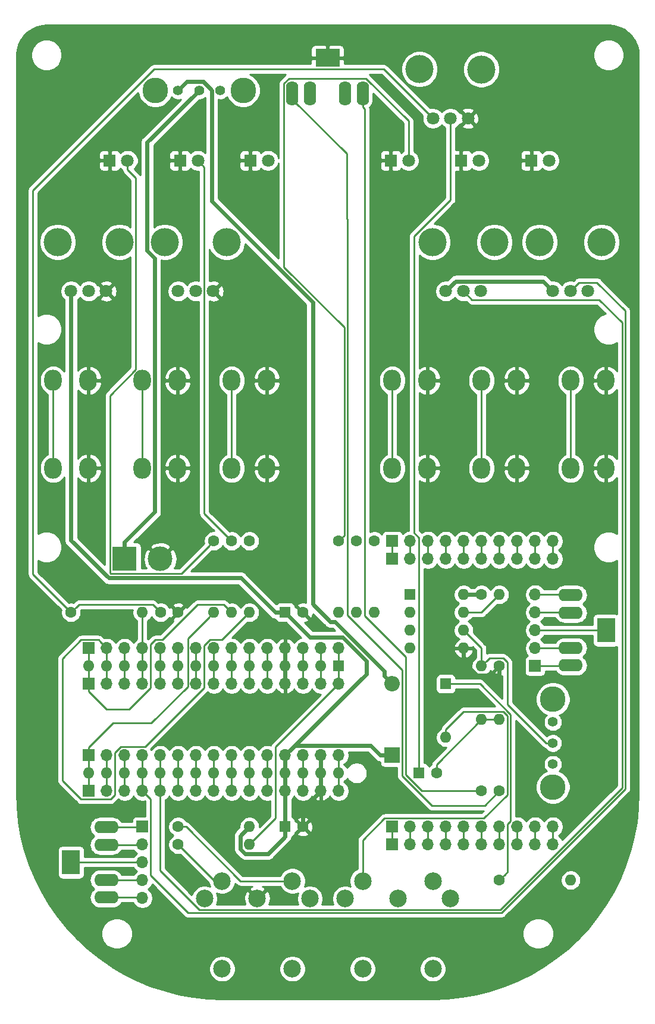
<source format=gbr>
G04 #@! TF.GenerationSoftware,KiCad,Pcbnew,(5.1.5)-3*
G04 #@! TF.CreationDate,2020-08-04T14:33:43+01:00*
G04 #@! TF.ProjectId,drumkid,6472756d-6b69-4642-9e6b-696361645f70,rev?*
G04 #@! TF.SameCoordinates,Original*
G04 #@! TF.FileFunction,Copper,L1,Top*
G04 #@! TF.FilePolarity,Positive*
%FSLAX46Y46*%
G04 Gerber Fmt 4.6, Leading zero omitted, Abs format (unit mm)*
G04 Created by KiCad (PCBNEW (5.1.5)-3) date 2020-08-04 14:33:43*
%MOMM*%
%LPD*%
G04 APERTURE LIST*
%ADD10O,1.700000X1.700000*%
%ADD11R,1.700000X1.700000*%
%ADD12O,3.500000X1.750000*%
%ADD13R,2.500000X3.500000*%
%ADD14C,1.400000*%
%ADD15C,3.653000*%
%ADD16O,1.600000X1.600000*%
%ADD17C,1.600000*%
%ADD18R,1.600000X1.600000*%
%ADD19R,1.800000X1.800000*%
%ADD20C,1.800000*%
%ADD21O,2.500000X3.000000*%
%ADD22R,2.200000X2.200000*%
%ADD23O,2.200000X2.200000*%
%ADD24C,2.499360*%
%ADD25R,3.500000X2.500000*%
%ADD26O,1.750000X3.500000*%
%ADD27C,4.000000*%
%ADD28R,3.500120X3.500120*%
%ADD29C,3.500120*%
%ADD30C,0.800000*%
%ADD31C,0.625000*%
%ADD32C,0.250000*%
%ADD33C,0.254000*%
G04 APERTURE END LIST*
D10*
X101600000Y-124460000D03*
X99060000Y-124460000D03*
X96520000Y-124460000D03*
X93980000Y-124460000D03*
X91440000Y-124460000D03*
X88900000Y-124460000D03*
X86360000Y-124460000D03*
X83820000Y-124460000D03*
X81280000Y-124460000D03*
X78740000Y-124460000D03*
X76200000Y-124460000D03*
X73660000Y-124460000D03*
X71120000Y-124460000D03*
X68580000Y-124460000D03*
D11*
X66040000Y-124460000D03*
D10*
X101600000Y-134620000D03*
X99060000Y-134620000D03*
X96520000Y-134620000D03*
X93980000Y-134620000D03*
X91440000Y-134620000D03*
X88900000Y-134620000D03*
X86360000Y-134620000D03*
X83820000Y-134620000D03*
X81280000Y-134620000D03*
X78740000Y-134620000D03*
X76200000Y-134620000D03*
X73660000Y-134620000D03*
X71120000Y-134620000D03*
X68580000Y-134620000D03*
D11*
X66040000Y-134620000D03*
D10*
X132080000Y-106680000D03*
X129540000Y-106680000D03*
X127000000Y-106680000D03*
X124460000Y-106680000D03*
X121920000Y-106680000D03*
X119380000Y-106680000D03*
X116840000Y-106680000D03*
X114300000Y-106680000D03*
X111760000Y-106680000D03*
D11*
X109220000Y-106680000D03*
D10*
X132080000Y-144780000D03*
X129540000Y-144780000D03*
X127000000Y-144780000D03*
X124460000Y-144780000D03*
X121920000Y-144780000D03*
X119380000Y-144780000D03*
X116840000Y-144780000D03*
X114300000Y-144780000D03*
X111760000Y-144780000D03*
D11*
X109220000Y-144780000D03*
D12*
X68506000Y-144860000D03*
X68506000Y-154860000D03*
X68506000Y-147360000D03*
X68506000Y-152360000D03*
D13*
X63500000Y-149860000D03*
D10*
X73660000Y-154940000D03*
X73660000Y-152400000D03*
X73660000Y-149860000D03*
X73660000Y-147320000D03*
D11*
X73660000Y-144780000D03*
D12*
X134620000Y-121840000D03*
X134620000Y-111840000D03*
X134620000Y-119340000D03*
X134620000Y-114340000D03*
D13*
X139626000Y-116840000D03*
D10*
X129540000Y-111760000D03*
X129540000Y-114300000D03*
X129540000Y-116840000D03*
X129540000Y-119380000D03*
D11*
X129540000Y-121920000D03*
D14*
X132080000Y-135890000D03*
X132080000Y-132890000D03*
X132080000Y-129890000D03*
D15*
X132080000Y-139140000D03*
X132080000Y-126640000D03*
D16*
X124460000Y-129540000D03*
D17*
X124460000Y-139700000D03*
D16*
X121920000Y-129540000D03*
D17*
X121920000Y-139700000D03*
D18*
X113030000Y-137160000D03*
D17*
X115530000Y-137160000D03*
D16*
X121920000Y-121920000D03*
D17*
X121920000Y-111760000D03*
D19*
X129000000Y-50000000D03*
D20*
X131540000Y-50000000D03*
D19*
X69000000Y-50000000D03*
D20*
X71540000Y-50000000D03*
D17*
X124460000Y-121920000D03*
D16*
X124460000Y-111760000D03*
D21*
X121920000Y-93780000D03*
X126920000Y-93780000D03*
X121920000Y-81280000D03*
X126920000Y-81280000D03*
X60960000Y-93780000D03*
X65960000Y-93780000D03*
X60960000Y-81280000D03*
X65960000Y-81280000D03*
D19*
X119000000Y-50000000D03*
D20*
X121540000Y-50000000D03*
D10*
X101600000Y-139700000D03*
X99060000Y-139700000D03*
X96520000Y-139700000D03*
X93980000Y-139700000D03*
X91440000Y-139700000D03*
X88900000Y-139700000D03*
X86360000Y-139700000D03*
X83820000Y-139700000D03*
X81280000Y-139700000D03*
X78740000Y-139700000D03*
X76200000Y-139700000D03*
X73660000Y-139700000D03*
X71120000Y-139700000D03*
X68580000Y-139700000D03*
D11*
X66040000Y-139700000D03*
D20*
X91540000Y-50000000D03*
D19*
X89000000Y-50000000D03*
D20*
X111540000Y-50000000D03*
D19*
X109000000Y-50000000D03*
D16*
X83820000Y-114300000D03*
D17*
X83820000Y-104140000D03*
D18*
X101600000Y-121920000D03*
D16*
X68580000Y-137160000D03*
X99060000Y-121920000D03*
X71120000Y-137160000D03*
X96520000Y-121920000D03*
X73660000Y-137160000D03*
X93980000Y-121920000D03*
X76200000Y-137160000D03*
X91440000Y-121920000D03*
X78740000Y-137160000D03*
X88900000Y-121920000D03*
X81280000Y-137160000D03*
X86360000Y-121920000D03*
X83820000Y-137160000D03*
X83820000Y-121920000D03*
X86360000Y-137160000D03*
X81280000Y-121920000D03*
X88900000Y-137160000D03*
X78740000Y-121920000D03*
X91440000Y-137160000D03*
X76200000Y-121920000D03*
X93980000Y-137160000D03*
X73660000Y-121920000D03*
X96520000Y-137160000D03*
X71120000Y-121920000D03*
X99060000Y-137160000D03*
X68580000Y-121920000D03*
X101600000Y-137160000D03*
X66040000Y-121920000D03*
X66040000Y-137160000D03*
D17*
X106680000Y-104140000D03*
D16*
X106680000Y-114300000D03*
D17*
X124460000Y-152400000D03*
D16*
X134620000Y-152400000D03*
D20*
X81540000Y-50000000D03*
D19*
X79000000Y-50000000D03*
D17*
X78740000Y-147320000D03*
D16*
X88900000Y-147320000D03*
D22*
X109220000Y-134620000D03*
D23*
X109220000Y-124460000D03*
D21*
X134620000Y-93780000D03*
X139620000Y-93780000D03*
X134620000Y-81280000D03*
X139620000Y-81280000D03*
X114220000Y-81280000D03*
X109220000Y-81280000D03*
X114220000Y-93780000D03*
X109220000Y-93780000D03*
X78660000Y-81280000D03*
X73660000Y-81280000D03*
X78660000Y-93780000D03*
X73660000Y-93780000D03*
X91360000Y-81280000D03*
X86360000Y-81280000D03*
X91360000Y-93780000D03*
X86360000Y-93780000D03*
D16*
X88900000Y-144780000D03*
D17*
X78740000Y-144780000D03*
D18*
X116840000Y-124460000D03*
D16*
X116840000Y-132080000D03*
D24*
X105000000Y-165000000D03*
X115002520Y-165000000D03*
X105005080Y-152503200D03*
X117499340Y-155005100D03*
X110001260Y-155002560D03*
X114997440Y-152503200D03*
X102503180Y-155005100D03*
D16*
X86360000Y-114300000D03*
D17*
X86360000Y-104140000D03*
X101600000Y-104140000D03*
D16*
X101600000Y-114300000D03*
D11*
X66040000Y-119380000D03*
D10*
X68580000Y-119380000D03*
X71120000Y-119380000D03*
X73660000Y-119380000D03*
X76200000Y-119380000D03*
X78740000Y-119380000D03*
X81280000Y-119380000D03*
X83820000Y-119380000D03*
X86360000Y-119380000D03*
X88900000Y-119380000D03*
X91440000Y-119380000D03*
X93980000Y-119380000D03*
X96520000Y-119380000D03*
X99060000Y-119380000D03*
X101600000Y-119380000D03*
D15*
X87990000Y-40000000D03*
X75490000Y-40000000D03*
D14*
X84740000Y-40000000D03*
X81740000Y-40000000D03*
X78740000Y-40000000D03*
D16*
X104140000Y-114300000D03*
D17*
X104140000Y-104140000D03*
X88900000Y-104140000D03*
D16*
X88900000Y-114300000D03*
D24*
X82500660Y-155005100D03*
X94994920Y-152503200D03*
X89998740Y-155002560D03*
X97496820Y-155005100D03*
X85002560Y-152503200D03*
X95000000Y-165000000D03*
X84997480Y-165000000D03*
D25*
X100000000Y-35404000D03*
D26*
X102500000Y-40410000D03*
X97500000Y-40410000D03*
X105000000Y-40410000D03*
X95000000Y-40410000D03*
D20*
X121840000Y-68580000D03*
X119340000Y-68580000D03*
X116840000Y-68580000D03*
D27*
X123740000Y-61595000D03*
X114940000Y-61580000D03*
D20*
X137080000Y-68580000D03*
X134580000Y-68580000D03*
X132080000Y-68580000D03*
D27*
X138980000Y-61595000D03*
X130180000Y-61580000D03*
D20*
X83740000Y-68580000D03*
X81240000Y-68580000D03*
X78740000Y-68580000D03*
D27*
X85640000Y-61595000D03*
X76840000Y-61580000D03*
D20*
X120000000Y-44000000D03*
X117500000Y-44000000D03*
X115000000Y-44000000D03*
D27*
X121900000Y-37015000D03*
X113100000Y-37000000D03*
D18*
X111760000Y-111760000D03*
D16*
X119380000Y-119380000D03*
X111760000Y-114300000D03*
X119380000Y-116840000D03*
X111760000Y-116840000D03*
X119380000Y-114300000D03*
X111760000Y-119380000D03*
X119380000Y-111760000D03*
D20*
X68500000Y-68580000D03*
X66000000Y-68580000D03*
X63500000Y-68580000D03*
D27*
X70400000Y-61595000D03*
X61600000Y-61580000D03*
D28*
X71120000Y-106680000D03*
D29*
X76200000Y-106680000D03*
D17*
X96480000Y-144780000D03*
D18*
X93980000Y-144780000D03*
D17*
X96480000Y-114300000D03*
D18*
X93980000Y-114300000D03*
D17*
X63500000Y-114300000D03*
D16*
X73660000Y-114300000D03*
D10*
X132080000Y-104140000D03*
X129540000Y-104140000D03*
X127000000Y-104140000D03*
X124460000Y-104140000D03*
X121920000Y-104140000D03*
X119380000Y-104140000D03*
X116840000Y-104140000D03*
X114300000Y-104140000D03*
X111760000Y-104140000D03*
D11*
X109220000Y-104140000D03*
D10*
X132080000Y-147320000D03*
X129540000Y-147320000D03*
X127000000Y-147320000D03*
X124460000Y-147320000D03*
X121920000Y-147320000D03*
X119380000Y-147320000D03*
X116840000Y-147320000D03*
X114300000Y-147320000D03*
X111760000Y-147320000D03*
D11*
X109220000Y-147320000D03*
D17*
X78740000Y-114300000D03*
X76240000Y-114300000D03*
D30*
X91440000Y-129540000D03*
X81280000Y-129540000D03*
X124460000Y-116840000D03*
X93980000Y-106680000D03*
X60960000Y-116840000D03*
X101600000Y-149860000D03*
X91440000Y-160020000D03*
X109220000Y-160020000D03*
X63500000Y-144780000D03*
X134620000Y-109220000D03*
X66040000Y-109220000D03*
X58420000Y-129540000D03*
X139700000Y-147320000D03*
D31*
X93980000Y-124460000D02*
X93980000Y-119380000D01*
X99060000Y-139700000D02*
X99060000Y-134620000D01*
X96480000Y-142280000D02*
X99060000Y-139700000D01*
X96480000Y-144780000D02*
X96480000Y-142280000D01*
X119380000Y-120511370D02*
X119380000Y-119380000D01*
X119380000Y-121322502D02*
X119380000Y-120511370D01*
X121289999Y-123232501D02*
X119380000Y-121322502D01*
X124278869Y-123232501D02*
X121289999Y-123232501D01*
X124460000Y-123051370D02*
X124278869Y-123232501D01*
X124460000Y-121920000D02*
X124460000Y-123051370D01*
D32*
X81280000Y-139700000D02*
X81280000Y-134620000D01*
X76200000Y-138497919D02*
X76200000Y-134620000D01*
X76200000Y-139700000D02*
X76200000Y-138497919D01*
X76200000Y-140902081D02*
X76200000Y-139700000D01*
X76200000Y-151034969D02*
X76200000Y-140902081D01*
X124559221Y-156579781D02*
X81744812Y-156579781D01*
X141925001Y-139214001D02*
X124559221Y-156579781D01*
X141925001Y-73075999D02*
X141925001Y-139214001D01*
X138654003Y-69805001D02*
X141925001Y-73075999D01*
X81744812Y-156579781D02*
X76200000Y-151034969D01*
X120565001Y-69805001D02*
X138654003Y-69805001D01*
X119340000Y-68580000D02*
X120565001Y-69805001D01*
X78740000Y-138497919D02*
X78740000Y-134620000D01*
X78740000Y-139700000D02*
X78740000Y-138497919D01*
X121920000Y-119380000D02*
X121920000Y-121920000D01*
X119380000Y-116840000D02*
X121920000Y-119380000D01*
X122719999Y-121120001D02*
X121920000Y-121920000D01*
X123045001Y-120794999D02*
X122719999Y-121120001D01*
X125585001Y-127384950D02*
X125585001Y-121379999D01*
X125585001Y-121379999D02*
X125000001Y-120794999D01*
X131090051Y-132890000D02*
X125585001Y-127384950D01*
X125000001Y-120794999D02*
X123045001Y-120794999D01*
X132080000Y-132890000D02*
X131090051Y-132890000D01*
X73660000Y-138497919D02*
X73660000Y-134620000D01*
X73660000Y-139700000D02*
X73660000Y-138497919D01*
X74835001Y-151733501D02*
X74835001Y-140875001D01*
X80131291Y-157029791D02*
X74835001Y-151733501D01*
X124745621Y-157029791D02*
X80131291Y-157029791D01*
X74835001Y-140875001D02*
X74509999Y-140549999D01*
X142375010Y-139400402D02*
X124745621Y-157029791D01*
X138347999Y-67354999D02*
X142375011Y-71382011D01*
X74509999Y-140549999D02*
X73660000Y-139700000D01*
X142375011Y-71382011D02*
X142375010Y-139400402D01*
X135805001Y-67354999D02*
X138347999Y-67354999D01*
X134580000Y-68580000D02*
X135805001Y-67354999D01*
D31*
X74327499Y-47412501D02*
X81040001Y-40699999D01*
X74327499Y-62786001D02*
X74327499Y-47412501D01*
X75422510Y-63881012D02*
X74327499Y-62786001D01*
X75422510Y-100002430D02*
X75422510Y-63881012D01*
X81040001Y-40699999D02*
X81740000Y-40000000D01*
X71120000Y-104304940D02*
X75422510Y-100002430D01*
X71120000Y-106680000D02*
X71120000Y-104304940D01*
D32*
X82465001Y-100245001D02*
X85560001Y-103340001D01*
X82465001Y-50925001D02*
X82465001Y-100245001D01*
X85560001Y-103340001D02*
X86360000Y-104140000D01*
X81540000Y-50000000D02*
X82465001Y-50925001D01*
X83820000Y-123257919D02*
X83820000Y-119380000D01*
X83820000Y-124460000D02*
X83820000Y-123257919D01*
X121920000Y-93780000D02*
X121920000Y-81280000D01*
X83020001Y-104939999D02*
X83820000Y-104140000D01*
X79204939Y-108755061D02*
X83020001Y-104939999D01*
X69044939Y-108690061D02*
X69109939Y-108755061D01*
X69109939Y-108755061D02*
X79204939Y-108755061D01*
X69044939Y-83417661D02*
X69044939Y-108690061D01*
X71540000Y-51272792D02*
X72725001Y-52457793D01*
X72725001Y-79737599D02*
X69044939Y-83417661D01*
X72725001Y-52457793D02*
X72725001Y-79737599D01*
X71540000Y-50000000D02*
X71540000Y-51272792D01*
X81280000Y-124460000D02*
X81280000Y-119380000D01*
X109220000Y-93780000D02*
X109220000Y-81280000D01*
X73660000Y-118177919D02*
X73660000Y-114300000D01*
X73660000Y-119380000D02*
X73660000Y-118177919D01*
X73660000Y-123257919D02*
X73660000Y-119380000D01*
X73660000Y-124460000D02*
X73660000Y-123257919D01*
X91440000Y-124460000D02*
X91440000Y-119380000D01*
X93799990Y-65134914D02*
X102399999Y-73734923D01*
X93799990Y-39037940D02*
X93799990Y-65134914D01*
X102399999Y-73734923D02*
X102399999Y-103340001D01*
X94502940Y-38334990D02*
X93799990Y-39037940D01*
X105497060Y-38334990D02*
X94502940Y-38334990D01*
X111540000Y-44377930D02*
X105497060Y-38334990D01*
X102399999Y-103340001D02*
X101600000Y-104140000D01*
X111540000Y-50000000D02*
X111540000Y-44377930D01*
X88900000Y-123257919D02*
X88900000Y-119380000D01*
X88900000Y-124460000D02*
X88900000Y-123257919D01*
X86360000Y-124460000D02*
X86360000Y-119380000D01*
X134620000Y-92030000D02*
X134620000Y-81280000D01*
X134620000Y-93780000D02*
X134620000Y-92030000D01*
X99060000Y-123257919D02*
X99060000Y-119380000D01*
X99060000Y-124460000D02*
X99060000Y-123257919D01*
X71120000Y-123257919D02*
X71120000Y-119380000D01*
X71120000Y-124460000D02*
X71120000Y-123257919D01*
X60960000Y-93780000D02*
X60960000Y-81280000D01*
X101600000Y-124460000D02*
X101600000Y-119380000D01*
X100750001Y-125309999D02*
X101600000Y-124460000D01*
X92615001Y-133444999D02*
X100750001Y-125309999D01*
X92615001Y-143604999D02*
X92615001Y-133444999D01*
X88900000Y-147320000D02*
X92615001Y-143604999D01*
X68580000Y-123257919D02*
X68580000Y-119380000D01*
X68580000Y-124460000D02*
X68580000Y-123257919D01*
X67730001Y-118530001D02*
X68580000Y-119380000D01*
X67404999Y-118204999D02*
X67730001Y-118530001D01*
X62284999Y-120849999D02*
X64929999Y-118204999D01*
X62284999Y-138230001D02*
X62284999Y-120849999D01*
X64929999Y-118204999D02*
X67404999Y-118204999D01*
X64929999Y-140875001D02*
X62284999Y-138230001D01*
X69755001Y-140264001D02*
X69144001Y-140875001D01*
X69755001Y-134245997D02*
X69755001Y-140264001D01*
X70555999Y-133444999D02*
X69755001Y-134245997D01*
X74034003Y-133444999D02*
X70555999Y-133444999D01*
X82455001Y-125024001D02*
X74034003Y-133444999D01*
X69144001Y-140875001D02*
X64929999Y-140875001D01*
X82455001Y-119005997D02*
X82455001Y-125024001D01*
X83255999Y-118204999D02*
X82455001Y-119005997D01*
X84995001Y-118204999D02*
X83255999Y-118204999D01*
X88900000Y-114300000D02*
X84995001Y-118204999D01*
X66040000Y-124460000D02*
X66040000Y-119380000D01*
X74835001Y-125024001D02*
X71779502Y-128079500D01*
X74835001Y-118815999D02*
X74835001Y-125024001D01*
X85234999Y-113174999D02*
X81530003Y-113174999D01*
X86360000Y-114300000D02*
X85234999Y-113174999D01*
X81530003Y-113174999D02*
X76500003Y-118204999D01*
X75446001Y-118204999D02*
X74835001Y-118815999D01*
X76500003Y-118204999D02*
X75446001Y-118204999D01*
X66040000Y-125560000D02*
X66040000Y-124460000D01*
X68559500Y-128079500D02*
X66040000Y-125560000D01*
X71779502Y-128079500D02*
X68559500Y-128079500D01*
X66040000Y-139700000D02*
X66040000Y-134620000D01*
X66040000Y-133520000D02*
X69512000Y-130048000D01*
X66040000Y-134620000D02*
X66040000Y-133520000D01*
X80104999Y-118015001D02*
X83020001Y-115099999D01*
X83020001Y-115099999D02*
X83820000Y-114300000D01*
X80104999Y-124834003D02*
X80104999Y-118015001D01*
X74891002Y-130048000D02*
X80104999Y-124834003D01*
X69512000Y-130048000D02*
X74891002Y-130048000D01*
X78740000Y-123257919D02*
X78740000Y-119380000D01*
X78740000Y-124460000D02*
X78740000Y-123257919D01*
X86360000Y-92030000D02*
X86360000Y-81280000D01*
X86360000Y-93780000D02*
X86360000Y-92030000D01*
X83820000Y-138497919D02*
X83820000Y-134620000D01*
X83820000Y-139700000D02*
X83820000Y-138497919D01*
X76200000Y-124460000D02*
X76200000Y-119380000D01*
X73660000Y-93780000D02*
X73660000Y-81280000D01*
X86360000Y-138497919D02*
X86360000Y-134620000D01*
X86360000Y-139700000D02*
X86360000Y-138497919D01*
X93227606Y-152503200D02*
X94994920Y-152503200D01*
X87594570Y-152503200D02*
X93227606Y-152503200D01*
X79871370Y-144780000D02*
X87594570Y-152503200D01*
X78740000Y-144780000D02*
X79871370Y-144780000D01*
X108109999Y-143604999D02*
X105005080Y-146709918D01*
X125585001Y-140240001D02*
X122220003Y-143604999D01*
X105005080Y-150735886D02*
X105005080Y-152503200D01*
X105005080Y-146709918D02*
X105005080Y-150735886D01*
X125000001Y-128414999D02*
X125585001Y-128999999D01*
X125585001Y-128999999D02*
X125585001Y-140240001D01*
X119373631Y-128414999D02*
X125000001Y-128414999D01*
X116840000Y-130948630D02*
X119373631Y-128414999D01*
X122220003Y-143604999D02*
X108109999Y-143604999D01*
X116840000Y-132080000D02*
X116840000Y-130948630D01*
X95000000Y-41285000D02*
X95000000Y-40410000D01*
X102725001Y-49010001D02*
X95000000Y-41285000D01*
X122364500Y-141795500D02*
X114844088Y-141795500D01*
X114844088Y-141795500D02*
X110645001Y-137596413D01*
X124460000Y-139700000D02*
X122364500Y-141795500D01*
X110645001Y-137596413D02*
X110645001Y-122470003D01*
X102725001Y-58211501D02*
X102870000Y-58356500D01*
X102725001Y-49010001D02*
X102725001Y-58211501D01*
X110645001Y-122470003D02*
X102870000Y-114681000D01*
X102870000Y-58356500D02*
X102870000Y-114681000D01*
D31*
X93980000Y-139700000D02*
X93980000Y-134620000D01*
X93980000Y-144780000D02*
X93980000Y-139700000D01*
X95292501Y-115612501D02*
X93980000Y-114300000D01*
X105542501Y-123057499D02*
X105542501Y-121246799D01*
X93980000Y-134620000D02*
X105542501Y-123057499D01*
X102151702Y-117856000D02*
X97536000Y-117856000D01*
X105542501Y-121246799D02*
X102151702Y-117856000D01*
X97536000Y-117856000D02*
X95292501Y-115612501D01*
X94829999Y-133770001D02*
X93980000Y-134620000D01*
X95342501Y-133257499D02*
X94829999Y-133770001D01*
X106132499Y-133257499D02*
X95342501Y-133257499D01*
X107495000Y-134620000D02*
X106132499Y-133257499D01*
X109220000Y-134620000D02*
X107495000Y-134620000D01*
X119380000Y-111760000D02*
X121920000Y-111760000D01*
X88269999Y-148632501D02*
X91552499Y-148632501D01*
X87587499Y-147950001D02*
X88269999Y-148632501D01*
X93980000Y-146205000D02*
X93980000Y-144780000D01*
X87587499Y-146092501D02*
X87587499Y-147950001D01*
X91552499Y-148632501D02*
X93980000Y-146205000D01*
X88900000Y-144780000D02*
X87587499Y-146092501D01*
X63500000Y-104046697D02*
X63500000Y-69852792D01*
X68845874Y-109392571D02*
X63500000Y-104046697D01*
X63500000Y-69852792D02*
X63500000Y-68580000D01*
X87647571Y-109392571D02*
X68845874Y-109392571D01*
X92555000Y-114300000D02*
X87647571Y-109392571D01*
X93980000Y-114300000D02*
X92555000Y-114300000D01*
X131180001Y-67680001D02*
X132080000Y-68580000D01*
X130667499Y-67167499D02*
X131180001Y-67680001D01*
X118252501Y-67167499D02*
X130667499Y-67167499D01*
X116840000Y-68580000D02*
X118252501Y-67167499D01*
D32*
X83923200Y-152503200D02*
X85002560Y-152503200D01*
X78740000Y-147320000D02*
X83923200Y-152503200D01*
X121920000Y-114300000D02*
X124460000Y-111760000D01*
X119380000Y-114300000D02*
X121920000Y-114300000D01*
X125259999Y-151600001D02*
X124460000Y-152400000D01*
X125635001Y-151224999D02*
X125259999Y-151600001D01*
X116840000Y-124460000D02*
X121681412Y-124460000D01*
X126035011Y-144005987D02*
X125635001Y-144405997D01*
X121681412Y-124460000D02*
X126035011Y-128813599D01*
X125635001Y-144405997D02*
X125635001Y-151224999D01*
X126035011Y-128813599D02*
X126035011Y-144005987D01*
X68580000Y-139700000D02*
X68580000Y-134620000D01*
X71120000Y-139700000D02*
X71120000Y-134620000D01*
X96520000Y-123257919D02*
X96520000Y-119380000D01*
X96520000Y-124460000D02*
X96520000Y-123257919D01*
X96520000Y-139700000D02*
X96520000Y-134620000D01*
X88900000Y-139700000D02*
X88900000Y-134620000D01*
X91440000Y-139700000D02*
X91440000Y-134620000D01*
X101600000Y-138497919D02*
X101600000Y-134620000D01*
X101600000Y-139700000D02*
X101600000Y-138497919D01*
D31*
X97887499Y-70123997D02*
X97887499Y-113127499D01*
X83527499Y-55763997D02*
X97887499Y-70123997D01*
X108120001Y-123360001D02*
X109220000Y-124460000D01*
X83527499Y-39992997D02*
X83527499Y-55763997D01*
X82322001Y-38787499D02*
X83527499Y-39992997D01*
X79952501Y-38787499D02*
X82322001Y-38787499D01*
X78740000Y-40000000D02*
X79952501Y-38787499D01*
X101074943Y-115612501D02*
X108120001Y-122657559D01*
X100372501Y-115612501D02*
X101074943Y-115612501D01*
X108120001Y-122657559D02*
X108120001Y-123360001D01*
X97887499Y-113127499D02*
X100372501Y-115612501D01*
D32*
X115530000Y-135930000D02*
X121920000Y-129540000D01*
X115530000Y-137160000D02*
X115530000Y-135930000D01*
X121920000Y-129540000D02*
X124460000Y-129540000D01*
X113030000Y-136110000D02*
X113030000Y-137160000D01*
X113030000Y-103670998D02*
X113030000Y-136110000D01*
X112324001Y-102964999D02*
X113030000Y-103670998D01*
X112324001Y-60754997D02*
X112324001Y-102964999D01*
X117500000Y-55578998D02*
X112324001Y-60754997D01*
X117500000Y-44000000D02*
X117500000Y-55578998D01*
X105265001Y-42675001D02*
X105000000Y-42410000D01*
X111095011Y-120620011D02*
X105265001Y-114790001D01*
X111095011Y-137410013D02*
X111095011Y-120620011D01*
X105000000Y-42410000D02*
X105000000Y-40410000D01*
X105265001Y-114790001D02*
X105265001Y-42675001D01*
X113384998Y-139700000D02*
X111095011Y-137410013D01*
X121920000Y-139700000D02*
X113384998Y-139700000D01*
X62700001Y-113500001D02*
X63500000Y-114300000D01*
X58074999Y-108874999D02*
X62700001Y-113500001D01*
X58074999Y-54230779D02*
X58074999Y-108874999D01*
X75326777Y-36979001D02*
X58074999Y-54230779D01*
X107979001Y-36979001D02*
X75326777Y-36979001D01*
X115000000Y-44000000D02*
X107979001Y-36979001D01*
X64299999Y-113500001D02*
X63500000Y-114300000D01*
X64625001Y-113174999D02*
X64299999Y-113500001D01*
X75114999Y-113174999D02*
X64625001Y-113174999D01*
X76240000Y-114300000D02*
X75114999Y-113174999D01*
X132080000Y-146117919D02*
X132080000Y-144780000D01*
X132080000Y-147320000D02*
X132080000Y-146117919D01*
X129540000Y-146117919D02*
X129540000Y-144780000D01*
X129540000Y-147320000D02*
X129540000Y-146117919D01*
X127000000Y-146117919D02*
X127000000Y-144780000D01*
X127000000Y-147320000D02*
X127000000Y-146117919D01*
X124460000Y-146117919D02*
X124460000Y-144780000D01*
X124460000Y-147320000D02*
X124460000Y-146117919D01*
X121920000Y-146117919D02*
X121920000Y-144780000D01*
X121920000Y-147320000D02*
X121920000Y-146117919D01*
X119380000Y-146117919D02*
X119380000Y-144780000D01*
X119380000Y-147320000D02*
X119380000Y-146117919D01*
X116840000Y-147320000D02*
X116840000Y-144780000D01*
X114300000Y-146117919D02*
X114300000Y-144780000D01*
X114300000Y-147320000D02*
X114300000Y-146117919D01*
X111760000Y-146117919D02*
X111760000Y-144780000D01*
X111760000Y-147320000D02*
X111760000Y-146117919D01*
X109220000Y-146220000D02*
X109220000Y-144780000D01*
X109220000Y-147320000D02*
X109220000Y-146220000D01*
X132080000Y-105342081D02*
X132080000Y-106680000D01*
X132080000Y-104140000D02*
X132080000Y-105342081D01*
X129540000Y-105342081D02*
X129540000Y-106680000D01*
X129540000Y-104140000D02*
X129540000Y-105342081D01*
X127000000Y-105342081D02*
X127000000Y-106680000D01*
X127000000Y-104140000D02*
X127000000Y-105342081D01*
X124460000Y-105342081D02*
X124460000Y-106680000D01*
X124460000Y-104140000D02*
X124460000Y-105342081D01*
X121920000Y-104140000D02*
X121920000Y-106680000D01*
X119380000Y-105342081D02*
X119380000Y-106680000D01*
X119380000Y-104140000D02*
X119380000Y-105342081D01*
X116840000Y-105342081D02*
X116840000Y-106680000D01*
X116840000Y-104140000D02*
X116840000Y-105342081D01*
X114300000Y-104140000D02*
X114300000Y-106680000D01*
X111760000Y-105342081D02*
X111760000Y-106680000D01*
X111760000Y-104140000D02*
X111760000Y-105342081D01*
X109220000Y-105240000D02*
X109220000Y-106680000D01*
X109220000Y-104140000D02*
X109220000Y-105240000D01*
X73580000Y-154860000D02*
X73660000Y-154940000D01*
X68506000Y-154860000D02*
X73580000Y-154860000D01*
X73620000Y-152360000D02*
X73660000Y-152400000D01*
X68506000Y-152360000D02*
X73620000Y-152360000D01*
X63500000Y-149860000D02*
X73660000Y-149860000D01*
X73620000Y-147360000D02*
X73660000Y-147320000D01*
X68506000Y-147360000D02*
X73620000Y-147360000D01*
X73580000Y-144860000D02*
X73660000Y-144780000D01*
X68506000Y-144860000D02*
X73580000Y-144860000D01*
X134540000Y-111760000D02*
X134620000Y-111840000D01*
X129540000Y-111760000D02*
X134540000Y-111760000D01*
X134580000Y-114300000D02*
X134620000Y-114340000D01*
X129540000Y-114300000D02*
X134580000Y-114300000D01*
X130742081Y-116840000D02*
X139626000Y-116840000D01*
X129540000Y-116840000D02*
X130742081Y-116840000D01*
X134580000Y-119380000D02*
X134620000Y-119340000D01*
X129540000Y-119380000D02*
X134580000Y-119380000D01*
X134540000Y-121920000D02*
X134620000Y-121840000D01*
X129540000Y-121920000D02*
X134540000Y-121920000D01*
D33*
G36*
X140754747Y-30805281D02*
G01*
X141485643Y-31005231D01*
X142169575Y-31331450D01*
X142784928Y-31773626D01*
X143312259Y-32317789D01*
X143734886Y-32946726D01*
X144039463Y-33640570D01*
X144217715Y-34383039D01*
X144265000Y-35026949D01*
X144265001Y-139986809D01*
X144189634Y-142092345D01*
X143965335Y-144173970D01*
X143592779Y-146234234D01*
X143073870Y-148262597D01*
X142411274Y-150248645D01*
X141608366Y-152182261D01*
X140669274Y-154053507D01*
X139598785Y-155852836D01*
X138402401Y-157571009D01*
X137086217Y-159199262D01*
X135656998Y-160729233D01*
X134122043Y-162153108D01*
X132489220Y-163463585D01*
X130766874Y-164653973D01*
X128963821Y-165718172D01*
X127089308Y-166650728D01*
X125152901Y-167446881D01*
X123164547Y-168102542D01*
X121134394Y-168614365D01*
X119072830Y-168979730D01*
X116989798Y-169196827D01*
X114987502Y-169265000D01*
X85013163Y-169265000D01*
X82907655Y-169189634D01*
X80826030Y-168965335D01*
X78765766Y-168592779D01*
X76737403Y-168073870D01*
X74751355Y-167411274D01*
X72817739Y-166608366D01*
X70946493Y-165669274D01*
X69509538Y-164814375D01*
X83112800Y-164814375D01*
X83112800Y-165185625D01*
X83185227Y-165549741D01*
X83327298Y-165892731D01*
X83533554Y-166201413D01*
X83796067Y-166463926D01*
X84104749Y-166670182D01*
X84447739Y-166812253D01*
X84811855Y-166884680D01*
X85183105Y-166884680D01*
X85547221Y-166812253D01*
X85890211Y-166670182D01*
X86198893Y-166463926D01*
X86461406Y-166201413D01*
X86667662Y-165892731D01*
X86809733Y-165549741D01*
X86882160Y-165185625D01*
X86882160Y-164814375D01*
X93115320Y-164814375D01*
X93115320Y-165185625D01*
X93187747Y-165549741D01*
X93329818Y-165892731D01*
X93536074Y-166201413D01*
X93798587Y-166463926D01*
X94107269Y-166670182D01*
X94450259Y-166812253D01*
X94814375Y-166884680D01*
X95185625Y-166884680D01*
X95549741Y-166812253D01*
X95892731Y-166670182D01*
X96201413Y-166463926D01*
X96463926Y-166201413D01*
X96670182Y-165892731D01*
X96812253Y-165549741D01*
X96884680Y-165185625D01*
X96884680Y-164814375D01*
X103115320Y-164814375D01*
X103115320Y-165185625D01*
X103187747Y-165549741D01*
X103329818Y-165892731D01*
X103536074Y-166201413D01*
X103798587Y-166463926D01*
X104107269Y-166670182D01*
X104450259Y-166812253D01*
X104814375Y-166884680D01*
X105185625Y-166884680D01*
X105549741Y-166812253D01*
X105892731Y-166670182D01*
X106201413Y-166463926D01*
X106463926Y-166201413D01*
X106670182Y-165892731D01*
X106812253Y-165549741D01*
X106884680Y-165185625D01*
X106884680Y-164814375D01*
X113117840Y-164814375D01*
X113117840Y-165185625D01*
X113190267Y-165549741D01*
X113332338Y-165892731D01*
X113538594Y-166201413D01*
X113801107Y-166463926D01*
X114109789Y-166670182D01*
X114452779Y-166812253D01*
X114816895Y-166884680D01*
X115188145Y-166884680D01*
X115552261Y-166812253D01*
X115895251Y-166670182D01*
X116203933Y-166463926D01*
X116466446Y-166201413D01*
X116672702Y-165892731D01*
X116814773Y-165549741D01*
X116887200Y-165185625D01*
X116887200Y-164814375D01*
X116814773Y-164450259D01*
X116672702Y-164107269D01*
X116466446Y-163798587D01*
X116203933Y-163536074D01*
X115895251Y-163329818D01*
X115552261Y-163187747D01*
X115188145Y-163115320D01*
X114816895Y-163115320D01*
X114452779Y-163187747D01*
X114109789Y-163329818D01*
X113801107Y-163536074D01*
X113538594Y-163798587D01*
X113332338Y-164107269D01*
X113190267Y-164450259D01*
X113117840Y-164814375D01*
X106884680Y-164814375D01*
X106812253Y-164450259D01*
X106670182Y-164107269D01*
X106463926Y-163798587D01*
X106201413Y-163536074D01*
X105892731Y-163329818D01*
X105549741Y-163187747D01*
X105185625Y-163115320D01*
X104814375Y-163115320D01*
X104450259Y-163187747D01*
X104107269Y-163329818D01*
X103798587Y-163536074D01*
X103536074Y-163798587D01*
X103329818Y-164107269D01*
X103187747Y-164450259D01*
X103115320Y-164814375D01*
X96884680Y-164814375D01*
X96812253Y-164450259D01*
X96670182Y-164107269D01*
X96463926Y-163798587D01*
X96201413Y-163536074D01*
X95892731Y-163329818D01*
X95549741Y-163187747D01*
X95185625Y-163115320D01*
X94814375Y-163115320D01*
X94450259Y-163187747D01*
X94107269Y-163329818D01*
X93798587Y-163536074D01*
X93536074Y-163798587D01*
X93329818Y-164107269D01*
X93187747Y-164450259D01*
X93115320Y-164814375D01*
X86882160Y-164814375D01*
X86809733Y-164450259D01*
X86667662Y-164107269D01*
X86461406Y-163798587D01*
X86198893Y-163536074D01*
X85890211Y-163329818D01*
X85547221Y-163187747D01*
X85183105Y-163115320D01*
X84811855Y-163115320D01*
X84447739Y-163187747D01*
X84104749Y-163329818D01*
X83796067Y-163536074D01*
X83533554Y-163798587D01*
X83327298Y-164107269D01*
X83185227Y-164450259D01*
X83112800Y-164814375D01*
X69509538Y-164814375D01*
X69147164Y-164598785D01*
X67428991Y-163402401D01*
X65800738Y-162086217D01*
X64270767Y-160656998D01*
X63457116Y-159779872D01*
X67765000Y-159779872D01*
X67765000Y-160220128D01*
X67850890Y-160651925D01*
X68019369Y-161058669D01*
X68263962Y-161424729D01*
X68575271Y-161736038D01*
X68941331Y-161980631D01*
X69348075Y-162149110D01*
X69779872Y-162235000D01*
X70220128Y-162235000D01*
X70651925Y-162149110D01*
X71058669Y-161980631D01*
X71424729Y-161736038D01*
X71736038Y-161424729D01*
X71980631Y-161058669D01*
X72149110Y-160651925D01*
X72235000Y-160220128D01*
X72235000Y-159779872D01*
X127765000Y-159779872D01*
X127765000Y-160220128D01*
X127850890Y-160651925D01*
X128019369Y-161058669D01*
X128263962Y-161424729D01*
X128575271Y-161736038D01*
X128941331Y-161980631D01*
X129348075Y-162149110D01*
X129779872Y-162235000D01*
X130220128Y-162235000D01*
X130651925Y-162149110D01*
X131058669Y-161980631D01*
X131424729Y-161736038D01*
X131736038Y-161424729D01*
X131980631Y-161058669D01*
X132149110Y-160651925D01*
X132235000Y-160220128D01*
X132235000Y-159779872D01*
X132149110Y-159348075D01*
X131980631Y-158941331D01*
X131736038Y-158575271D01*
X131424729Y-158263962D01*
X131058669Y-158019369D01*
X130651925Y-157850890D01*
X130220128Y-157765000D01*
X129779872Y-157765000D01*
X129348075Y-157850890D01*
X128941331Y-158019369D01*
X128575271Y-158263962D01*
X128263962Y-158575271D01*
X128019369Y-158941331D01*
X127850890Y-159348075D01*
X127765000Y-159779872D01*
X72235000Y-159779872D01*
X72149110Y-159348075D01*
X71980631Y-158941331D01*
X71736038Y-158575271D01*
X71424729Y-158263962D01*
X71058669Y-158019369D01*
X70651925Y-157850890D01*
X70220128Y-157765000D01*
X69779872Y-157765000D01*
X69348075Y-157850890D01*
X68941331Y-158019369D01*
X68575271Y-158263962D01*
X68263962Y-158575271D01*
X68019369Y-158941331D01*
X67850890Y-159348075D01*
X67765000Y-159779872D01*
X63457116Y-159779872D01*
X62846892Y-159122043D01*
X61536415Y-157489220D01*
X60346027Y-155766874D01*
X59281828Y-153963821D01*
X58349272Y-152089308D01*
X57553119Y-150152901D01*
X56897458Y-148164547D01*
X56385635Y-146134394D01*
X56020270Y-144072830D01*
X55803173Y-141989798D01*
X55735000Y-139987502D01*
X55735000Y-54230779D01*
X57311323Y-54230779D01*
X57314999Y-54268101D01*
X57315000Y-108837666D01*
X57311323Y-108874999D01*
X57325997Y-109023984D01*
X57369453Y-109167245D01*
X57440025Y-109299275D01*
X57511200Y-109386001D01*
X57534999Y-109415000D01*
X57563997Y-109438798D01*
X62101312Y-113976114D01*
X62065000Y-114158665D01*
X62065000Y-114441335D01*
X62120147Y-114718574D01*
X62228320Y-114979727D01*
X62385363Y-115214759D01*
X62585241Y-115414637D01*
X62820273Y-115571680D01*
X63081426Y-115679853D01*
X63358665Y-115735000D01*
X63641335Y-115735000D01*
X63918574Y-115679853D01*
X64179727Y-115571680D01*
X64414759Y-115414637D01*
X64614637Y-115214759D01*
X64771680Y-114979727D01*
X64879853Y-114718574D01*
X64935000Y-114441335D01*
X64935000Y-114158665D01*
X64898688Y-113976113D01*
X64939802Y-113934999D01*
X72269491Y-113934999D01*
X72225000Y-114158665D01*
X72225000Y-114441335D01*
X72280147Y-114718574D01*
X72388320Y-114979727D01*
X72545363Y-115214759D01*
X72745241Y-115414637D01*
X72900001Y-115518044D01*
X72900000Y-118101822D01*
X72713368Y-118226525D01*
X72506525Y-118433368D01*
X72390000Y-118607760D01*
X72273475Y-118433368D01*
X72066632Y-118226525D01*
X71823411Y-118064010D01*
X71553158Y-117952068D01*
X71266260Y-117895000D01*
X70973740Y-117895000D01*
X70686842Y-117952068D01*
X70416589Y-118064010D01*
X70173368Y-118226525D01*
X69966525Y-118433368D01*
X69850000Y-118607760D01*
X69733475Y-118433368D01*
X69526632Y-118226525D01*
X69283411Y-118064010D01*
X69013158Y-117952068D01*
X68726260Y-117895000D01*
X68433740Y-117895000D01*
X68213592Y-117938791D01*
X67968803Y-117694002D01*
X67945000Y-117664998D01*
X67829275Y-117570025D01*
X67697246Y-117499453D01*
X67553985Y-117455996D01*
X67442332Y-117444999D01*
X67442321Y-117444999D01*
X67404999Y-117441323D01*
X67367677Y-117444999D01*
X64967322Y-117444999D01*
X64929999Y-117441323D01*
X64892676Y-117444999D01*
X64892666Y-117444999D01*
X64781013Y-117455996D01*
X64637752Y-117499453D01*
X64505723Y-117570025D01*
X64389998Y-117664998D01*
X64366200Y-117693996D01*
X61773997Y-120286200D01*
X61744999Y-120309998D01*
X61721201Y-120338996D01*
X61721200Y-120338997D01*
X61650025Y-120425723D01*
X61579453Y-120557753D01*
X61557236Y-120630996D01*
X61536258Y-120700155D01*
X61535997Y-120701014D01*
X61521323Y-120849999D01*
X61525000Y-120887332D01*
X61524999Y-138192679D01*
X61521323Y-138230001D01*
X61524999Y-138267323D01*
X61524999Y-138267333D01*
X61535996Y-138378986D01*
X61575269Y-138508455D01*
X61579453Y-138522247D01*
X61650025Y-138654277D01*
X61675239Y-138685000D01*
X61744998Y-138770002D01*
X61774002Y-138793805D01*
X64366200Y-141386004D01*
X64389998Y-141415002D01*
X64505723Y-141509975D01*
X64637752Y-141580547D01*
X64781013Y-141624004D01*
X64892666Y-141635001D01*
X64892676Y-141635001D01*
X64929999Y-141638677D01*
X64967322Y-141635001D01*
X69106679Y-141635001D01*
X69144001Y-141638677D01*
X69181323Y-141635001D01*
X69181334Y-141635001D01*
X69292987Y-141624004D01*
X69436248Y-141580547D01*
X69568277Y-141509975D01*
X69684002Y-141415002D01*
X69707804Y-141385999D01*
X70213509Y-140880296D01*
X70416589Y-141015990D01*
X70686842Y-141127932D01*
X70973740Y-141185000D01*
X71266260Y-141185000D01*
X71553158Y-141127932D01*
X71823411Y-141015990D01*
X72066632Y-140853475D01*
X72273475Y-140646632D01*
X72390000Y-140472240D01*
X72506525Y-140646632D01*
X72713368Y-140853475D01*
X72956589Y-141015990D01*
X73226842Y-141127932D01*
X73513740Y-141185000D01*
X73806260Y-141185000D01*
X74026408Y-141141209D01*
X74075002Y-141189803D01*
X74075002Y-143291928D01*
X72810000Y-143291928D01*
X72685518Y-143304188D01*
X72565820Y-143340498D01*
X72455506Y-143399463D01*
X72358815Y-143478815D01*
X72279463Y-143575506D01*
X72220498Y-143685820D01*
X72184188Y-143805518D01*
X72171928Y-143930000D01*
X72171928Y-144100000D01*
X70686942Y-144100000D01*
X70642594Y-144017030D01*
X70453897Y-143787103D01*
X70223970Y-143598406D01*
X69961648Y-143458192D01*
X69677012Y-143371849D01*
X69455178Y-143350000D01*
X67556822Y-143350000D01*
X67334988Y-143371849D01*
X67050352Y-143458192D01*
X66788030Y-143598406D01*
X66558103Y-143787103D01*
X66369406Y-144017030D01*
X66229192Y-144279352D01*
X66142849Y-144563988D01*
X66113694Y-144860000D01*
X66142849Y-145156012D01*
X66229192Y-145440648D01*
X66369406Y-145702970D01*
X66558103Y-145932897D01*
X66773903Y-146110000D01*
X66558103Y-146287103D01*
X66369406Y-146517030D01*
X66229192Y-146779352D01*
X66142849Y-147063988D01*
X66113694Y-147360000D01*
X66142849Y-147656012D01*
X66229192Y-147940648D01*
X66369406Y-148202970D01*
X66558103Y-148432897D01*
X66788030Y-148621594D01*
X67050352Y-148761808D01*
X67334988Y-148848151D01*
X67556822Y-148870000D01*
X69455178Y-148870000D01*
X69677012Y-148848151D01*
X69961648Y-148761808D01*
X70223970Y-148621594D01*
X70453897Y-148432897D01*
X70642594Y-148202970D01*
X70686942Y-148120000D01*
X72408549Y-148120000D01*
X72506525Y-148266632D01*
X72713368Y-148473475D01*
X72887760Y-148590000D01*
X72713368Y-148706525D01*
X72506525Y-148913368D01*
X72381822Y-149100000D01*
X65388072Y-149100000D01*
X65388072Y-148110000D01*
X65375812Y-147985518D01*
X65339502Y-147865820D01*
X65280537Y-147755506D01*
X65201185Y-147658815D01*
X65104494Y-147579463D01*
X64994180Y-147520498D01*
X64874482Y-147484188D01*
X64750000Y-147471928D01*
X62250000Y-147471928D01*
X62125518Y-147484188D01*
X62005820Y-147520498D01*
X61895506Y-147579463D01*
X61798815Y-147658815D01*
X61719463Y-147755506D01*
X61660498Y-147865820D01*
X61624188Y-147985518D01*
X61611928Y-148110000D01*
X61611928Y-151610000D01*
X61624188Y-151734482D01*
X61660498Y-151854180D01*
X61719463Y-151964494D01*
X61798815Y-152061185D01*
X61895506Y-152140537D01*
X62005820Y-152199502D01*
X62125518Y-152235812D01*
X62250000Y-152248072D01*
X64750000Y-152248072D01*
X64874482Y-152235812D01*
X64994180Y-152199502D01*
X65104494Y-152140537D01*
X65201185Y-152061185D01*
X65280537Y-151964494D01*
X65339502Y-151854180D01*
X65375812Y-151734482D01*
X65388072Y-151610000D01*
X65388072Y-150620000D01*
X72381822Y-150620000D01*
X72506525Y-150806632D01*
X72713368Y-151013475D01*
X72887760Y-151130000D01*
X72713368Y-151246525D01*
X72506525Y-151453368D01*
X72408549Y-151600000D01*
X70686942Y-151600000D01*
X70642594Y-151517030D01*
X70453897Y-151287103D01*
X70223970Y-151098406D01*
X69961648Y-150958192D01*
X69677012Y-150871849D01*
X69455178Y-150850000D01*
X67556822Y-150850000D01*
X67334988Y-150871849D01*
X67050352Y-150958192D01*
X66788030Y-151098406D01*
X66558103Y-151287103D01*
X66369406Y-151517030D01*
X66229192Y-151779352D01*
X66142849Y-152063988D01*
X66113694Y-152360000D01*
X66142849Y-152656012D01*
X66229192Y-152940648D01*
X66369406Y-153202970D01*
X66558103Y-153432897D01*
X66773903Y-153610000D01*
X66558103Y-153787103D01*
X66369406Y-154017030D01*
X66229192Y-154279352D01*
X66142849Y-154563988D01*
X66113694Y-154860000D01*
X66142849Y-155156012D01*
X66229192Y-155440648D01*
X66369406Y-155702970D01*
X66558103Y-155932897D01*
X66788030Y-156121594D01*
X67050352Y-156261808D01*
X67334988Y-156348151D01*
X67556822Y-156370000D01*
X69455178Y-156370000D01*
X69677012Y-156348151D01*
X69961648Y-156261808D01*
X70223970Y-156121594D01*
X70453897Y-155932897D01*
X70642594Y-155702970D01*
X70686942Y-155620000D01*
X72334313Y-155620000D01*
X72344010Y-155643411D01*
X72506525Y-155886632D01*
X72713368Y-156093475D01*
X72956589Y-156255990D01*
X73226842Y-156367932D01*
X73513740Y-156425000D01*
X73806260Y-156425000D01*
X74093158Y-156367932D01*
X74363411Y-156255990D01*
X74606632Y-156093475D01*
X74813475Y-155886632D01*
X74975990Y-155643411D01*
X75087932Y-155373158D01*
X75145000Y-155086260D01*
X75145000Y-154793740D01*
X75087932Y-154506842D01*
X74975990Y-154236589D01*
X74813475Y-153993368D01*
X74606632Y-153786525D01*
X74432240Y-153670000D01*
X74606632Y-153553475D01*
X74813475Y-153346632D01*
X74975990Y-153103411D01*
X75021131Y-152994432D01*
X79567492Y-157540794D01*
X79591290Y-157569792D01*
X79620288Y-157593590D01*
X79707014Y-157664765D01*
X79830447Y-157730742D01*
X79839044Y-157735337D01*
X79982305Y-157778794D01*
X80093958Y-157789791D01*
X80093967Y-157789791D01*
X80131290Y-157793467D01*
X80168613Y-157789791D01*
X124708299Y-157789791D01*
X124745621Y-157793467D01*
X124782943Y-157789791D01*
X124782954Y-157789791D01*
X124894607Y-157778794D01*
X125037868Y-157735337D01*
X125169897Y-157664765D01*
X125285622Y-157569792D01*
X125309425Y-157540788D01*
X130591548Y-152258665D01*
X133185000Y-152258665D01*
X133185000Y-152541335D01*
X133240147Y-152818574D01*
X133348320Y-153079727D01*
X133505363Y-153314759D01*
X133705241Y-153514637D01*
X133940273Y-153671680D01*
X134201426Y-153779853D01*
X134478665Y-153835000D01*
X134761335Y-153835000D01*
X135038574Y-153779853D01*
X135299727Y-153671680D01*
X135534759Y-153514637D01*
X135734637Y-153314759D01*
X135891680Y-153079727D01*
X135999853Y-152818574D01*
X136055000Y-152541335D01*
X136055000Y-152258665D01*
X135999853Y-151981426D01*
X135891680Y-151720273D01*
X135734637Y-151485241D01*
X135534759Y-151285363D01*
X135299727Y-151128320D01*
X135038574Y-151020147D01*
X134761335Y-150965000D01*
X134478665Y-150965000D01*
X134201426Y-151020147D01*
X133940273Y-151128320D01*
X133705241Y-151285363D01*
X133505363Y-151485241D01*
X133348320Y-151720273D01*
X133240147Y-151981426D01*
X133185000Y-152258665D01*
X130591548Y-152258665D01*
X142886017Y-139964197D01*
X142915010Y-139940403D01*
X142938804Y-139911410D01*
X142938809Y-139911405D01*
X143009984Y-139824679D01*
X143080556Y-139692649D01*
X143124012Y-139549388D01*
X143138686Y-139400403D01*
X143135009Y-139363070D01*
X143135011Y-71419333D01*
X143138687Y-71382011D01*
X143135011Y-71344688D01*
X143135011Y-71344679D01*
X143124014Y-71233026D01*
X143080557Y-71089765D01*
X143080557Y-71089764D01*
X143009985Y-70957734D01*
X142938810Y-70871008D01*
X142938806Y-70871004D01*
X142915012Y-70842011D01*
X142886019Y-70818217D01*
X138911803Y-66844002D01*
X138888000Y-66814998D01*
X138772275Y-66720025D01*
X138640246Y-66649453D01*
X138496985Y-66605996D01*
X138385332Y-66594999D01*
X138385321Y-66594999D01*
X138347999Y-66591323D01*
X138310677Y-66594999D01*
X135842323Y-66594999D01*
X135805000Y-66591323D01*
X135767677Y-66594999D01*
X135767668Y-66594999D01*
X135656015Y-66605996D01*
X135512754Y-66649453D01*
X135380724Y-66720025D01*
X135348817Y-66746211D01*
X135265000Y-66814998D01*
X135241202Y-66843996D01*
X134988930Y-67096269D01*
X134731184Y-67045000D01*
X134428816Y-67045000D01*
X134132257Y-67103989D01*
X133852905Y-67219701D01*
X133601495Y-67387688D01*
X133387688Y-67601495D01*
X133330000Y-67687831D01*
X133272312Y-67601495D01*
X133058505Y-67387688D01*
X132807095Y-67219701D01*
X132527743Y-67103989D01*
X132231184Y-67045000D01*
X131928816Y-67045000D01*
X131892241Y-67052275D01*
X131370399Y-66530433D01*
X131340724Y-66494274D01*
X131196449Y-66375870D01*
X131031846Y-66287888D01*
X130853241Y-66233709D01*
X130714041Y-66219999D01*
X130714033Y-66219999D01*
X130667499Y-66215416D01*
X130620965Y-66219999D01*
X118299035Y-66219999D01*
X118252500Y-66215416D01*
X118205966Y-66219999D01*
X118205959Y-66219999D01*
X118085316Y-66231881D01*
X118066758Y-66233709D01*
X117888154Y-66287888D01*
X117723551Y-66375870D01*
X117579276Y-66494274D01*
X117549605Y-66530428D01*
X117027758Y-67052275D01*
X116991184Y-67045000D01*
X116688816Y-67045000D01*
X116392257Y-67103989D01*
X116112905Y-67219701D01*
X115861495Y-67387688D01*
X115647688Y-67601495D01*
X115479701Y-67852905D01*
X115363989Y-68132257D01*
X115305000Y-68428816D01*
X115305000Y-68731184D01*
X115363989Y-69027743D01*
X115479701Y-69307095D01*
X115647688Y-69558505D01*
X115861495Y-69772312D01*
X116112905Y-69940299D01*
X116392257Y-70056011D01*
X116688816Y-70115000D01*
X116991184Y-70115000D01*
X117287743Y-70056011D01*
X117567095Y-69940299D01*
X117818505Y-69772312D01*
X118032312Y-69558505D01*
X118090000Y-69472169D01*
X118147688Y-69558505D01*
X118361495Y-69772312D01*
X118612905Y-69940299D01*
X118892257Y-70056011D01*
X119188816Y-70115000D01*
X119491184Y-70115000D01*
X119748930Y-70063731D01*
X120001201Y-70316003D01*
X120025000Y-70345002D01*
X120053998Y-70368800D01*
X120140724Y-70439975D01*
X120231214Y-70488343D01*
X120272754Y-70510547D01*
X120416015Y-70554004D01*
X120527668Y-70565001D01*
X120527677Y-70565001D01*
X120565000Y-70568677D01*
X120602323Y-70565001D01*
X138339202Y-70565001D01*
X139579131Y-71804930D01*
X139348075Y-71850890D01*
X138941331Y-72019369D01*
X138575271Y-72263962D01*
X138263962Y-72575271D01*
X138019369Y-72941331D01*
X137850890Y-73348075D01*
X137765000Y-73779872D01*
X137765000Y-74220128D01*
X137850890Y-74651925D01*
X138019369Y-75058669D01*
X138263962Y-75424729D01*
X138575271Y-75736038D01*
X138941331Y-75980631D01*
X139348075Y-76149110D01*
X139779872Y-76235000D01*
X140220128Y-76235000D01*
X140651925Y-76149110D01*
X141058669Y-75980631D01*
X141165001Y-75909582D01*
X141165001Y-79950621D01*
X141090726Y-79837976D01*
X140829914Y-79573956D01*
X140522606Y-79365891D01*
X140180611Y-79221777D01*
X140039645Y-79192305D01*
X139747000Y-79308428D01*
X139747000Y-81153000D01*
X139767000Y-81153000D01*
X139767000Y-81407000D01*
X139747000Y-81407000D01*
X139747000Y-83251572D01*
X140039645Y-83367695D01*
X140180611Y-83338223D01*
X140522606Y-83194109D01*
X140829914Y-82986044D01*
X141090726Y-82722024D01*
X141165001Y-82609379D01*
X141165001Y-92450621D01*
X141090726Y-92337976D01*
X140829914Y-92073956D01*
X140522606Y-91865891D01*
X140180611Y-91721777D01*
X140039645Y-91692305D01*
X139747000Y-91808428D01*
X139747000Y-93653000D01*
X139767000Y-93653000D01*
X139767000Y-93907000D01*
X139747000Y-93907000D01*
X139747000Y-95751572D01*
X140039645Y-95867695D01*
X140180611Y-95838223D01*
X140522606Y-95694109D01*
X140829914Y-95486044D01*
X141090726Y-95222024D01*
X141165001Y-95109379D01*
X141165001Y-103090418D01*
X141058669Y-103019369D01*
X140651925Y-102850890D01*
X140220128Y-102765000D01*
X139779872Y-102765000D01*
X139348075Y-102850890D01*
X138941331Y-103019369D01*
X138575271Y-103263962D01*
X138263962Y-103575271D01*
X138019369Y-103941331D01*
X137850890Y-104348075D01*
X137765000Y-104779872D01*
X137765000Y-105220128D01*
X137850890Y-105651925D01*
X138019369Y-106058669D01*
X138263962Y-106424729D01*
X138575271Y-106736038D01*
X138941331Y-106980631D01*
X139348075Y-107149110D01*
X139779872Y-107235000D01*
X140220128Y-107235000D01*
X140651925Y-107149110D01*
X141058669Y-106980631D01*
X141165002Y-106909582D01*
X141165002Y-114524456D01*
X141120180Y-114500498D01*
X141000482Y-114464188D01*
X140876000Y-114451928D01*
X138376000Y-114451928D01*
X138251518Y-114464188D01*
X138131820Y-114500498D01*
X138021506Y-114559463D01*
X137924815Y-114638815D01*
X137845463Y-114735506D01*
X137786498Y-114845820D01*
X137750188Y-114965518D01*
X137737928Y-115090000D01*
X137737928Y-116080000D01*
X130818178Y-116080000D01*
X130693475Y-115893368D01*
X130486632Y-115686525D01*
X130312240Y-115570000D01*
X130486632Y-115453475D01*
X130693475Y-115246632D01*
X130818178Y-115060000D01*
X132417677Y-115060000D01*
X132483406Y-115182970D01*
X132672103Y-115412897D01*
X132902030Y-115601594D01*
X133164352Y-115741808D01*
X133448988Y-115828151D01*
X133670822Y-115850000D01*
X135569178Y-115850000D01*
X135791012Y-115828151D01*
X136075648Y-115741808D01*
X136337970Y-115601594D01*
X136567897Y-115412897D01*
X136756594Y-115182970D01*
X136896808Y-114920648D01*
X136983151Y-114636012D01*
X137012306Y-114340000D01*
X136983151Y-114043988D01*
X136896808Y-113759352D01*
X136756594Y-113497030D01*
X136567897Y-113267103D01*
X136352097Y-113090000D01*
X136567897Y-112912897D01*
X136756594Y-112682970D01*
X136896808Y-112420648D01*
X136983151Y-112136012D01*
X137012306Y-111840000D01*
X136983151Y-111543988D01*
X136896808Y-111259352D01*
X136756594Y-110997030D01*
X136567897Y-110767103D01*
X136337970Y-110578406D01*
X136075648Y-110438192D01*
X135791012Y-110351849D01*
X135569178Y-110330000D01*
X133670822Y-110330000D01*
X133448988Y-110351849D01*
X133164352Y-110438192D01*
X132902030Y-110578406D01*
X132672103Y-110767103D01*
X132483406Y-110997030D01*
X132481819Y-111000000D01*
X130818178Y-111000000D01*
X130693475Y-110813368D01*
X130486632Y-110606525D01*
X130243411Y-110444010D01*
X129973158Y-110332068D01*
X129686260Y-110275000D01*
X129393740Y-110275000D01*
X129106842Y-110332068D01*
X128836589Y-110444010D01*
X128593368Y-110606525D01*
X128386525Y-110813368D01*
X128224010Y-111056589D01*
X128112068Y-111326842D01*
X128055000Y-111613740D01*
X128055000Y-111906260D01*
X128112068Y-112193158D01*
X128224010Y-112463411D01*
X128386525Y-112706632D01*
X128593368Y-112913475D01*
X128767760Y-113030000D01*
X128593368Y-113146525D01*
X128386525Y-113353368D01*
X128224010Y-113596589D01*
X128112068Y-113866842D01*
X128055000Y-114153740D01*
X128055000Y-114446260D01*
X128112068Y-114733158D01*
X128224010Y-115003411D01*
X128386525Y-115246632D01*
X128593368Y-115453475D01*
X128767760Y-115570000D01*
X128593368Y-115686525D01*
X128386525Y-115893368D01*
X128224010Y-116136589D01*
X128112068Y-116406842D01*
X128055000Y-116693740D01*
X128055000Y-116986260D01*
X128112068Y-117273158D01*
X128224010Y-117543411D01*
X128386525Y-117786632D01*
X128593368Y-117993475D01*
X128767760Y-118110000D01*
X128593368Y-118226525D01*
X128386525Y-118433368D01*
X128224010Y-118676589D01*
X128112068Y-118946842D01*
X128055000Y-119233740D01*
X128055000Y-119526260D01*
X128112068Y-119813158D01*
X128224010Y-120083411D01*
X128386525Y-120326632D01*
X128518380Y-120458487D01*
X128445820Y-120480498D01*
X128335506Y-120539463D01*
X128238815Y-120618815D01*
X128159463Y-120715506D01*
X128100498Y-120825820D01*
X128064188Y-120945518D01*
X128051928Y-121070000D01*
X128051928Y-122770000D01*
X128064188Y-122894482D01*
X128100498Y-123014180D01*
X128159463Y-123124494D01*
X128238815Y-123221185D01*
X128335506Y-123300537D01*
X128445820Y-123359502D01*
X128565518Y-123395812D01*
X128690000Y-123408072D01*
X130390000Y-123408072D01*
X130514482Y-123395812D01*
X130634180Y-123359502D01*
X130744494Y-123300537D01*
X130841185Y-123221185D01*
X130920537Y-123124494D01*
X130979502Y-123014180D01*
X131015812Y-122894482D01*
X131028072Y-122770000D01*
X131028072Y-122680000D01*
X132481819Y-122680000D01*
X132483406Y-122682970D01*
X132672103Y-122912897D01*
X132902030Y-123101594D01*
X133164352Y-123241808D01*
X133448988Y-123328151D01*
X133670822Y-123350000D01*
X135569178Y-123350000D01*
X135791012Y-123328151D01*
X136075648Y-123241808D01*
X136337970Y-123101594D01*
X136567897Y-122912897D01*
X136756594Y-122682970D01*
X136896808Y-122420648D01*
X136983151Y-122136012D01*
X137012306Y-121840000D01*
X136983151Y-121543988D01*
X136896808Y-121259352D01*
X136756594Y-120997030D01*
X136567897Y-120767103D01*
X136352097Y-120590000D01*
X136567897Y-120412897D01*
X136756594Y-120182970D01*
X136896808Y-119920648D01*
X136983151Y-119636012D01*
X137012306Y-119340000D01*
X136983151Y-119043988D01*
X136896808Y-118759352D01*
X136756594Y-118497030D01*
X136567897Y-118267103D01*
X136337970Y-118078406D01*
X136075648Y-117938192D01*
X135791012Y-117851849D01*
X135569178Y-117830000D01*
X133670822Y-117830000D01*
X133448988Y-117851849D01*
X133164352Y-117938192D01*
X132902030Y-118078406D01*
X132672103Y-118267103D01*
X132483406Y-118497030D01*
X132417677Y-118620000D01*
X130818178Y-118620000D01*
X130693475Y-118433368D01*
X130486632Y-118226525D01*
X130312240Y-118110000D01*
X130486632Y-117993475D01*
X130693475Y-117786632D01*
X130818178Y-117600000D01*
X137737928Y-117600000D01*
X137737928Y-118590000D01*
X137750188Y-118714482D01*
X137786498Y-118834180D01*
X137845463Y-118944494D01*
X137924815Y-119041185D01*
X138021506Y-119120537D01*
X138131820Y-119179502D01*
X138251518Y-119215812D01*
X138376000Y-119228072D01*
X140876000Y-119228072D01*
X141000482Y-119215812D01*
X141120180Y-119179502D01*
X141165002Y-119155544D01*
X141165002Y-138899198D01*
X133411110Y-146653091D01*
X133395990Y-146616589D01*
X133233475Y-146373368D01*
X133026632Y-146166525D01*
X132852240Y-146050000D01*
X133026632Y-145933475D01*
X133233475Y-145726632D01*
X133395990Y-145483411D01*
X133507932Y-145213158D01*
X133565000Y-144926260D01*
X133565000Y-144633740D01*
X133507932Y-144346842D01*
X133395990Y-144076589D01*
X133233475Y-143833368D01*
X133026632Y-143626525D01*
X132783411Y-143464010D01*
X132513158Y-143352068D01*
X132226260Y-143295000D01*
X131933740Y-143295000D01*
X131646842Y-143352068D01*
X131376589Y-143464010D01*
X131133368Y-143626525D01*
X130926525Y-143833368D01*
X130810000Y-144007760D01*
X130693475Y-143833368D01*
X130486632Y-143626525D01*
X130243411Y-143464010D01*
X129973158Y-143352068D01*
X129686260Y-143295000D01*
X129393740Y-143295000D01*
X129106842Y-143352068D01*
X128836589Y-143464010D01*
X128593368Y-143626525D01*
X128386525Y-143833368D01*
X128270000Y-144007760D01*
X128153475Y-143833368D01*
X127946632Y-143626525D01*
X127703411Y-143464010D01*
X127433158Y-143352068D01*
X127146260Y-143295000D01*
X126853740Y-143295000D01*
X126795011Y-143306682D01*
X126795011Y-138897563D01*
X129618500Y-138897563D01*
X129618500Y-139382437D01*
X129713094Y-139857993D01*
X129898647Y-140305957D01*
X130168028Y-140709115D01*
X130510885Y-141051972D01*
X130914043Y-141321353D01*
X131362007Y-141506906D01*
X131837563Y-141601500D01*
X132322437Y-141601500D01*
X132797993Y-141506906D01*
X133245957Y-141321353D01*
X133649115Y-141051972D01*
X133991972Y-140709115D01*
X134261353Y-140305957D01*
X134446906Y-139857993D01*
X134541500Y-139382437D01*
X134541500Y-138897563D01*
X134446906Y-138422007D01*
X134261353Y-137974043D01*
X133991972Y-137570885D01*
X133649115Y-137228028D01*
X133245957Y-136958647D01*
X133000853Y-136857122D01*
X133116962Y-136741013D01*
X133263061Y-136522359D01*
X133363696Y-136279405D01*
X133415000Y-136021486D01*
X133415000Y-135758514D01*
X133363696Y-135500595D01*
X133263061Y-135257641D01*
X133116962Y-135038987D01*
X132931013Y-134853038D01*
X132712359Y-134706939D01*
X132469405Y-134606304D01*
X132211486Y-134555000D01*
X131948514Y-134555000D01*
X131690595Y-134606304D01*
X131447641Y-134706939D01*
X131228987Y-134853038D01*
X131043038Y-135038987D01*
X130896939Y-135257641D01*
X130796304Y-135500595D01*
X130745000Y-135758514D01*
X130745000Y-136021486D01*
X130796304Y-136279405D01*
X130896939Y-136522359D01*
X131043038Y-136741013D01*
X131159147Y-136857122D01*
X130914043Y-136958647D01*
X130510885Y-137228028D01*
X130168028Y-137570885D01*
X129898647Y-137974043D01*
X129713094Y-138422007D01*
X129618500Y-138897563D01*
X126795011Y-138897563D01*
X126795011Y-129669761D01*
X130526252Y-133401003D01*
X130550050Y-133430001D01*
X130665775Y-133524974D01*
X130797804Y-133595546D01*
X130941065Y-133639003D01*
X130977260Y-133642568D01*
X131043038Y-133741013D01*
X131228987Y-133926962D01*
X131447641Y-134073061D01*
X131690595Y-134173696D01*
X131948514Y-134225000D01*
X132211486Y-134225000D01*
X132469405Y-134173696D01*
X132712359Y-134073061D01*
X132931013Y-133926962D01*
X133116962Y-133741013D01*
X133263061Y-133522359D01*
X133363696Y-133279405D01*
X133415000Y-133021486D01*
X133415000Y-132758514D01*
X133363696Y-132500595D01*
X133263061Y-132257641D01*
X133116962Y-132038987D01*
X132931013Y-131853038D01*
X132712359Y-131706939D01*
X132469405Y-131606304D01*
X132211486Y-131555000D01*
X131948514Y-131555000D01*
X131690595Y-131606304D01*
X131447641Y-131706939D01*
X131228987Y-131853038D01*
X131178439Y-131903586D01*
X126345001Y-127070149D01*
X126345001Y-126397563D01*
X129618500Y-126397563D01*
X129618500Y-126882437D01*
X129713094Y-127357993D01*
X129898647Y-127805957D01*
X130168028Y-128209115D01*
X130510885Y-128551972D01*
X130914043Y-128821353D01*
X131159147Y-128922878D01*
X131043038Y-129038987D01*
X130896939Y-129257641D01*
X130796304Y-129500595D01*
X130745000Y-129758514D01*
X130745000Y-130021486D01*
X130796304Y-130279405D01*
X130896939Y-130522359D01*
X131043038Y-130741013D01*
X131228987Y-130926962D01*
X131447641Y-131073061D01*
X131690595Y-131173696D01*
X131948514Y-131225000D01*
X132211486Y-131225000D01*
X132469405Y-131173696D01*
X132712359Y-131073061D01*
X132931013Y-130926962D01*
X133116962Y-130741013D01*
X133263061Y-130522359D01*
X133363696Y-130279405D01*
X133415000Y-130021486D01*
X133415000Y-129758514D01*
X133363696Y-129500595D01*
X133263061Y-129257641D01*
X133116962Y-129038987D01*
X133000853Y-128922878D01*
X133245957Y-128821353D01*
X133649115Y-128551972D01*
X133991972Y-128209115D01*
X134261353Y-127805957D01*
X134446906Y-127357993D01*
X134541500Y-126882437D01*
X134541500Y-126397563D01*
X134446906Y-125922007D01*
X134261353Y-125474043D01*
X133991972Y-125070885D01*
X133649115Y-124728028D01*
X133245957Y-124458647D01*
X132797993Y-124273094D01*
X132322437Y-124178500D01*
X131837563Y-124178500D01*
X131362007Y-124273094D01*
X130914043Y-124458647D01*
X130510885Y-124728028D01*
X130168028Y-125070885D01*
X129898647Y-125474043D01*
X129713094Y-125922007D01*
X129618500Y-126397563D01*
X126345001Y-126397563D01*
X126345001Y-121417322D01*
X126348677Y-121379999D01*
X126345001Y-121342676D01*
X126345001Y-121342666D01*
X126334004Y-121231013D01*
X126290547Y-121087752D01*
X126276278Y-121061057D01*
X126219975Y-120955722D01*
X126148800Y-120868996D01*
X126125002Y-120839998D01*
X126096003Y-120816199D01*
X125563804Y-120284001D01*
X125540002Y-120254998D01*
X125424277Y-120160025D01*
X125292248Y-120089453D01*
X125148987Y-120045996D01*
X125037334Y-120034999D01*
X125037323Y-120034999D01*
X125000001Y-120031323D01*
X124962679Y-120034999D01*
X123082323Y-120034999D01*
X123045000Y-120031323D01*
X123007677Y-120034999D01*
X123007668Y-120034999D01*
X122896015Y-120045996D01*
X122752754Y-120089453D01*
X122680000Y-120128341D01*
X122680000Y-119417322D01*
X122683676Y-119379999D01*
X122680000Y-119342676D01*
X122680000Y-119342667D01*
X122669003Y-119231014D01*
X122625546Y-119087753D01*
X122554974Y-118955724D01*
X122517897Y-118910545D01*
X122483799Y-118868996D01*
X122483795Y-118868992D01*
X122460001Y-118839999D01*
X122431009Y-118816206D01*
X120778688Y-117163886D01*
X120815000Y-116981335D01*
X120815000Y-116698665D01*
X120759853Y-116421426D01*
X120651680Y-116160273D01*
X120494637Y-115925241D01*
X120294759Y-115725363D01*
X120062241Y-115570000D01*
X120294759Y-115414637D01*
X120494637Y-115214759D01*
X120598043Y-115060000D01*
X121882678Y-115060000D01*
X121920000Y-115063676D01*
X121957322Y-115060000D01*
X121957333Y-115060000D01*
X122068986Y-115049003D01*
X122212247Y-115005546D01*
X122344276Y-114934974D01*
X122460001Y-114840001D01*
X122483804Y-114810997D01*
X124136114Y-113158688D01*
X124318665Y-113195000D01*
X124601335Y-113195000D01*
X124878574Y-113139853D01*
X125139727Y-113031680D01*
X125374759Y-112874637D01*
X125574637Y-112674759D01*
X125731680Y-112439727D01*
X125839853Y-112178574D01*
X125895000Y-111901335D01*
X125895000Y-111618665D01*
X125839853Y-111341426D01*
X125731680Y-111080273D01*
X125574637Y-110845241D01*
X125374759Y-110645363D01*
X125139727Y-110488320D01*
X124878574Y-110380147D01*
X124601335Y-110325000D01*
X124318665Y-110325000D01*
X124041426Y-110380147D01*
X123780273Y-110488320D01*
X123545241Y-110645363D01*
X123345363Y-110845241D01*
X123190000Y-111077759D01*
X123034637Y-110845241D01*
X122834759Y-110645363D01*
X122599727Y-110488320D01*
X122338574Y-110380147D01*
X122061335Y-110325000D01*
X121778665Y-110325000D01*
X121501426Y-110380147D01*
X121240273Y-110488320D01*
X121005241Y-110645363D01*
X120838104Y-110812500D01*
X120461896Y-110812500D01*
X120294759Y-110645363D01*
X120059727Y-110488320D01*
X119798574Y-110380147D01*
X119521335Y-110325000D01*
X119238665Y-110325000D01*
X118961426Y-110380147D01*
X118700273Y-110488320D01*
X118465241Y-110645363D01*
X118265363Y-110845241D01*
X118108320Y-111080273D01*
X118000147Y-111341426D01*
X117945000Y-111618665D01*
X117945000Y-111901335D01*
X118000147Y-112178574D01*
X118108320Y-112439727D01*
X118265363Y-112674759D01*
X118465241Y-112874637D01*
X118697759Y-113030000D01*
X118465241Y-113185363D01*
X118265363Y-113385241D01*
X118108320Y-113620273D01*
X118000147Y-113881426D01*
X117945000Y-114158665D01*
X117945000Y-114441335D01*
X118000147Y-114718574D01*
X118108320Y-114979727D01*
X118265363Y-115214759D01*
X118465241Y-115414637D01*
X118697759Y-115570000D01*
X118465241Y-115725363D01*
X118265363Y-115925241D01*
X118108320Y-116160273D01*
X118000147Y-116421426D01*
X117945000Y-116698665D01*
X117945000Y-116981335D01*
X118000147Y-117258574D01*
X118108320Y-117519727D01*
X118265363Y-117754759D01*
X118465241Y-117954637D01*
X118700273Y-118111680D01*
X118710865Y-118116067D01*
X118524869Y-118227615D01*
X118316481Y-118416586D01*
X118148963Y-118642580D01*
X118028754Y-118896913D01*
X117988096Y-119030961D01*
X118110085Y-119253000D01*
X119253000Y-119253000D01*
X119253000Y-119233000D01*
X119507000Y-119233000D01*
X119507000Y-119253000D01*
X120649915Y-119253000D01*
X120674127Y-119208930D01*
X121160000Y-119694803D01*
X121160001Y-120701956D01*
X121005241Y-120805363D01*
X120805363Y-121005241D01*
X120648320Y-121240273D01*
X120540147Y-121501426D01*
X120485000Y-121778665D01*
X120485000Y-122061335D01*
X120540147Y-122338574D01*
X120648320Y-122599727D01*
X120805363Y-122834759D01*
X121005241Y-123034637D01*
X121240273Y-123191680D01*
X121501426Y-123299853D01*
X121778665Y-123355000D01*
X122061335Y-123355000D01*
X122338574Y-123299853D01*
X122599727Y-123191680D01*
X122834759Y-123034637D01*
X123034637Y-122834759D01*
X123190915Y-122600872D01*
X123223329Y-122661514D01*
X123467298Y-122733097D01*
X124280395Y-121920000D01*
X124266253Y-121905858D01*
X124445858Y-121726253D01*
X124460000Y-121740395D01*
X124474143Y-121726253D01*
X124653748Y-121905858D01*
X124639605Y-121920000D01*
X124653748Y-121934143D01*
X124474143Y-122113748D01*
X124460000Y-122099605D01*
X123646903Y-122912702D01*
X123718486Y-123156671D01*
X123973996Y-123277571D01*
X124248184Y-123346300D01*
X124530512Y-123360217D01*
X124810130Y-123318787D01*
X124825002Y-123313469D01*
X124825001Y-126528788D01*
X122245216Y-123949003D01*
X122221413Y-123919999D01*
X122105688Y-123825026D01*
X121973659Y-123754454D01*
X121830398Y-123710997D01*
X121718745Y-123700000D01*
X121718734Y-123700000D01*
X121681412Y-123696324D01*
X121644090Y-123700000D01*
X118278072Y-123700000D01*
X118278072Y-123660000D01*
X118265812Y-123535518D01*
X118229502Y-123415820D01*
X118170537Y-123305506D01*
X118091185Y-123208815D01*
X117994494Y-123129463D01*
X117884180Y-123070498D01*
X117764482Y-123034188D01*
X117640000Y-123021928D01*
X116040000Y-123021928D01*
X115915518Y-123034188D01*
X115795820Y-123070498D01*
X115685506Y-123129463D01*
X115588815Y-123208815D01*
X115509463Y-123305506D01*
X115450498Y-123415820D01*
X115414188Y-123535518D01*
X115401928Y-123660000D01*
X115401928Y-125260000D01*
X115414188Y-125384482D01*
X115450498Y-125504180D01*
X115509463Y-125614494D01*
X115588815Y-125711185D01*
X115685506Y-125790537D01*
X115795820Y-125849502D01*
X115915518Y-125885812D01*
X116040000Y-125898072D01*
X117640000Y-125898072D01*
X117764482Y-125885812D01*
X117884180Y-125849502D01*
X117994494Y-125790537D01*
X118091185Y-125711185D01*
X118170537Y-125614494D01*
X118229502Y-125504180D01*
X118265812Y-125384482D01*
X118278072Y-125260000D01*
X118278072Y-125220000D01*
X121366611Y-125220000D01*
X123801609Y-127654999D01*
X119410953Y-127654999D01*
X119373630Y-127651323D01*
X119336307Y-127654999D01*
X119336298Y-127654999D01*
X119224645Y-127665996D01*
X119081384Y-127709453D01*
X118949355Y-127780025D01*
X118833630Y-127874998D01*
X118809832Y-127903996D01*
X116328998Y-130384831D01*
X116300000Y-130408629D01*
X116276202Y-130437627D01*
X116276201Y-130437628D01*
X116205026Y-130524354D01*
X116134454Y-130656384D01*
X116108783Y-130741013D01*
X116090998Y-130799644D01*
X116089813Y-130811676D01*
X116085203Y-130858480D01*
X115925241Y-130965363D01*
X115725363Y-131165241D01*
X115568320Y-131400273D01*
X115460147Y-131661426D01*
X115405000Y-131938665D01*
X115405000Y-132221335D01*
X115460147Y-132498574D01*
X115568320Y-132759727D01*
X115725363Y-132994759D01*
X115925241Y-133194637D01*
X116160273Y-133351680D01*
X116421426Y-133459853D01*
X116698665Y-133515000D01*
X116870199Y-133515000D01*
X115018998Y-135366201D01*
X114990000Y-135389999D01*
X114966202Y-135418997D01*
X114966201Y-135418998D01*
X114895026Y-135505724D01*
X114824454Y-135637754D01*
X114800238Y-135717588D01*
X114780998Y-135781014D01*
X114777379Y-135817754D01*
X114766324Y-135930000D01*
X114767656Y-135943523D01*
X114615241Y-136045363D01*
X114448661Y-136211943D01*
X114419502Y-136115820D01*
X114360537Y-136005506D01*
X114281185Y-135908815D01*
X114184494Y-135829463D01*
X114074180Y-135770498D01*
X113954482Y-135734188D01*
X113830000Y-135721928D01*
X113790000Y-135721928D01*
X113790000Y-119729039D01*
X117988096Y-119729039D01*
X118028754Y-119863087D01*
X118148963Y-120117420D01*
X118316481Y-120343414D01*
X118524869Y-120532385D01*
X118766119Y-120677070D01*
X119030960Y-120771909D01*
X119253000Y-120650624D01*
X119253000Y-119507000D01*
X119507000Y-119507000D01*
X119507000Y-120650624D01*
X119729040Y-120771909D01*
X119993881Y-120677070D01*
X120235131Y-120532385D01*
X120443519Y-120343414D01*
X120611037Y-120117420D01*
X120731246Y-119863087D01*
X120771904Y-119729039D01*
X120649915Y-119507000D01*
X119507000Y-119507000D01*
X119253000Y-119507000D01*
X118110085Y-119507000D01*
X117988096Y-119729039D01*
X113790000Y-119729039D01*
X113790000Y-108076103D01*
X113866842Y-108107932D01*
X114153740Y-108165000D01*
X114446260Y-108165000D01*
X114733158Y-108107932D01*
X115003411Y-107995990D01*
X115246632Y-107833475D01*
X115453475Y-107626632D01*
X115570000Y-107452240D01*
X115686525Y-107626632D01*
X115893368Y-107833475D01*
X116136589Y-107995990D01*
X116406842Y-108107932D01*
X116693740Y-108165000D01*
X116986260Y-108165000D01*
X117273158Y-108107932D01*
X117543411Y-107995990D01*
X117786632Y-107833475D01*
X117993475Y-107626632D01*
X118110000Y-107452240D01*
X118226525Y-107626632D01*
X118433368Y-107833475D01*
X118676589Y-107995990D01*
X118946842Y-108107932D01*
X119233740Y-108165000D01*
X119526260Y-108165000D01*
X119813158Y-108107932D01*
X120083411Y-107995990D01*
X120326632Y-107833475D01*
X120533475Y-107626632D01*
X120650000Y-107452240D01*
X120766525Y-107626632D01*
X120973368Y-107833475D01*
X121216589Y-107995990D01*
X121486842Y-108107932D01*
X121773740Y-108165000D01*
X122066260Y-108165000D01*
X122353158Y-108107932D01*
X122623411Y-107995990D01*
X122866632Y-107833475D01*
X123073475Y-107626632D01*
X123190000Y-107452240D01*
X123306525Y-107626632D01*
X123513368Y-107833475D01*
X123756589Y-107995990D01*
X124026842Y-108107932D01*
X124313740Y-108165000D01*
X124606260Y-108165000D01*
X124893158Y-108107932D01*
X125163411Y-107995990D01*
X125406632Y-107833475D01*
X125613475Y-107626632D01*
X125730000Y-107452240D01*
X125846525Y-107626632D01*
X126053368Y-107833475D01*
X126296589Y-107995990D01*
X126566842Y-108107932D01*
X126853740Y-108165000D01*
X127146260Y-108165000D01*
X127433158Y-108107932D01*
X127703411Y-107995990D01*
X127946632Y-107833475D01*
X128153475Y-107626632D01*
X128270000Y-107452240D01*
X128386525Y-107626632D01*
X128593368Y-107833475D01*
X128836589Y-107995990D01*
X129106842Y-108107932D01*
X129393740Y-108165000D01*
X129686260Y-108165000D01*
X129973158Y-108107932D01*
X130243411Y-107995990D01*
X130486632Y-107833475D01*
X130693475Y-107626632D01*
X130810000Y-107452240D01*
X130926525Y-107626632D01*
X131133368Y-107833475D01*
X131376589Y-107995990D01*
X131646842Y-108107932D01*
X131933740Y-108165000D01*
X132226260Y-108165000D01*
X132513158Y-108107932D01*
X132783411Y-107995990D01*
X133026632Y-107833475D01*
X133233475Y-107626632D01*
X133395990Y-107383411D01*
X133507932Y-107113158D01*
X133565000Y-106826260D01*
X133565000Y-106533740D01*
X133507932Y-106246842D01*
X133395990Y-105976589D01*
X133233475Y-105733368D01*
X133026632Y-105526525D01*
X132852240Y-105410000D01*
X133026632Y-105293475D01*
X133233475Y-105086632D01*
X133395990Y-104843411D01*
X133507932Y-104573158D01*
X133565000Y-104286260D01*
X133565000Y-103993740D01*
X133507932Y-103706842D01*
X133395990Y-103436589D01*
X133233475Y-103193368D01*
X133026632Y-102986525D01*
X132783411Y-102824010D01*
X132513158Y-102712068D01*
X132226260Y-102655000D01*
X131933740Y-102655000D01*
X131646842Y-102712068D01*
X131376589Y-102824010D01*
X131133368Y-102986525D01*
X130926525Y-103193368D01*
X130810000Y-103367760D01*
X130693475Y-103193368D01*
X130486632Y-102986525D01*
X130243411Y-102824010D01*
X129973158Y-102712068D01*
X129686260Y-102655000D01*
X129393740Y-102655000D01*
X129106842Y-102712068D01*
X128836589Y-102824010D01*
X128593368Y-102986525D01*
X128386525Y-103193368D01*
X128270000Y-103367760D01*
X128153475Y-103193368D01*
X127946632Y-102986525D01*
X127703411Y-102824010D01*
X127433158Y-102712068D01*
X127146260Y-102655000D01*
X126853740Y-102655000D01*
X126566842Y-102712068D01*
X126296589Y-102824010D01*
X126053368Y-102986525D01*
X125846525Y-103193368D01*
X125730000Y-103367760D01*
X125613475Y-103193368D01*
X125406632Y-102986525D01*
X125163411Y-102824010D01*
X124893158Y-102712068D01*
X124606260Y-102655000D01*
X124313740Y-102655000D01*
X124026842Y-102712068D01*
X123756589Y-102824010D01*
X123513368Y-102986525D01*
X123306525Y-103193368D01*
X123190000Y-103367760D01*
X123073475Y-103193368D01*
X122866632Y-102986525D01*
X122623411Y-102824010D01*
X122353158Y-102712068D01*
X122066260Y-102655000D01*
X121773740Y-102655000D01*
X121486842Y-102712068D01*
X121216589Y-102824010D01*
X120973368Y-102986525D01*
X120766525Y-103193368D01*
X120650000Y-103367760D01*
X120533475Y-103193368D01*
X120326632Y-102986525D01*
X120083411Y-102824010D01*
X119813158Y-102712068D01*
X119526260Y-102655000D01*
X119233740Y-102655000D01*
X118946842Y-102712068D01*
X118676589Y-102824010D01*
X118433368Y-102986525D01*
X118226525Y-103193368D01*
X118110000Y-103367760D01*
X117993475Y-103193368D01*
X117786632Y-102986525D01*
X117543411Y-102824010D01*
X117273158Y-102712068D01*
X116986260Y-102655000D01*
X116693740Y-102655000D01*
X116406842Y-102712068D01*
X116136589Y-102824010D01*
X115893368Y-102986525D01*
X115686525Y-103193368D01*
X115570000Y-103367760D01*
X115453475Y-103193368D01*
X115246632Y-102986525D01*
X115003411Y-102824010D01*
X114733158Y-102712068D01*
X114446260Y-102655000D01*
X114153740Y-102655000D01*
X113866842Y-102712068D01*
X113596589Y-102824010D01*
X113393508Y-102959704D01*
X113084001Y-102650198D01*
X113084001Y-95536089D01*
X113317394Y-95694109D01*
X113659389Y-95838223D01*
X113800355Y-95867695D01*
X114093000Y-95751572D01*
X114093000Y-93907000D01*
X114347000Y-93907000D01*
X114347000Y-95751572D01*
X114639645Y-95867695D01*
X114780611Y-95838223D01*
X115122606Y-95694109D01*
X115429914Y-95486044D01*
X115690726Y-95222024D01*
X115895019Y-94912195D01*
X116034942Y-94568464D01*
X116105118Y-94204040D01*
X115950385Y-93907000D01*
X114347000Y-93907000D01*
X114093000Y-93907000D01*
X114073000Y-93907000D01*
X114073000Y-93653000D01*
X114093000Y-93653000D01*
X114093000Y-91808428D01*
X114347000Y-91808428D01*
X114347000Y-93653000D01*
X115950385Y-93653000D01*
X116105118Y-93355960D01*
X116034942Y-92991536D01*
X115895019Y-92647805D01*
X115690726Y-92337976D01*
X115429914Y-92073956D01*
X115122606Y-91865891D01*
X114780611Y-91721777D01*
X114639645Y-91692305D01*
X114347000Y-91808428D01*
X114093000Y-91808428D01*
X113800355Y-91692305D01*
X113659389Y-91721777D01*
X113317394Y-91865891D01*
X113084001Y-92023911D01*
X113084001Y-83036089D01*
X113317394Y-83194109D01*
X113659389Y-83338223D01*
X113800355Y-83367695D01*
X114093000Y-83251572D01*
X114093000Y-81407000D01*
X114347000Y-81407000D01*
X114347000Y-83251572D01*
X114639645Y-83367695D01*
X114780611Y-83338223D01*
X115122606Y-83194109D01*
X115429914Y-82986044D01*
X115690726Y-82722024D01*
X115895019Y-82412195D01*
X116034942Y-82068464D01*
X116105118Y-81704040D01*
X115950385Y-81407000D01*
X114347000Y-81407000D01*
X114093000Y-81407000D01*
X114073000Y-81407000D01*
X114073000Y-81153000D01*
X114093000Y-81153000D01*
X114093000Y-79308428D01*
X114347000Y-79308428D01*
X114347000Y-81153000D01*
X115950385Y-81153000D01*
X116062693Y-80937403D01*
X120035000Y-80937403D01*
X120035000Y-81622596D01*
X120062275Y-81899523D01*
X120170061Y-82254847D01*
X120345097Y-82582317D01*
X120580655Y-82869345D01*
X120867683Y-83104903D01*
X121160001Y-83261150D01*
X121160000Y-91798851D01*
X120867684Y-91955097D01*
X120580655Y-92190655D01*
X120345097Y-92477683D01*
X120170061Y-92805152D01*
X120062275Y-93160476D01*
X120035000Y-93437403D01*
X120035000Y-94122596D01*
X120062275Y-94399523D01*
X120170061Y-94754847D01*
X120345097Y-95082317D01*
X120580655Y-95369345D01*
X120867683Y-95604903D01*
X121195152Y-95779939D01*
X121550476Y-95887725D01*
X121920000Y-95924120D01*
X122289523Y-95887725D01*
X122644847Y-95779939D01*
X122972317Y-95604903D01*
X123259345Y-95369345D01*
X123494903Y-95082317D01*
X123669939Y-94754848D01*
X123777725Y-94399524D01*
X123796978Y-94204040D01*
X125034882Y-94204040D01*
X125105058Y-94568464D01*
X125244981Y-94912195D01*
X125449274Y-95222024D01*
X125710086Y-95486044D01*
X126017394Y-95694109D01*
X126359389Y-95838223D01*
X126500355Y-95867695D01*
X126793000Y-95751572D01*
X126793000Y-93907000D01*
X127047000Y-93907000D01*
X127047000Y-95751572D01*
X127339645Y-95867695D01*
X127480611Y-95838223D01*
X127822606Y-95694109D01*
X128129914Y-95486044D01*
X128390726Y-95222024D01*
X128595019Y-94912195D01*
X128734942Y-94568464D01*
X128805118Y-94204040D01*
X128650385Y-93907000D01*
X127047000Y-93907000D01*
X126793000Y-93907000D01*
X125189615Y-93907000D01*
X125034882Y-94204040D01*
X123796978Y-94204040D01*
X123805000Y-94122597D01*
X123805000Y-93437404D01*
X123796979Y-93355960D01*
X125034882Y-93355960D01*
X125189615Y-93653000D01*
X126793000Y-93653000D01*
X126793000Y-91808428D01*
X127047000Y-91808428D01*
X127047000Y-93653000D01*
X128650385Y-93653000D01*
X128805118Y-93355960D01*
X128734942Y-92991536D01*
X128595019Y-92647805D01*
X128390726Y-92337976D01*
X128129914Y-92073956D01*
X127822606Y-91865891D01*
X127480611Y-91721777D01*
X127339645Y-91692305D01*
X127047000Y-91808428D01*
X126793000Y-91808428D01*
X126500355Y-91692305D01*
X126359389Y-91721777D01*
X126017394Y-91865891D01*
X125710086Y-92073956D01*
X125449274Y-92337976D01*
X125244981Y-92647805D01*
X125105058Y-92991536D01*
X125034882Y-93355960D01*
X123796979Y-93355960D01*
X123777725Y-93160477D01*
X123669939Y-92805152D01*
X123494903Y-92477683D01*
X123259345Y-92190655D01*
X122972317Y-91955097D01*
X122680000Y-91798850D01*
X122680000Y-83261149D01*
X122972317Y-83104903D01*
X123259345Y-82869345D01*
X123494903Y-82582317D01*
X123669939Y-82254848D01*
X123777725Y-81899524D01*
X123796978Y-81704040D01*
X125034882Y-81704040D01*
X125105058Y-82068464D01*
X125244981Y-82412195D01*
X125449274Y-82722024D01*
X125710086Y-82986044D01*
X126017394Y-83194109D01*
X126359389Y-83338223D01*
X126500355Y-83367695D01*
X126793000Y-83251572D01*
X126793000Y-81407000D01*
X127047000Y-81407000D01*
X127047000Y-83251572D01*
X127339645Y-83367695D01*
X127480611Y-83338223D01*
X127822606Y-83194109D01*
X128129914Y-82986044D01*
X128390726Y-82722024D01*
X128595019Y-82412195D01*
X128734942Y-82068464D01*
X128805118Y-81704040D01*
X128650385Y-81407000D01*
X127047000Y-81407000D01*
X126793000Y-81407000D01*
X125189615Y-81407000D01*
X125034882Y-81704040D01*
X123796978Y-81704040D01*
X123805000Y-81622597D01*
X123805000Y-80937404D01*
X123796979Y-80855960D01*
X125034882Y-80855960D01*
X125189615Y-81153000D01*
X126793000Y-81153000D01*
X126793000Y-79308428D01*
X127047000Y-79308428D01*
X127047000Y-81153000D01*
X128650385Y-81153000D01*
X128762693Y-80937403D01*
X132735000Y-80937403D01*
X132735000Y-81622596D01*
X132762275Y-81899523D01*
X132870061Y-82254847D01*
X133045097Y-82582317D01*
X133280655Y-82869345D01*
X133567683Y-83104903D01*
X133860001Y-83261150D01*
X133860000Y-91798851D01*
X133567684Y-91955097D01*
X133280655Y-92190655D01*
X133045097Y-92477683D01*
X132870061Y-92805152D01*
X132762275Y-93160476D01*
X132735000Y-93437403D01*
X132735000Y-94122596D01*
X132762275Y-94399523D01*
X132870061Y-94754847D01*
X133045097Y-95082317D01*
X133280655Y-95369345D01*
X133567683Y-95604903D01*
X133895152Y-95779939D01*
X134250476Y-95887725D01*
X134620000Y-95924120D01*
X134989523Y-95887725D01*
X135344847Y-95779939D01*
X135672317Y-95604903D01*
X135959345Y-95369345D01*
X136194903Y-95082317D01*
X136369939Y-94754848D01*
X136477725Y-94399524D01*
X136496978Y-94204040D01*
X137734882Y-94204040D01*
X137805058Y-94568464D01*
X137944981Y-94912195D01*
X138149274Y-95222024D01*
X138410086Y-95486044D01*
X138717394Y-95694109D01*
X139059389Y-95838223D01*
X139200355Y-95867695D01*
X139493000Y-95751572D01*
X139493000Y-93907000D01*
X137889615Y-93907000D01*
X137734882Y-94204040D01*
X136496978Y-94204040D01*
X136505000Y-94122597D01*
X136505000Y-93437404D01*
X136496979Y-93355960D01*
X137734882Y-93355960D01*
X137889615Y-93653000D01*
X139493000Y-93653000D01*
X139493000Y-91808428D01*
X139200355Y-91692305D01*
X139059389Y-91721777D01*
X138717394Y-91865891D01*
X138410086Y-92073956D01*
X138149274Y-92337976D01*
X137944981Y-92647805D01*
X137805058Y-92991536D01*
X137734882Y-93355960D01*
X136496979Y-93355960D01*
X136477725Y-93160477D01*
X136369939Y-92805152D01*
X136194903Y-92477683D01*
X135959345Y-92190655D01*
X135672317Y-91955097D01*
X135380000Y-91798850D01*
X135380000Y-83261149D01*
X135672317Y-83104903D01*
X135959345Y-82869345D01*
X136194903Y-82582317D01*
X136369939Y-82254848D01*
X136477725Y-81899524D01*
X136496978Y-81704040D01*
X137734882Y-81704040D01*
X137805058Y-82068464D01*
X137944981Y-82412195D01*
X138149274Y-82722024D01*
X138410086Y-82986044D01*
X138717394Y-83194109D01*
X139059389Y-83338223D01*
X139200355Y-83367695D01*
X139493000Y-83251572D01*
X139493000Y-81407000D01*
X137889615Y-81407000D01*
X137734882Y-81704040D01*
X136496978Y-81704040D01*
X136505000Y-81622597D01*
X136505000Y-80937404D01*
X136496979Y-80855960D01*
X137734882Y-80855960D01*
X137889615Y-81153000D01*
X139493000Y-81153000D01*
X139493000Y-79308428D01*
X139200355Y-79192305D01*
X139059389Y-79221777D01*
X138717394Y-79365891D01*
X138410086Y-79573956D01*
X138149274Y-79837976D01*
X137944981Y-80147805D01*
X137805058Y-80491536D01*
X137734882Y-80855960D01*
X136496979Y-80855960D01*
X136477725Y-80660477D01*
X136369939Y-80305152D01*
X136194903Y-79977683D01*
X135959345Y-79690655D01*
X135672317Y-79455097D01*
X135344848Y-79280061D01*
X134989524Y-79172275D01*
X134620000Y-79135880D01*
X134250477Y-79172275D01*
X133895153Y-79280061D01*
X133567684Y-79455097D01*
X133280655Y-79690655D01*
X133045097Y-79977683D01*
X132870061Y-80305152D01*
X132762275Y-80660476D01*
X132735000Y-80937403D01*
X128762693Y-80937403D01*
X128805118Y-80855960D01*
X128734942Y-80491536D01*
X128595019Y-80147805D01*
X128390726Y-79837976D01*
X128129914Y-79573956D01*
X127822606Y-79365891D01*
X127480611Y-79221777D01*
X127339645Y-79192305D01*
X127047000Y-79308428D01*
X126793000Y-79308428D01*
X126500355Y-79192305D01*
X126359389Y-79221777D01*
X126017394Y-79365891D01*
X125710086Y-79573956D01*
X125449274Y-79837976D01*
X125244981Y-80147805D01*
X125105058Y-80491536D01*
X125034882Y-80855960D01*
X123796979Y-80855960D01*
X123777725Y-80660477D01*
X123669939Y-80305152D01*
X123494903Y-79977683D01*
X123259345Y-79690655D01*
X122972317Y-79455097D01*
X122644848Y-79280061D01*
X122289524Y-79172275D01*
X121920000Y-79135880D01*
X121550477Y-79172275D01*
X121195153Y-79280061D01*
X120867684Y-79455097D01*
X120580655Y-79690655D01*
X120345097Y-79977683D01*
X120170061Y-80305152D01*
X120062275Y-80660476D01*
X120035000Y-80937403D01*
X116062693Y-80937403D01*
X116105118Y-80855960D01*
X116034942Y-80491536D01*
X115895019Y-80147805D01*
X115690726Y-79837976D01*
X115429914Y-79573956D01*
X115122606Y-79365891D01*
X114780611Y-79221777D01*
X114639645Y-79192305D01*
X114347000Y-79308428D01*
X114093000Y-79308428D01*
X113800355Y-79192305D01*
X113659389Y-79221777D01*
X113317394Y-79365891D01*
X113084001Y-79523911D01*
X113084001Y-63450454D01*
X113260285Y-63626738D01*
X113691859Y-63915107D01*
X114171399Y-64113739D01*
X114680475Y-64215000D01*
X115199525Y-64215000D01*
X115708601Y-64113739D01*
X116188141Y-63915107D01*
X116619715Y-63626738D01*
X116986738Y-63259715D01*
X117275107Y-62828141D01*
X117473739Y-62348601D01*
X117575000Y-61839525D01*
X117575000Y-61335475D01*
X121105000Y-61335475D01*
X121105000Y-61854525D01*
X121206261Y-62363601D01*
X121404893Y-62843141D01*
X121693262Y-63274715D01*
X122060285Y-63641738D01*
X122491859Y-63930107D01*
X122971399Y-64128739D01*
X123480475Y-64230000D01*
X123999525Y-64230000D01*
X124508601Y-64128739D01*
X124988141Y-63930107D01*
X125419715Y-63641738D01*
X125786738Y-63274715D01*
X126075107Y-62843141D01*
X126273739Y-62363601D01*
X126375000Y-61854525D01*
X126375000Y-61335475D01*
X126372017Y-61320475D01*
X127545000Y-61320475D01*
X127545000Y-61839525D01*
X127646261Y-62348601D01*
X127844893Y-62828141D01*
X128133262Y-63259715D01*
X128500285Y-63626738D01*
X128931859Y-63915107D01*
X129411399Y-64113739D01*
X129920475Y-64215000D01*
X130439525Y-64215000D01*
X130948601Y-64113739D01*
X131428141Y-63915107D01*
X131859715Y-63626738D01*
X132226738Y-63259715D01*
X132515107Y-62828141D01*
X132713739Y-62348601D01*
X132815000Y-61839525D01*
X132815000Y-61335475D01*
X136345000Y-61335475D01*
X136345000Y-61854525D01*
X136446261Y-62363601D01*
X136644893Y-62843141D01*
X136933262Y-63274715D01*
X137300285Y-63641738D01*
X137731859Y-63930107D01*
X138211399Y-64128739D01*
X138720475Y-64230000D01*
X139239525Y-64230000D01*
X139748601Y-64128739D01*
X140228141Y-63930107D01*
X140659715Y-63641738D01*
X141026738Y-63274715D01*
X141315107Y-62843141D01*
X141513739Y-62363601D01*
X141615000Y-61854525D01*
X141615000Y-61335475D01*
X141513739Y-60826399D01*
X141315107Y-60346859D01*
X141026738Y-59915285D01*
X140659715Y-59548262D01*
X140228141Y-59259893D01*
X139748601Y-59061261D01*
X139239525Y-58960000D01*
X138720475Y-58960000D01*
X138211399Y-59061261D01*
X137731859Y-59259893D01*
X137300285Y-59548262D01*
X136933262Y-59915285D01*
X136644893Y-60346859D01*
X136446261Y-60826399D01*
X136345000Y-61335475D01*
X132815000Y-61335475D01*
X132815000Y-61320475D01*
X132713739Y-60811399D01*
X132515107Y-60331859D01*
X132226738Y-59900285D01*
X131859715Y-59533262D01*
X131428141Y-59244893D01*
X130948601Y-59046261D01*
X130439525Y-58945000D01*
X129920475Y-58945000D01*
X129411399Y-59046261D01*
X128931859Y-59244893D01*
X128500285Y-59533262D01*
X128133262Y-59900285D01*
X127844893Y-60331859D01*
X127646261Y-60811399D01*
X127545000Y-61320475D01*
X126372017Y-61320475D01*
X126273739Y-60826399D01*
X126075107Y-60346859D01*
X125786738Y-59915285D01*
X125419715Y-59548262D01*
X124988141Y-59259893D01*
X124508601Y-59061261D01*
X123999525Y-58960000D01*
X123480475Y-58960000D01*
X122971399Y-59061261D01*
X122491859Y-59259893D01*
X122060285Y-59548262D01*
X121693262Y-59915285D01*
X121404893Y-60346859D01*
X121206261Y-60826399D01*
X121105000Y-61335475D01*
X117575000Y-61335475D01*
X117575000Y-61320475D01*
X117473739Y-60811399D01*
X117275107Y-60331859D01*
X116986738Y-59900285D01*
X116619715Y-59533262D01*
X116188141Y-59244893D01*
X115708601Y-59046261D01*
X115207261Y-58946539D01*
X118011003Y-56142797D01*
X118040001Y-56118999D01*
X118066332Y-56086915D01*
X118134974Y-56003275D01*
X118205546Y-55871245D01*
X118249003Y-55727984D01*
X118260000Y-55616331D01*
X118260000Y-55616321D01*
X118263676Y-55578998D01*
X118260000Y-55541676D01*
X118260000Y-51537272D01*
X118714250Y-51535000D01*
X118873000Y-51376250D01*
X118873000Y-50127000D01*
X118853000Y-50127000D01*
X118853000Y-49873000D01*
X118873000Y-49873000D01*
X118873000Y-48623750D01*
X119127000Y-48623750D01*
X119127000Y-49873000D01*
X119147000Y-49873000D01*
X119147000Y-50127000D01*
X119127000Y-50127000D01*
X119127000Y-51376250D01*
X119285750Y-51535000D01*
X119900000Y-51538072D01*
X120024482Y-51525812D01*
X120144180Y-51489502D01*
X120254494Y-51430537D01*
X120351185Y-51351185D01*
X120430537Y-51254494D01*
X120489502Y-51144180D01*
X120495056Y-51125873D01*
X120561495Y-51192312D01*
X120812905Y-51360299D01*
X121092257Y-51476011D01*
X121388816Y-51535000D01*
X121691184Y-51535000D01*
X121987743Y-51476011D01*
X122267095Y-51360299D01*
X122518505Y-51192312D01*
X122732312Y-50978505D01*
X122784767Y-50900000D01*
X127461928Y-50900000D01*
X127474188Y-51024482D01*
X127510498Y-51144180D01*
X127569463Y-51254494D01*
X127648815Y-51351185D01*
X127745506Y-51430537D01*
X127855820Y-51489502D01*
X127975518Y-51525812D01*
X128100000Y-51538072D01*
X128714250Y-51535000D01*
X128873000Y-51376250D01*
X128873000Y-50127000D01*
X127623750Y-50127000D01*
X127465000Y-50285750D01*
X127461928Y-50900000D01*
X122784767Y-50900000D01*
X122900299Y-50727095D01*
X123016011Y-50447743D01*
X123075000Y-50151184D01*
X123075000Y-49848816D01*
X123016011Y-49552257D01*
X122900299Y-49272905D01*
X122784768Y-49100000D01*
X127461928Y-49100000D01*
X127465000Y-49714250D01*
X127623750Y-49873000D01*
X128873000Y-49873000D01*
X128873000Y-48623750D01*
X129127000Y-48623750D01*
X129127000Y-49873000D01*
X129147000Y-49873000D01*
X129147000Y-50127000D01*
X129127000Y-50127000D01*
X129127000Y-51376250D01*
X129285750Y-51535000D01*
X129900000Y-51538072D01*
X130024482Y-51525812D01*
X130144180Y-51489502D01*
X130254494Y-51430537D01*
X130351185Y-51351185D01*
X130430537Y-51254494D01*
X130489502Y-51144180D01*
X130495056Y-51125873D01*
X130561495Y-51192312D01*
X130812905Y-51360299D01*
X131092257Y-51476011D01*
X131388816Y-51535000D01*
X131691184Y-51535000D01*
X131987743Y-51476011D01*
X132267095Y-51360299D01*
X132518505Y-51192312D01*
X132732312Y-50978505D01*
X132900299Y-50727095D01*
X133016011Y-50447743D01*
X133075000Y-50151184D01*
X133075000Y-49848816D01*
X133016011Y-49552257D01*
X132900299Y-49272905D01*
X132732312Y-49021495D01*
X132518505Y-48807688D01*
X132267095Y-48639701D01*
X131987743Y-48523989D01*
X131691184Y-48465000D01*
X131388816Y-48465000D01*
X131092257Y-48523989D01*
X130812905Y-48639701D01*
X130561495Y-48807688D01*
X130495056Y-48874127D01*
X130489502Y-48855820D01*
X130430537Y-48745506D01*
X130351185Y-48648815D01*
X130254494Y-48569463D01*
X130144180Y-48510498D01*
X130024482Y-48474188D01*
X129900000Y-48461928D01*
X129285750Y-48465000D01*
X129127000Y-48623750D01*
X128873000Y-48623750D01*
X128714250Y-48465000D01*
X128100000Y-48461928D01*
X127975518Y-48474188D01*
X127855820Y-48510498D01*
X127745506Y-48569463D01*
X127648815Y-48648815D01*
X127569463Y-48745506D01*
X127510498Y-48855820D01*
X127474188Y-48975518D01*
X127461928Y-49100000D01*
X122784768Y-49100000D01*
X122732312Y-49021495D01*
X122518505Y-48807688D01*
X122267095Y-48639701D01*
X121987743Y-48523989D01*
X121691184Y-48465000D01*
X121388816Y-48465000D01*
X121092257Y-48523989D01*
X120812905Y-48639701D01*
X120561495Y-48807688D01*
X120495056Y-48874127D01*
X120489502Y-48855820D01*
X120430537Y-48745506D01*
X120351185Y-48648815D01*
X120254494Y-48569463D01*
X120144180Y-48510498D01*
X120024482Y-48474188D01*
X119900000Y-48461928D01*
X119285750Y-48465000D01*
X119127000Y-48623750D01*
X118873000Y-48623750D01*
X118714250Y-48465000D01*
X118260000Y-48462728D01*
X118260000Y-45338313D01*
X118478505Y-45192312D01*
X118606737Y-45064080D01*
X119115525Y-45064080D01*
X119199208Y-45318261D01*
X119471775Y-45449158D01*
X119764642Y-45524365D01*
X120066553Y-45540991D01*
X120365907Y-45498397D01*
X120651199Y-45398222D01*
X120800792Y-45318261D01*
X120884475Y-45064080D01*
X120000000Y-44179605D01*
X119115525Y-45064080D01*
X118606737Y-45064080D01*
X118692312Y-44978505D01*
X118787738Y-44835690D01*
X118935920Y-44884475D01*
X119820395Y-44000000D01*
X120179605Y-44000000D01*
X121064080Y-44884475D01*
X121318261Y-44800792D01*
X121449158Y-44528225D01*
X121524365Y-44235358D01*
X121540991Y-43933447D01*
X121498397Y-43634093D01*
X121398222Y-43348801D01*
X121318261Y-43199208D01*
X121064080Y-43115525D01*
X120179605Y-44000000D01*
X119820395Y-44000000D01*
X118935920Y-43115525D01*
X118787738Y-43164310D01*
X118692312Y-43021495D01*
X118606737Y-42935920D01*
X119115525Y-42935920D01*
X120000000Y-43820395D01*
X120884475Y-42935920D01*
X120800792Y-42681739D01*
X120528225Y-42550842D01*
X120235358Y-42475635D01*
X119933447Y-42459009D01*
X119634093Y-42501603D01*
X119348801Y-42601778D01*
X119199208Y-42681739D01*
X119115525Y-42935920D01*
X118606737Y-42935920D01*
X118478505Y-42807688D01*
X118227095Y-42639701D01*
X117947743Y-42523989D01*
X117651184Y-42465000D01*
X117348816Y-42465000D01*
X117052257Y-42523989D01*
X116772905Y-42639701D01*
X116521495Y-42807688D01*
X116307688Y-43021495D01*
X116250000Y-43107831D01*
X116192312Y-43021495D01*
X115978505Y-42807688D01*
X115727095Y-42639701D01*
X115447743Y-42523989D01*
X115151184Y-42465000D01*
X114848816Y-42465000D01*
X114591070Y-42516269D01*
X108815276Y-36740475D01*
X110465000Y-36740475D01*
X110465000Y-37259525D01*
X110566261Y-37768601D01*
X110764893Y-38248141D01*
X111053262Y-38679715D01*
X111420285Y-39046738D01*
X111851859Y-39335107D01*
X112331399Y-39533739D01*
X112840475Y-39635000D01*
X113359525Y-39635000D01*
X113868601Y-39533739D01*
X114348141Y-39335107D01*
X114779715Y-39046738D01*
X115146738Y-38679715D01*
X115435107Y-38248141D01*
X115633739Y-37768601D01*
X115735000Y-37259525D01*
X115735000Y-36755475D01*
X119265000Y-36755475D01*
X119265000Y-37274525D01*
X119366261Y-37783601D01*
X119564893Y-38263141D01*
X119853262Y-38694715D01*
X120220285Y-39061738D01*
X120651859Y-39350107D01*
X121131399Y-39548739D01*
X121640475Y-39650000D01*
X122159525Y-39650000D01*
X122668601Y-39548739D01*
X123148141Y-39350107D01*
X123579715Y-39061738D01*
X123946738Y-38694715D01*
X124235107Y-38263141D01*
X124433739Y-37783601D01*
X124535000Y-37274525D01*
X124535000Y-36755475D01*
X124433739Y-36246399D01*
X124235107Y-35766859D01*
X123946738Y-35335285D01*
X123579715Y-34968262D01*
X123297770Y-34779872D01*
X137765000Y-34779872D01*
X137765000Y-35220128D01*
X137850890Y-35651925D01*
X138019369Y-36058669D01*
X138263962Y-36424729D01*
X138575271Y-36736038D01*
X138941331Y-36980631D01*
X139348075Y-37149110D01*
X139779872Y-37235000D01*
X140220128Y-37235000D01*
X140651925Y-37149110D01*
X141058669Y-36980631D01*
X141424729Y-36736038D01*
X141736038Y-36424729D01*
X141980631Y-36058669D01*
X142149110Y-35651925D01*
X142235000Y-35220128D01*
X142235000Y-34779872D01*
X142149110Y-34348075D01*
X141980631Y-33941331D01*
X141736038Y-33575271D01*
X141424729Y-33263962D01*
X141058669Y-33019369D01*
X140651925Y-32850890D01*
X140220128Y-32765000D01*
X139779872Y-32765000D01*
X139348075Y-32850890D01*
X138941331Y-33019369D01*
X138575271Y-33263962D01*
X138263962Y-33575271D01*
X138019369Y-33941331D01*
X137850890Y-34348075D01*
X137765000Y-34779872D01*
X123297770Y-34779872D01*
X123148141Y-34679893D01*
X122668601Y-34481261D01*
X122159525Y-34380000D01*
X121640475Y-34380000D01*
X121131399Y-34481261D01*
X120651859Y-34679893D01*
X120220285Y-34968262D01*
X119853262Y-35335285D01*
X119564893Y-35766859D01*
X119366261Y-36246399D01*
X119265000Y-36755475D01*
X115735000Y-36755475D01*
X115735000Y-36740475D01*
X115633739Y-36231399D01*
X115435107Y-35751859D01*
X115146738Y-35320285D01*
X114779715Y-34953262D01*
X114348141Y-34664893D01*
X113868601Y-34466261D01*
X113359525Y-34365000D01*
X112840475Y-34365000D01*
X112331399Y-34466261D01*
X111851859Y-34664893D01*
X111420285Y-34953262D01*
X111053262Y-35320285D01*
X110764893Y-35751859D01*
X110566261Y-36231399D01*
X110465000Y-36740475D01*
X108815276Y-36740475D01*
X108542805Y-36468004D01*
X108519002Y-36439000D01*
X108403277Y-36344027D01*
X108271248Y-36273455D01*
X108127987Y-36229998D01*
X108016334Y-36219001D01*
X108016323Y-36219001D01*
X107979001Y-36215325D01*
X107941679Y-36219001D01*
X102386686Y-36219001D01*
X102385000Y-35689750D01*
X102226250Y-35531000D01*
X100127000Y-35531000D01*
X100127000Y-35551000D01*
X99873000Y-35551000D01*
X99873000Y-35531000D01*
X97773750Y-35531000D01*
X97615000Y-35689750D01*
X97613314Y-36219001D01*
X75364099Y-36219001D01*
X75326776Y-36215325D01*
X75289453Y-36219001D01*
X75289444Y-36219001D01*
X75177791Y-36229998D01*
X75034530Y-36273455D01*
X74902501Y-36344027D01*
X74902499Y-36344028D01*
X74902500Y-36344028D01*
X74815773Y-36415202D01*
X74815769Y-36415206D01*
X74786776Y-36439000D01*
X74762982Y-36467993D01*
X57564002Y-53666975D01*
X57534998Y-53690778D01*
X57479870Y-53757953D01*
X57440025Y-53806503D01*
X57369454Y-53938532D01*
X57369453Y-53938533D01*
X57325996Y-54081794D01*
X57314999Y-54193447D01*
X57314999Y-54193457D01*
X57311323Y-54230779D01*
X55735000Y-54230779D01*
X55735000Y-35032731D01*
X55757567Y-34779872D01*
X57765000Y-34779872D01*
X57765000Y-35220128D01*
X57850890Y-35651925D01*
X58019369Y-36058669D01*
X58263962Y-36424729D01*
X58575271Y-36736038D01*
X58941331Y-36980631D01*
X59348075Y-37149110D01*
X59779872Y-37235000D01*
X60220128Y-37235000D01*
X60651925Y-37149110D01*
X61058669Y-36980631D01*
X61424729Y-36736038D01*
X61736038Y-36424729D01*
X61980631Y-36058669D01*
X62149110Y-35651925D01*
X62235000Y-35220128D01*
X62235000Y-34779872D01*
X62149110Y-34348075D01*
X62068722Y-34154000D01*
X97611928Y-34154000D01*
X97615000Y-35118250D01*
X97773750Y-35277000D01*
X99873000Y-35277000D01*
X99873000Y-33677750D01*
X100127000Y-33677750D01*
X100127000Y-35277000D01*
X102226250Y-35277000D01*
X102385000Y-35118250D01*
X102388072Y-34154000D01*
X102375812Y-34029518D01*
X102339502Y-33909820D01*
X102280537Y-33799506D01*
X102201185Y-33702815D01*
X102104494Y-33623463D01*
X101994180Y-33564498D01*
X101874482Y-33528188D01*
X101750000Y-33515928D01*
X100285750Y-33519000D01*
X100127000Y-33677750D01*
X99873000Y-33677750D01*
X99714250Y-33519000D01*
X98250000Y-33515928D01*
X98125518Y-33528188D01*
X98005820Y-33564498D01*
X97895506Y-33623463D01*
X97798815Y-33702815D01*
X97719463Y-33799506D01*
X97660498Y-33909820D01*
X97624188Y-34029518D01*
X97611928Y-34154000D01*
X62068722Y-34154000D01*
X61980631Y-33941331D01*
X61736038Y-33575271D01*
X61424729Y-33263962D01*
X61058669Y-33019369D01*
X60651925Y-32850890D01*
X60220128Y-32765000D01*
X59779872Y-32765000D01*
X59348075Y-32850890D01*
X58941331Y-33019369D01*
X58575271Y-33263962D01*
X58263962Y-33575271D01*
X58019369Y-33941331D01*
X57850890Y-34348075D01*
X57765000Y-34779872D01*
X55757567Y-34779872D01*
X55805281Y-34245253D01*
X56005231Y-33514357D01*
X56331450Y-32830425D01*
X56773626Y-32215072D01*
X57317789Y-31687741D01*
X57946726Y-31265114D01*
X58640570Y-30960537D01*
X59383039Y-30782285D01*
X60026949Y-30735000D01*
X139967269Y-30735000D01*
X140754747Y-30805281D01*
G37*
X140754747Y-30805281D02*
X141485643Y-31005231D01*
X142169575Y-31331450D01*
X142784928Y-31773626D01*
X143312259Y-32317789D01*
X143734886Y-32946726D01*
X144039463Y-33640570D01*
X144217715Y-34383039D01*
X144265000Y-35026949D01*
X144265001Y-139986809D01*
X144189634Y-142092345D01*
X143965335Y-144173970D01*
X143592779Y-146234234D01*
X143073870Y-148262597D01*
X142411274Y-150248645D01*
X141608366Y-152182261D01*
X140669274Y-154053507D01*
X139598785Y-155852836D01*
X138402401Y-157571009D01*
X137086217Y-159199262D01*
X135656998Y-160729233D01*
X134122043Y-162153108D01*
X132489220Y-163463585D01*
X130766874Y-164653973D01*
X128963821Y-165718172D01*
X127089308Y-166650728D01*
X125152901Y-167446881D01*
X123164547Y-168102542D01*
X121134394Y-168614365D01*
X119072830Y-168979730D01*
X116989798Y-169196827D01*
X114987502Y-169265000D01*
X85013163Y-169265000D01*
X82907655Y-169189634D01*
X80826030Y-168965335D01*
X78765766Y-168592779D01*
X76737403Y-168073870D01*
X74751355Y-167411274D01*
X72817739Y-166608366D01*
X70946493Y-165669274D01*
X69509538Y-164814375D01*
X83112800Y-164814375D01*
X83112800Y-165185625D01*
X83185227Y-165549741D01*
X83327298Y-165892731D01*
X83533554Y-166201413D01*
X83796067Y-166463926D01*
X84104749Y-166670182D01*
X84447739Y-166812253D01*
X84811855Y-166884680D01*
X85183105Y-166884680D01*
X85547221Y-166812253D01*
X85890211Y-166670182D01*
X86198893Y-166463926D01*
X86461406Y-166201413D01*
X86667662Y-165892731D01*
X86809733Y-165549741D01*
X86882160Y-165185625D01*
X86882160Y-164814375D01*
X93115320Y-164814375D01*
X93115320Y-165185625D01*
X93187747Y-165549741D01*
X93329818Y-165892731D01*
X93536074Y-166201413D01*
X93798587Y-166463926D01*
X94107269Y-166670182D01*
X94450259Y-166812253D01*
X94814375Y-166884680D01*
X95185625Y-166884680D01*
X95549741Y-166812253D01*
X95892731Y-166670182D01*
X96201413Y-166463926D01*
X96463926Y-166201413D01*
X96670182Y-165892731D01*
X96812253Y-165549741D01*
X96884680Y-165185625D01*
X96884680Y-164814375D01*
X103115320Y-164814375D01*
X103115320Y-165185625D01*
X103187747Y-165549741D01*
X103329818Y-165892731D01*
X103536074Y-166201413D01*
X103798587Y-166463926D01*
X104107269Y-166670182D01*
X104450259Y-166812253D01*
X104814375Y-166884680D01*
X105185625Y-166884680D01*
X105549741Y-166812253D01*
X105892731Y-166670182D01*
X106201413Y-166463926D01*
X106463926Y-166201413D01*
X106670182Y-165892731D01*
X106812253Y-165549741D01*
X106884680Y-165185625D01*
X106884680Y-164814375D01*
X113117840Y-164814375D01*
X113117840Y-165185625D01*
X113190267Y-165549741D01*
X113332338Y-165892731D01*
X113538594Y-166201413D01*
X113801107Y-166463926D01*
X114109789Y-166670182D01*
X114452779Y-166812253D01*
X114816895Y-166884680D01*
X115188145Y-166884680D01*
X115552261Y-166812253D01*
X115895251Y-166670182D01*
X116203933Y-166463926D01*
X116466446Y-166201413D01*
X116672702Y-165892731D01*
X116814773Y-165549741D01*
X116887200Y-165185625D01*
X116887200Y-164814375D01*
X116814773Y-164450259D01*
X116672702Y-164107269D01*
X116466446Y-163798587D01*
X116203933Y-163536074D01*
X115895251Y-163329818D01*
X115552261Y-163187747D01*
X115188145Y-163115320D01*
X114816895Y-163115320D01*
X114452779Y-163187747D01*
X114109789Y-163329818D01*
X113801107Y-163536074D01*
X113538594Y-163798587D01*
X113332338Y-164107269D01*
X113190267Y-164450259D01*
X113117840Y-164814375D01*
X106884680Y-164814375D01*
X106812253Y-164450259D01*
X106670182Y-164107269D01*
X106463926Y-163798587D01*
X106201413Y-163536074D01*
X105892731Y-163329818D01*
X105549741Y-163187747D01*
X105185625Y-163115320D01*
X104814375Y-163115320D01*
X104450259Y-163187747D01*
X104107269Y-163329818D01*
X103798587Y-163536074D01*
X103536074Y-163798587D01*
X103329818Y-164107269D01*
X103187747Y-164450259D01*
X103115320Y-164814375D01*
X96884680Y-164814375D01*
X96812253Y-164450259D01*
X96670182Y-164107269D01*
X96463926Y-163798587D01*
X96201413Y-163536074D01*
X95892731Y-163329818D01*
X95549741Y-163187747D01*
X95185625Y-163115320D01*
X94814375Y-163115320D01*
X94450259Y-163187747D01*
X94107269Y-163329818D01*
X93798587Y-163536074D01*
X93536074Y-163798587D01*
X93329818Y-164107269D01*
X93187747Y-164450259D01*
X93115320Y-164814375D01*
X86882160Y-164814375D01*
X86809733Y-164450259D01*
X86667662Y-164107269D01*
X86461406Y-163798587D01*
X86198893Y-163536074D01*
X85890211Y-163329818D01*
X85547221Y-163187747D01*
X85183105Y-163115320D01*
X84811855Y-163115320D01*
X84447739Y-163187747D01*
X84104749Y-163329818D01*
X83796067Y-163536074D01*
X83533554Y-163798587D01*
X83327298Y-164107269D01*
X83185227Y-164450259D01*
X83112800Y-164814375D01*
X69509538Y-164814375D01*
X69147164Y-164598785D01*
X67428991Y-163402401D01*
X65800738Y-162086217D01*
X64270767Y-160656998D01*
X63457116Y-159779872D01*
X67765000Y-159779872D01*
X67765000Y-160220128D01*
X67850890Y-160651925D01*
X68019369Y-161058669D01*
X68263962Y-161424729D01*
X68575271Y-161736038D01*
X68941331Y-161980631D01*
X69348075Y-162149110D01*
X69779872Y-162235000D01*
X70220128Y-162235000D01*
X70651925Y-162149110D01*
X71058669Y-161980631D01*
X71424729Y-161736038D01*
X71736038Y-161424729D01*
X71980631Y-161058669D01*
X72149110Y-160651925D01*
X72235000Y-160220128D01*
X72235000Y-159779872D01*
X127765000Y-159779872D01*
X127765000Y-160220128D01*
X127850890Y-160651925D01*
X128019369Y-161058669D01*
X128263962Y-161424729D01*
X128575271Y-161736038D01*
X128941331Y-161980631D01*
X129348075Y-162149110D01*
X129779872Y-162235000D01*
X130220128Y-162235000D01*
X130651925Y-162149110D01*
X131058669Y-161980631D01*
X131424729Y-161736038D01*
X131736038Y-161424729D01*
X131980631Y-161058669D01*
X132149110Y-160651925D01*
X132235000Y-160220128D01*
X132235000Y-159779872D01*
X132149110Y-159348075D01*
X131980631Y-158941331D01*
X131736038Y-158575271D01*
X131424729Y-158263962D01*
X131058669Y-158019369D01*
X130651925Y-157850890D01*
X130220128Y-157765000D01*
X129779872Y-157765000D01*
X129348075Y-157850890D01*
X128941331Y-158019369D01*
X128575271Y-158263962D01*
X128263962Y-158575271D01*
X128019369Y-158941331D01*
X127850890Y-159348075D01*
X127765000Y-159779872D01*
X72235000Y-159779872D01*
X72149110Y-159348075D01*
X71980631Y-158941331D01*
X71736038Y-158575271D01*
X71424729Y-158263962D01*
X71058669Y-158019369D01*
X70651925Y-157850890D01*
X70220128Y-157765000D01*
X69779872Y-157765000D01*
X69348075Y-157850890D01*
X68941331Y-158019369D01*
X68575271Y-158263962D01*
X68263962Y-158575271D01*
X68019369Y-158941331D01*
X67850890Y-159348075D01*
X67765000Y-159779872D01*
X63457116Y-159779872D01*
X62846892Y-159122043D01*
X61536415Y-157489220D01*
X60346027Y-155766874D01*
X59281828Y-153963821D01*
X58349272Y-152089308D01*
X57553119Y-150152901D01*
X56897458Y-148164547D01*
X56385635Y-146134394D01*
X56020270Y-144072830D01*
X55803173Y-141989798D01*
X55735000Y-139987502D01*
X55735000Y-54230779D01*
X57311323Y-54230779D01*
X57314999Y-54268101D01*
X57315000Y-108837666D01*
X57311323Y-108874999D01*
X57325997Y-109023984D01*
X57369453Y-109167245D01*
X57440025Y-109299275D01*
X57511200Y-109386001D01*
X57534999Y-109415000D01*
X57563997Y-109438798D01*
X62101312Y-113976114D01*
X62065000Y-114158665D01*
X62065000Y-114441335D01*
X62120147Y-114718574D01*
X62228320Y-114979727D01*
X62385363Y-115214759D01*
X62585241Y-115414637D01*
X62820273Y-115571680D01*
X63081426Y-115679853D01*
X63358665Y-115735000D01*
X63641335Y-115735000D01*
X63918574Y-115679853D01*
X64179727Y-115571680D01*
X64414759Y-115414637D01*
X64614637Y-115214759D01*
X64771680Y-114979727D01*
X64879853Y-114718574D01*
X64935000Y-114441335D01*
X64935000Y-114158665D01*
X64898688Y-113976113D01*
X64939802Y-113934999D01*
X72269491Y-113934999D01*
X72225000Y-114158665D01*
X72225000Y-114441335D01*
X72280147Y-114718574D01*
X72388320Y-114979727D01*
X72545363Y-115214759D01*
X72745241Y-115414637D01*
X72900001Y-115518044D01*
X72900000Y-118101822D01*
X72713368Y-118226525D01*
X72506525Y-118433368D01*
X72390000Y-118607760D01*
X72273475Y-118433368D01*
X72066632Y-118226525D01*
X71823411Y-118064010D01*
X71553158Y-117952068D01*
X71266260Y-117895000D01*
X70973740Y-117895000D01*
X70686842Y-117952068D01*
X70416589Y-118064010D01*
X70173368Y-118226525D01*
X69966525Y-118433368D01*
X69850000Y-118607760D01*
X69733475Y-118433368D01*
X69526632Y-118226525D01*
X69283411Y-118064010D01*
X69013158Y-117952068D01*
X68726260Y-117895000D01*
X68433740Y-117895000D01*
X68213592Y-117938791D01*
X67968803Y-117694002D01*
X67945000Y-117664998D01*
X67829275Y-117570025D01*
X67697246Y-117499453D01*
X67553985Y-117455996D01*
X67442332Y-117444999D01*
X67442321Y-117444999D01*
X67404999Y-117441323D01*
X67367677Y-117444999D01*
X64967322Y-117444999D01*
X64929999Y-117441323D01*
X64892676Y-117444999D01*
X64892666Y-117444999D01*
X64781013Y-117455996D01*
X64637752Y-117499453D01*
X64505723Y-117570025D01*
X64389998Y-117664998D01*
X64366200Y-117693996D01*
X61773997Y-120286200D01*
X61744999Y-120309998D01*
X61721201Y-120338996D01*
X61721200Y-120338997D01*
X61650025Y-120425723D01*
X61579453Y-120557753D01*
X61557236Y-120630996D01*
X61536258Y-120700155D01*
X61535997Y-120701014D01*
X61521323Y-120849999D01*
X61525000Y-120887332D01*
X61524999Y-138192679D01*
X61521323Y-138230001D01*
X61524999Y-138267323D01*
X61524999Y-138267333D01*
X61535996Y-138378986D01*
X61575269Y-138508455D01*
X61579453Y-138522247D01*
X61650025Y-138654277D01*
X61675239Y-138685000D01*
X61744998Y-138770002D01*
X61774002Y-138793805D01*
X64366200Y-141386004D01*
X64389998Y-141415002D01*
X64505723Y-141509975D01*
X64637752Y-141580547D01*
X64781013Y-141624004D01*
X64892666Y-141635001D01*
X64892676Y-141635001D01*
X64929999Y-141638677D01*
X64967322Y-141635001D01*
X69106679Y-141635001D01*
X69144001Y-141638677D01*
X69181323Y-141635001D01*
X69181334Y-141635001D01*
X69292987Y-141624004D01*
X69436248Y-141580547D01*
X69568277Y-141509975D01*
X69684002Y-141415002D01*
X69707804Y-141385999D01*
X70213509Y-140880296D01*
X70416589Y-141015990D01*
X70686842Y-141127932D01*
X70973740Y-141185000D01*
X71266260Y-141185000D01*
X71553158Y-141127932D01*
X71823411Y-141015990D01*
X72066632Y-140853475D01*
X72273475Y-140646632D01*
X72390000Y-140472240D01*
X72506525Y-140646632D01*
X72713368Y-140853475D01*
X72956589Y-141015990D01*
X73226842Y-141127932D01*
X73513740Y-141185000D01*
X73806260Y-141185000D01*
X74026408Y-141141209D01*
X74075002Y-141189803D01*
X74075002Y-143291928D01*
X72810000Y-143291928D01*
X72685518Y-143304188D01*
X72565820Y-143340498D01*
X72455506Y-143399463D01*
X72358815Y-143478815D01*
X72279463Y-143575506D01*
X72220498Y-143685820D01*
X72184188Y-143805518D01*
X72171928Y-143930000D01*
X72171928Y-144100000D01*
X70686942Y-144100000D01*
X70642594Y-144017030D01*
X70453897Y-143787103D01*
X70223970Y-143598406D01*
X69961648Y-143458192D01*
X69677012Y-143371849D01*
X69455178Y-143350000D01*
X67556822Y-143350000D01*
X67334988Y-143371849D01*
X67050352Y-143458192D01*
X66788030Y-143598406D01*
X66558103Y-143787103D01*
X66369406Y-144017030D01*
X66229192Y-144279352D01*
X66142849Y-144563988D01*
X66113694Y-144860000D01*
X66142849Y-145156012D01*
X66229192Y-145440648D01*
X66369406Y-145702970D01*
X66558103Y-145932897D01*
X66773903Y-146110000D01*
X66558103Y-146287103D01*
X66369406Y-146517030D01*
X66229192Y-146779352D01*
X66142849Y-147063988D01*
X66113694Y-147360000D01*
X66142849Y-147656012D01*
X66229192Y-147940648D01*
X66369406Y-148202970D01*
X66558103Y-148432897D01*
X66788030Y-148621594D01*
X67050352Y-148761808D01*
X67334988Y-148848151D01*
X67556822Y-148870000D01*
X69455178Y-148870000D01*
X69677012Y-148848151D01*
X69961648Y-148761808D01*
X70223970Y-148621594D01*
X70453897Y-148432897D01*
X70642594Y-148202970D01*
X70686942Y-148120000D01*
X72408549Y-148120000D01*
X72506525Y-148266632D01*
X72713368Y-148473475D01*
X72887760Y-148590000D01*
X72713368Y-148706525D01*
X72506525Y-148913368D01*
X72381822Y-149100000D01*
X65388072Y-149100000D01*
X65388072Y-148110000D01*
X65375812Y-147985518D01*
X65339502Y-147865820D01*
X65280537Y-147755506D01*
X65201185Y-147658815D01*
X65104494Y-147579463D01*
X64994180Y-147520498D01*
X64874482Y-147484188D01*
X64750000Y-147471928D01*
X62250000Y-147471928D01*
X62125518Y-147484188D01*
X62005820Y-147520498D01*
X61895506Y-147579463D01*
X61798815Y-147658815D01*
X61719463Y-147755506D01*
X61660498Y-147865820D01*
X61624188Y-147985518D01*
X61611928Y-148110000D01*
X61611928Y-151610000D01*
X61624188Y-151734482D01*
X61660498Y-151854180D01*
X61719463Y-151964494D01*
X61798815Y-152061185D01*
X61895506Y-152140537D01*
X62005820Y-152199502D01*
X62125518Y-152235812D01*
X62250000Y-152248072D01*
X64750000Y-152248072D01*
X64874482Y-152235812D01*
X64994180Y-152199502D01*
X65104494Y-152140537D01*
X65201185Y-152061185D01*
X65280537Y-151964494D01*
X65339502Y-151854180D01*
X65375812Y-151734482D01*
X65388072Y-151610000D01*
X65388072Y-150620000D01*
X72381822Y-150620000D01*
X72506525Y-150806632D01*
X72713368Y-151013475D01*
X72887760Y-151130000D01*
X72713368Y-151246525D01*
X72506525Y-151453368D01*
X72408549Y-151600000D01*
X70686942Y-151600000D01*
X70642594Y-151517030D01*
X70453897Y-151287103D01*
X70223970Y-151098406D01*
X69961648Y-150958192D01*
X69677012Y-150871849D01*
X69455178Y-150850000D01*
X67556822Y-150850000D01*
X67334988Y-150871849D01*
X67050352Y-150958192D01*
X66788030Y-151098406D01*
X66558103Y-151287103D01*
X66369406Y-151517030D01*
X66229192Y-151779352D01*
X66142849Y-152063988D01*
X66113694Y-152360000D01*
X66142849Y-152656012D01*
X66229192Y-152940648D01*
X66369406Y-153202970D01*
X66558103Y-153432897D01*
X66773903Y-153610000D01*
X66558103Y-153787103D01*
X66369406Y-154017030D01*
X66229192Y-154279352D01*
X66142849Y-154563988D01*
X66113694Y-154860000D01*
X66142849Y-155156012D01*
X66229192Y-155440648D01*
X66369406Y-155702970D01*
X66558103Y-155932897D01*
X66788030Y-156121594D01*
X67050352Y-156261808D01*
X67334988Y-156348151D01*
X67556822Y-156370000D01*
X69455178Y-156370000D01*
X69677012Y-156348151D01*
X69961648Y-156261808D01*
X70223970Y-156121594D01*
X70453897Y-155932897D01*
X70642594Y-155702970D01*
X70686942Y-155620000D01*
X72334313Y-155620000D01*
X72344010Y-155643411D01*
X72506525Y-155886632D01*
X72713368Y-156093475D01*
X72956589Y-156255990D01*
X73226842Y-156367932D01*
X73513740Y-156425000D01*
X73806260Y-156425000D01*
X74093158Y-156367932D01*
X74363411Y-156255990D01*
X74606632Y-156093475D01*
X74813475Y-155886632D01*
X74975990Y-155643411D01*
X75087932Y-155373158D01*
X75145000Y-155086260D01*
X75145000Y-154793740D01*
X75087932Y-154506842D01*
X74975990Y-154236589D01*
X74813475Y-153993368D01*
X74606632Y-153786525D01*
X74432240Y-153670000D01*
X74606632Y-153553475D01*
X74813475Y-153346632D01*
X74975990Y-153103411D01*
X75021131Y-152994432D01*
X79567492Y-157540794D01*
X79591290Y-157569792D01*
X79620288Y-157593590D01*
X79707014Y-157664765D01*
X79830447Y-157730742D01*
X79839044Y-157735337D01*
X79982305Y-157778794D01*
X80093958Y-157789791D01*
X80093967Y-157789791D01*
X80131290Y-157793467D01*
X80168613Y-157789791D01*
X124708299Y-157789791D01*
X124745621Y-157793467D01*
X124782943Y-157789791D01*
X124782954Y-157789791D01*
X124894607Y-157778794D01*
X125037868Y-157735337D01*
X125169897Y-157664765D01*
X125285622Y-157569792D01*
X125309425Y-157540788D01*
X130591548Y-152258665D01*
X133185000Y-152258665D01*
X133185000Y-152541335D01*
X133240147Y-152818574D01*
X133348320Y-153079727D01*
X133505363Y-153314759D01*
X133705241Y-153514637D01*
X133940273Y-153671680D01*
X134201426Y-153779853D01*
X134478665Y-153835000D01*
X134761335Y-153835000D01*
X135038574Y-153779853D01*
X135299727Y-153671680D01*
X135534759Y-153514637D01*
X135734637Y-153314759D01*
X135891680Y-153079727D01*
X135999853Y-152818574D01*
X136055000Y-152541335D01*
X136055000Y-152258665D01*
X135999853Y-151981426D01*
X135891680Y-151720273D01*
X135734637Y-151485241D01*
X135534759Y-151285363D01*
X135299727Y-151128320D01*
X135038574Y-151020147D01*
X134761335Y-150965000D01*
X134478665Y-150965000D01*
X134201426Y-151020147D01*
X133940273Y-151128320D01*
X133705241Y-151285363D01*
X133505363Y-151485241D01*
X133348320Y-151720273D01*
X133240147Y-151981426D01*
X133185000Y-152258665D01*
X130591548Y-152258665D01*
X142886017Y-139964197D01*
X142915010Y-139940403D01*
X142938804Y-139911410D01*
X142938809Y-139911405D01*
X143009984Y-139824679D01*
X143080556Y-139692649D01*
X143124012Y-139549388D01*
X143138686Y-139400403D01*
X143135009Y-139363070D01*
X143135011Y-71419333D01*
X143138687Y-71382011D01*
X143135011Y-71344688D01*
X143135011Y-71344679D01*
X143124014Y-71233026D01*
X143080557Y-71089765D01*
X143080557Y-71089764D01*
X143009985Y-70957734D01*
X142938810Y-70871008D01*
X142938806Y-70871004D01*
X142915012Y-70842011D01*
X142886019Y-70818217D01*
X138911803Y-66844002D01*
X138888000Y-66814998D01*
X138772275Y-66720025D01*
X138640246Y-66649453D01*
X138496985Y-66605996D01*
X138385332Y-66594999D01*
X138385321Y-66594999D01*
X138347999Y-66591323D01*
X138310677Y-66594999D01*
X135842323Y-66594999D01*
X135805000Y-66591323D01*
X135767677Y-66594999D01*
X135767668Y-66594999D01*
X135656015Y-66605996D01*
X135512754Y-66649453D01*
X135380724Y-66720025D01*
X135348817Y-66746211D01*
X135265000Y-66814998D01*
X135241202Y-66843996D01*
X134988930Y-67096269D01*
X134731184Y-67045000D01*
X134428816Y-67045000D01*
X134132257Y-67103989D01*
X133852905Y-67219701D01*
X133601495Y-67387688D01*
X133387688Y-67601495D01*
X133330000Y-67687831D01*
X133272312Y-67601495D01*
X133058505Y-67387688D01*
X132807095Y-67219701D01*
X132527743Y-67103989D01*
X132231184Y-67045000D01*
X131928816Y-67045000D01*
X131892241Y-67052275D01*
X131370399Y-66530433D01*
X131340724Y-66494274D01*
X131196449Y-66375870D01*
X131031846Y-66287888D01*
X130853241Y-66233709D01*
X130714041Y-66219999D01*
X130714033Y-66219999D01*
X130667499Y-66215416D01*
X130620965Y-66219999D01*
X118299035Y-66219999D01*
X118252500Y-66215416D01*
X118205966Y-66219999D01*
X118205959Y-66219999D01*
X118085316Y-66231881D01*
X118066758Y-66233709D01*
X117888154Y-66287888D01*
X117723551Y-66375870D01*
X117579276Y-66494274D01*
X117549605Y-66530428D01*
X117027758Y-67052275D01*
X116991184Y-67045000D01*
X116688816Y-67045000D01*
X116392257Y-67103989D01*
X116112905Y-67219701D01*
X115861495Y-67387688D01*
X115647688Y-67601495D01*
X115479701Y-67852905D01*
X115363989Y-68132257D01*
X115305000Y-68428816D01*
X115305000Y-68731184D01*
X115363989Y-69027743D01*
X115479701Y-69307095D01*
X115647688Y-69558505D01*
X115861495Y-69772312D01*
X116112905Y-69940299D01*
X116392257Y-70056011D01*
X116688816Y-70115000D01*
X116991184Y-70115000D01*
X117287743Y-70056011D01*
X117567095Y-69940299D01*
X117818505Y-69772312D01*
X118032312Y-69558505D01*
X118090000Y-69472169D01*
X118147688Y-69558505D01*
X118361495Y-69772312D01*
X118612905Y-69940299D01*
X118892257Y-70056011D01*
X119188816Y-70115000D01*
X119491184Y-70115000D01*
X119748930Y-70063731D01*
X120001201Y-70316003D01*
X120025000Y-70345002D01*
X120053998Y-70368800D01*
X120140724Y-70439975D01*
X120231214Y-70488343D01*
X120272754Y-70510547D01*
X120416015Y-70554004D01*
X120527668Y-70565001D01*
X120527677Y-70565001D01*
X120565000Y-70568677D01*
X120602323Y-70565001D01*
X138339202Y-70565001D01*
X139579131Y-71804930D01*
X139348075Y-71850890D01*
X138941331Y-72019369D01*
X138575271Y-72263962D01*
X138263962Y-72575271D01*
X138019369Y-72941331D01*
X137850890Y-73348075D01*
X137765000Y-73779872D01*
X137765000Y-74220128D01*
X137850890Y-74651925D01*
X138019369Y-75058669D01*
X138263962Y-75424729D01*
X138575271Y-75736038D01*
X138941331Y-75980631D01*
X139348075Y-76149110D01*
X139779872Y-76235000D01*
X140220128Y-76235000D01*
X140651925Y-76149110D01*
X141058669Y-75980631D01*
X141165001Y-75909582D01*
X141165001Y-79950621D01*
X141090726Y-79837976D01*
X140829914Y-79573956D01*
X140522606Y-79365891D01*
X140180611Y-79221777D01*
X140039645Y-79192305D01*
X139747000Y-79308428D01*
X139747000Y-81153000D01*
X139767000Y-81153000D01*
X139767000Y-81407000D01*
X139747000Y-81407000D01*
X139747000Y-83251572D01*
X140039645Y-83367695D01*
X140180611Y-83338223D01*
X140522606Y-83194109D01*
X140829914Y-82986044D01*
X141090726Y-82722024D01*
X141165001Y-82609379D01*
X141165001Y-92450621D01*
X141090726Y-92337976D01*
X140829914Y-92073956D01*
X140522606Y-91865891D01*
X140180611Y-91721777D01*
X140039645Y-91692305D01*
X139747000Y-91808428D01*
X139747000Y-93653000D01*
X139767000Y-93653000D01*
X139767000Y-93907000D01*
X139747000Y-93907000D01*
X139747000Y-95751572D01*
X140039645Y-95867695D01*
X140180611Y-95838223D01*
X140522606Y-95694109D01*
X140829914Y-95486044D01*
X141090726Y-95222024D01*
X141165001Y-95109379D01*
X141165001Y-103090418D01*
X141058669Y-103019369D01*
X140651925Y-102850890D01*
X140220128Y-102765000D01*
X139779872Y-102765000D01*
X139348075Y-102850890D01*
X138941331Y-103019369D01*
X138575271Y-103263962D01*
X138263962Y-103575271D01*
X138019369Y-103941331D01*
X137850890Y-104348075D01*
X137765000Y-104779872D01*
X137765000Y-105220128D01*
X137850890Y-105651925D01*
X138019369Y-106058669D01*
X138263962Y-106424729D01*
X138575271Y-106736038D01*
X138941331Y-106980631D01*
X139348075Y-107149110D01*
X139779872Y-107235000D01*
X140220128Y-107235000D01*
X140651925Y-107149110D01*
X141058669Y-106980631D01*
X141165002Y-106909582D01*
X141165002Y-114524456D01*
X141120180Y-114500498D01*
X141000482Y-114464188D01*
X140876000Y-114451928D01*
X138376000Y-114451928D01*
X138251518Y-114464188D01*
X138131820Y-114500498D01*
X138021506Y-114559463D01*
X137924815Y-114638815D01*
X137845463Y-114735506D01*
X137786498Y-114845820D01*
X137750188Y-114965518D01*
X137737928Y-115090000D01*
X137737928Y-116080000D01*
X130818178Y-116080000D01*
X130693475Y-115893368D01*
X130486632Y-115686525D01*
X130312240Y-115570000D01*
X130486632Y-115453475D01*
X130693475Y-115246632D01*
X130818178Y-115060000D01*
X132417677Y-115060000D01*
X132483406Y-115182970D01*
X132672103Y-115412897D01*
X132902030Y-115601594D01*
X133164352Y-115741808D01*
X133448988Y-115828151D01*
X133670822Y-115850000D01*
X135569178Y-115850000D01*
X135791012Y-115828151D01*
X136075648Y-115741808D01*
X136337970Y-115601594D01*
X136567897Y-115412897D01*
X136756594Y-115182970D01*
X136896808Y-114920648D01*
X136983151Y-114636012D01*
X137012306Y-114340000D01*
X136983151Y-114043988D01*
X136896808Y-113759352D01*
X136756594Y-113497030D01*
X136567897Y-113267103D01*
X136352097Y-113090000D01*
X136567897Y-112912897D01*
X136756594Y-112682970D01*
X136896808Y-112420648D01*
X136983151Y-112136012D01*
X137012306Y-111840000D01*
X136983151Y-111543988D01*
X136896808Y-111259352D01*
X136756594Y-110997030D01*
X136567897Y-110767103D01*
X136337970Y-110578406D01*
X136075648Y-110438192D01*
X135791012Y-110351849D01*
X135569178Y-110330000D01*
X133670822Y-110330000D01*
X133448988Y-110351849D01*
X133164352Y-110438192D01*
X132902030Y-110578406D01*
X132672103Y-110767103D01*
X132483406Y-110997030D01*
X132481819Y-111000000D01*
X130818178Y-111000000D01*
X130693475Y-110813368D01*
X130486632Y-110606525D01*
X130243411Y-110444010D01*
X129973158Y-110332068D01*
X129686260Y-110275000D01*
X129393740Y-110275000D01*
X129106842Y-110332068D01*
X128836589Y-110444010D01*
X128593368Y-110606525D01*
X128386525Y-110813368D01*
X128224010Y-111056589D01*
X128112068Y-111326842D01*
X128055000Y-111613740D01*
X128055000Y-111906260D01*
X128112068Y-112193158D01*
X128224010Y-112463411D01*
X128386525Y-112706632D01*
X128593368Y-112913475D01*
X128767760Y-113030000D01*
X128593368Y-113146525D01*
X128386525Y-113353368D01*
X128224010Y-113596589D01*
X128112068Y-113866842D01*
X128055000Y-114153740D01*
X128055000Y-114446260D01*
X128112068Y-114733158D01*
X128224010Y-115003411D01*
X128386525Y-115246632D01*
X128593368Y-115453475D01*
X128767760Y-115570000D01*
X128593368Y-115686525D01*
X128386525Y-115893368D01*
X128224010Y-116136589D01*
X128112068Y-116406842D01*
X128055000Y-116693740D01*
X128055000Y-116986260D01*
X128112068Y-117273158D01*
X128224010Y-117543411D01*
X128386525Y-117786632D01*
X128593368Y-117993475D01*
X128767760Y-118110000D01*
X128593368Y-118226525D01*
X128386525Y-118433368D01*
X128224010Y-118676589D01*
X128112068Y-118946842D01*
X128055000Y-119233740D01*
X128055000Y-119526260D01*
X128112068Y-119813158D01*
X128224010Y-120083411D01*
X128386525Y-120326632D01*
X128518380Y-120458487D01*
X128445820Y-120480498D01*
X128335506Y-120539463D01*
X128238815Y-120618815D01*
X128159463Y-120715506D01*
X128100498Y-120825820D01*
X128064188Y-120945518D01*
X128051928Y-121070000D01*
X128051928Y-122770000D01*
X128064188Y-122894482D01*
X128100498Y-123014180D01*
X128159463Y-123124494D01*
X128238815Y-123221185D01*
X128335506Y-123300537D01*
X128445820Y-123359502D01*
X128565518Y-123395812D01*
X128690000Y-123408072D01*
X130390000Y-123408072D01*
X130514482Y-123395812D01*
X130634180Y-123359502D01*
X130744494Y-123300537D01*
X130841185Y-123221185D01*
X130920537Y-123124494D01*
X130979502Y-123014180D01*
X131015812Y-122894482D01*
X131028072Y-122770000D01*
X131028072Y-122680000D01*
X132481819Y-122680000D01*
X132483406Y-122682970D01*
X132672103Y-122912897D01*
X132902030Y-123101594D01*
X133164352Y-123241808D01*
X133448988Y-123328151D01*
X133670822Y-123350000D01*
X135569178Y-123350000D01*
X135791012Y-123328151D01*
X136075648Y-123241808D01*
X136337970Y-123101594D01*
X136567897Y-122912897D01*
X136756594Y-122682970D01*
X136896808Y-122420648D01*
X136983151Y-122136012D01*
X137012306Y-121840000D01*
X136983151Y-121543988D01*
X136896808Y-121259352D01*
X136756594Y-120997030D01*
X136567897Y-120767103D01*
X136352097Y-120590000D01*
X136567897Y-120412897D01*
X136756594Y-120182970D01*
X136896808Y-119920648D01*
X136983151Y-119636012D01*
X137012306Y-119340000D01*
X136983151Y-119043988D01*
X136896808Y-118759352D01*
X136756594Y-118497030D01*
X136567897Y-118267103D01*
X136337970Y-118078406D01*
X136075648Y-117938192D01*
X135791012Y-117851849D01*
X135569178Y-117830000D01*
X133670822Y-117830000D01*
X133448988Y-117851849D01*
X133164352Y-117938192D01*
X132902030Y-118078406D01*
X132672103Y-118267103D01*
X132483406Y-118497030D01*
X132417677Y-118620000D01*
X130818178Y-118620000D01*
X130693475Y-118433368D01*
X130486632Y-118226525D01*
X130312240Y-118110000D01*
X130486632Y-117993475D01*
X130693475Y-117786632D01*
X130818178Y-117600000D01*
X137737928Y-117600000D01*
X137737928Y-118590000D01*
X137750188Y-118714482D01*
X137786498Y-118834180D01*
X137845463Y-118944494D01*
X137924815Y-119041185D01*
X138021506Y-119120537D01*
X138131820Y-119179502D01*
X138251518Y-119215812D01*
X138376000Y-119228072D01*
X140876000Y-119228072D01*
X141000482Y-119215812D01*
X141120180Y-119179502D01*
X141165002Y-119155544D01*
X141165002Y-138899198D01*
X133411110Y-146653091D01*
X133395990Y-146616589D01*
X133233475Y-146373368D01*
X133026632Y-146166525D01*
X132852240Y-146050000D01*
X133026632Y-145933475D01*
X133233475Y-145726632D01*
X133395990Y-145483411D01*
X133507932Y-145213158D01*
X133565000Y-144926260D01*
X133565000Y-144633740D01*
X133507932Y-144346842D01*
X133395990Y-144076589D01*
X133233475Y-143833368D01*
X133026632Y-143626525D01*
X132783411Y-143464010D01*
X132513158Y-143352068D01*
X132226260Y-143295000D01*
X131933740Y-143295000D01*
X131646842Y-143352068D01*
X131376589Y-143464010D01*
X131133368Y-143626525D01*
X130926525Y-143833368D01*
X130810000Y-144007760D01*
X130693475Y-143833368D01*
X130486632Y-143626525D01*
X130243411Y-143464010D01*
X129973158Y-143352068D01*
X129686260Y-143295000D01*
X129393740Y-143295000D01*
X129106842Y-143352068D01*
X128836589Y-143464010D01*
X128593368Y-143626525D01*
X128386525Y-143833368D01*
X128270000Y-144007760D01*
X128153475Y-143833368D01*
X127946632Y-143626525D01*
X127703411Y-143464010D01*
X127433158Y-143352068D01*
X127146260Y-143295000D01*
X126853740Y-143295000D01*
X126795011Y-143306682D01*
X126795011Y-138897563D01*
X129618500Y-138897563D01*
X129618500Y-139382437D01*
X129713094Y-139857993D01*
X129898647Y-140305957D01*
X130168028Y-140709115D01*
X130510885Y-141051972D01*
X130914043Y-141321353D01*
X131362007Y-141506906D01*
X131837563Y-141601500D01*
X132322437Y-141601500D01*
X132797993Y-141506906D01*
X133245957Y-141321353D01*
X133649115Y-141051972D01*
X133991972Y-140709115D01*
X134261353Y-140305957D01*
X134446906Y-139857993D01*
X134541500Y-139382437D01*
X134541500Y-138897563D01*
X134446906Y-138422007D01*
X134261353Y-137974043D01*
X133991972Y-137570885D01*
X133649115Y-137228028D01*
X133245957Y-136958647D01*
X133000853Y-136857122D01*
X133116962Y-136741013D01*
X133263061Y-136522359D01*
X133363696Y-136279405D01*
X133415000Y-136021486D01*
X133415000Y-135758514D01*
X133363696Y-135500595D01*
X133263061Y-135257641D01*
X133116962Y-135038987D01*
X132931013Y-134853038D01*
X132712359Y-134706939D01*
X132469405Y-134606304D01*
X132211486Y-134555000D01*
X131948514Y-134555000D01*
X131690595Y-134606304D01*
X131447641Y-134706939D01*
X131228987Y-134853038D01*
X131043038Y-135038987D01*
X130896939Y-135257641D01*
X130796304Y-135500595D01*
X130745000Y-135758514D01*
X130745000Y-136021486D01*
X130796304Y-136279405D01*
X130896939Y-136522359D01*
X131043038Y-136741013D01*
X131159147Y-136857122D01*
X130914043Y-136958647D01*
X130510885Y-137228028D01*
X130168028Y-137570885D01*
X129898647Y-137974043D01*
X129713094Y-138422007D01*
X129618500Y-138897563D01*
X126795011Y-138897563D01*
X126795011Y-129669761D01*
X130526252Y-133401003D01*
X130550050Y-133430001D01*
X130665775Y-133524974D01*
X130797804Y-133595546D01*
X130941065Y-133639003D01*
X130977260Y-133642568D01*
X131043038Y-133741013D01*
X131228987Y-133926962D01*
X131447641Y-134073061D01*
X131690595Y-134173696D01*
X131948514Y-134225000D01*
X132211486Y-134225000D01*
X132469405Y-134173696D01*
X132712359Y-134073061D01*
X132931013Y-133926962D01*
X133116962Y-133741013D01*
X133263061Y-133522359D01*
X133363696Y-133279405D01*
X133415000Y-133021486D01*
X133415000Y-132758514D01*
X133363696Y-132500595D01*
X133263061Y-132257641D01*
X133116962Y-132038987D01*
X132931013Y-131853038D01*
X132712359Y-131706939D01*
X132469405Y-131606304D01*
X132211486Y-131555000D01*
X131948514Y-131555000D01*
X131690595Y-131606304D01*
X131447641Y-131706939D01*
X131228987Y-131853038D01*
X131178439Y-131903586D01*
X126345001Y-127070149D01*
X126345001Y-126397563D01*
X129618500Y-126397563D01*
X129618500Y-126882437D01*
X129713094Y-127357993D01*
X129898647Y-127805957D01*
X130168028Y-128209115D01*
X130510885Y-128551972D01*
X130914043Y-128821353D01*
X131159147Y-128922878D01*
X131043038Y-129038987D01*
X130896939Y-129257641D01*
X130796304Y-129500595D01*
X130745000Y-129758514D01*
X130745000Y-130021486D01*
X130796304Y-130279405D01*
X130896939Y-130522359D01*
X131043038Y-130741013D01*
X131228987Y-130926962D01*
X131447641Y-131073061D01*
X131690595Y-131173696D01*
X131948514Y-131225000D01*
X132211486Y-131225000D01*
X132469405Y-131173696D01*
X132712359Y-131073061D01*
X132931013Y-130926962D01*
X133116962Y-130741013D01*
X133263061Y-130522359D01*
X133363696Y-130279405D01*
X133415000Y-130021486D01*
X133415000Y-129758514D01*
X133363696Y-129500595D01*
X133263061Y-129257641D01*
X133116962Y-129038987D01*
X133000853Y-128922878D01*
X133245957Y-128821353D01*
X133649115Y-128551972D01*
X133991972Y-128209115D01*
X134261353Y-127805957D01*
X134446906Y-127357993D01*
X134541500Y-126882437D01*
X134541500Y-126397563D01*
X134446906Y-125922007D01*
X134261353Y-125474043D01*
X133991972Y-125070885D01*
X133649115Y-124728028D01*
X133245957Y-124458647D01*
X132797993Y-124273094D01*
X132322437Y-124178500D01*
X131837563Y-124178500D01*
X131362007Y-124273094D01*
X130914043Y-124458647D01*
X130510885Y-124728028D01*
X130168028Y-125070885D01*
X129898647Y-125474043D01*
X129713094Y-125922007D01*
X129618500Y-126397563D01*
X126345001Y-126397563D01*
X126345001Y-121417322D01*
X126348677Y-121379999D01*
X126345001Y-121342676D01*
X126345001Y-121342666D01*
X126334004Y-121231013D01*
X126290547Y-121087752D01*
X126276278Y-121061057D01*
X126219975Y-120955722D01*
X126148800Y-120868996D01*
X126125002Y-120839998D01*
X126096003Y-120816199D01*
X125563804Y-120284001D01*
X125540002Y-120254998D01*
X125424277Y-120160025D01*
X125292248Y-120089453D01*
X125148987Y-120045996D01*
X125037334Y-120034999D01*
X125037323Y-120034999D01*
X125000001Y-120031323D01*
X124962679Y-120034999D01*
X123082323Y-120034999D01*
X123045000Y-120031323D01*
X123007677Y-120034999D01*
X123007668Y-120034999D01*
X122896015Y-120045996D01*
X122752754Y-120089453D01*
X122680000Y-120128341D01*
X122680000Y-119417322D01*
X122683676Y-119379999D01*
X122680000Y-119342676D01*
X122680000Y-119342667D01*
X122669003Y-119231014D01*
X122625546Y-119087753D01*
X122554974Y-118955724D01*
X122517897Y-118910545D01*
X122483799Y-118868996D01*
X122483795Y-118868992D01*
X122460001Y-118839999D01*
X122431009Y-118816206D01*
X120778688Y-117163886D01*
X120815000Y-116981335D01*
X120815000Y-116698665D01*
X120759853Y-116421426D01*
X120651680Y-116160273D01*
X120494637Y-115925241D01*
X120294759Y-115725363D01*
X120062241Y-115570000D01*
X120294759Y-115414637D01*
X120494637Y-115214759D01*
X120598043Y-115060000D01*
X121882678Y-115060000D01*
X121920000Y-115063676D01*
X121957322Y-115060000D01*
X121957333Y-115060000D01*
X122068986Y-115049003D01*
X122212247Y-115005546D01*
X122344276Y-114934974D01*
X122460001Y-114840001D01*
X122483804Y-114810997D01*
X124136114Y-113158688D01*
X124318665Y-113195000D01*
X124601335Y-113195000D01*
X124878574Y-113139853D01*
X125139727Y-113031680D01*
X125374759Y-112874637D01*
X125574637Y-112674759D01*
X125731680Y-112439727D01*
X125839853Y-112178574D01*
X125895000Y-111901335D01*
X125895000Y-111618665D01*
X125839853Y-111341426D01*
X125731680Y-111080273D01*
X125574637Y-110845241D01*
X125374759Y-110645363D01*
X125139727Y-110488320D01*
X124878574Y-110380147D01*
X124601335Y-110325000D01*
X124318665Y-110325000D01*
X124041426Y-110380147D01*
X123780273Y-110488320D01*
X123545241Y-110645363D01*
X123345363Y-110845241D01*
X123190000Y-111077759D01*
X123034637Y-110845241D01*
X122834759Y-110645363D01*
X122599727Y-110488320D01*
X122338574Y-110380147D01*
X122061335Y-110325000D01*
X121778665Y-110325000D01*
X121501426Y-110380147D01*
X121240273Y-110488320D01*
X121005241Y-110645363D01*
X120838104Y-110812500D01*
X120461896Y-110812500D01*
X120294759Y-110645363D01*
X120059727Y-110488320D01*
X119798574Y-110380147D01*
X119521335Y-110325000D01*
X119238665Y-110325000D01*
X118961426Y-110380147D01*
X118700273Y-110488320D01*
X118465241Y-110645363D01*
X118265363Y-110845241D01*
X118108320Y-111080273D01*
X118000147Y-111341426D01*
X117945000Y-111618665D01*
X117945000Y-111901335D01*
X118000147Y-112178574D01*
X118108320Y-112439727D01*
X118265363Y-112674759D01*
X118465241Y-112874637D01*
X118697759Y-113030000D01*
X118465241Y-113185363D01*
X118265363Y-113385241D01*
X118108320Y-113620273D01*
X118000147Y-113881426D01*
X117945000Y-114158665D01*
X117945000Y-114441335D01*
X118000147Y-114718574D01*
X118108320Y-114979727D01*
X118265363Y-115214759D01*
X118465241Y-115414637D01*
X118697759Y-115570000D01*
X118465241Y-115725363D01*
X118265363Y-115925241D01*
X118108320Y-116160273D01*
X118000147Y-116421426D01*
X117945000Y-116698665D01*
X117945000Y-116981335D01*
X118000147Y-117258574D01*
X118108320Y-117519727D01*
X118265363Y-117754759D01*
X118465241Y-117954637D01*
X118700273Y-118111680D01*
X118710865Y-118116067D01*
X118524869Y-118227615D01*
X118316481Y-118416586D01*
X118148963Y-118642580D01*
X118028754Y-118896913D01*
X117988096Y-119030961D01*
X118110085Y-119253000D01*
X119253000Y-119253000D01*
X119253000Y-119233000D01*
X119507000Y-119233000D01*
X119507000Y-119253000D01*
X120649915Y-119253000D01*
X120674127Y-119208930D01*
X121160000Y-119694803D01*
X121160001Y-120701956D01*
X121005241Y-120805363D01*
X120805363Y-121005241D01*
X120648320Y-121240273D01*
X120540147Y-121501426D01*
X120485000Y-121778665D01*
X120485000Y-122061335D01*
X120540147Y-122338574D01*
X120648320Y-122599727D01*
X120805363Y-122834759D01*
X121005241Y-123034637D01*
X121240273Y-123191680D01*
X121501426Y-123299853D01*
X121778665Y-123355000D01*
X122061335Y-123355000D01*
X122338574Y-123299853D01*
X122599727Y-123191680D01*
X122834759Y-123034637D01*
X123034637Y-122834759D01*
X123190915Y-122600872D01*
X123223329Y-122661514D01*
X123467298Y-122733097D01*
X124280395Y-121920000D01*
X124266253Y-121905858D01*
X124445858Y-121726253D01*
X124460000Y-121740395D01*
X124474143Y-121726253D01*
X124653748Y-121905858D01*
X124639605Y-121920000D01*
X124653748Y-121934143D01*
X124474143Y-122113748D01*
X124460000Y-122099605D01*
X123646903Y-122912702D01*
X123718486Y-123156671D01*
X123973996Y-123277571D01*
X124248184Y-123346300D01*
X124530512Y-123360217D01*
X124810130Y-123318787D01*
X124825002Y-123313469D01*
X124825001Y-126528788D01*
X122245216Y-123949003D01*
X122221413Y-123919999D01*
X122105688Y-123825026D01*
X121973659Y-123754454D01*
X121830398Y-123710997D01*
X121718745Y-123700000D01*
X121718734Y-123700000D01*
X121681412Y-123696324D01*
X121644090Y-123700000D01*
X118278072Y-123700000D01*
X118278072Y-123660000D01*
X118265812Y-123535518D01*
X118229502Y-123415820D01*
X118170537Y-123305506D01*
X118091185Y-123208815D01*
X117994494Y-123129463D01*
X117884180Y-123070498D01*
X117764482Y-123034188D01*
X117640000Y-123021928D01*
X116040000Y-123021928D01*
X115915518Y-123034188D01*
X115795820Y-123070498D01*
X115685506Y-123129463D01*
X115588815Y-123208815D01*
X115509463Y-123305506D01*
X115450498Y-123415820D01*
X115414188Y-123535518D01*
X115401928Y-123660000D01*
X115401928Y-125260000D01*
X115414188Y-125384482D01*
X115450498Y-125504180D01*
X115509463Y-125614494D01*
X115588815Y-125711185D01*
X115685506Y-125790537D01*
X115795820Y-125849502D01*
X115915518Y-125885812D01*
X116040000Y-125898072D01*
X117640000Y-125898072D01*
X117764482Y-125885812D01*
X117884180Y-125849502D01*
X117994494Y-125790537D01*
X118091185Y-125711185D01*
X118170537Y-125614494D01*
X118229502Y-125504180D01*
X118265812Y-125384482D01*
X118278072Y-125260000D01*
X118278072Y-125220000D01*
X121366611Y-125220000D01*
X123801609Y-127654999D01*
X119410953Y-127654999D01*
X119373630Y-127651323D01*
X119336307Y-127654999D01*
X119336298Y-127654999D01*
X119224645Y-127665996D01*
X119081384Y-127709453D01*
X118949355Y-127780025D01*
X118833630Y-127874998D01*
X118809832Y-127903996D01*
X116328998Y-130384831D01*
X116300000Y-130408629D01*
X116276202Y-130437627D01*
X116276201Y-130437628D01*
X116205026Y-130524354D01*
X116134454Y-130656384D01*
X116108783Y-130741013D01*
X116090998Y-130799644D01*
X116089813Y-130811676D01*
X116085203Y-130858480D01*
X115925241Y-130965363D01*
X115725363Y-131165241D01*
X115568320Y-131400273D01*
X115460147Y-131661426D01*
X115405000Y-131938665D01*
X115405000Y-132221335D01*
X115460147Y-132498574D01*
X115568320Y-132759727D01*
X115725363Y-132994759D01*
X115925241Y-133194637D01*
X116160273Y-133351680D01*
X116421426Y-133459853D01*
X116698665Y-133515000D01*
X116870199Y-133515000D01*
X115018998Y-135366201D01*
X114990000Y-135389999D01*
X114966202Y-135418997D01*
X114966201Y-135418998D01*
X114895026Y-135505724D01*
X114824454Y-135637754D01*
X114800238Y-135717588D01*
X114780998Y-135781014D01*
X114777379Y-135817754D01*
X114766324Y-135930000D01*
X114767656Y-135943523D01*
X114615241Y-136045363D01*
X114448661Y-136211943D01*
X114419502Y-136115820D01*
X114360537Y-136005506D01*
X114281185Y-135908815D01*
X114184494Y-135829463D01*
X114074180Y-135770498D01*
X113954482Y-135734188D01*
X113830000Y-135721928D01*
X113790000Y-135721928D01*
X113790000Y-119729039D01*
X117988096Y-119729039D01*
X118028754Y-119863087D01*
X118148963Y-120117420D01*
X118316481Y-120343414D01*
X118524869Y-120532385D01*
X118766119Y-120677070D01*
X119030960Y-120771909D01*
X119253000Y-120650624D01*
X119253000Y-119507000D01*
X119507000Y-119507000D01*
X119507000Y-120650624D01*
X119729040Y-120771909D01*
X119993881Y-120677070D01*
X120235131Y-120532385D01*
X120443519Y-120343414D01*
X120611037Y-120117420D01*
X120731246Y-119863087D01*
X120771904Y-119729039D01*
X120649915Y-119507000D01*
X119507000Y-119507000D01*
X119253000Y-119507000D01*
X118110085Y-119507000D01*
X117988096Y-119729039D01*
X113790000Y-119729039D01*
X113790000Y-108076103D01*
X113866842Y-108107932D01*
X114153740Y-108165000D01*
X114446260Y-108165000D01*
X114733158Y-108107932D01*
X115003411Y-107995990D01*
X115246632Y-107833475D01*
X115453475Y-107626632D01*
X115570000Y-107452240D01*
X115686525Y-107626632D01*
X115893368Y-107833475D01*
X116136589Y-107995990D01*
X116406842Y-108107932D01*
X116693740Y-108165000D01*
X116986260Y-108165000D01*
X117273158Y-108107932D01*
X117543411Y-107995990D01*
X117786632Y-107833475D01*
X117993475Y-107626632D01*
X118110000Y-107452240D01*
X118226525Y-107626632D01*
X118433368Y-107833475D01*
X118676589Y-107995990D01*
X118946842Y-108107932D01*
X119233740Y-108165000D01*
X119526260Y-108165000D01*
X119813158Y-108107932D01*
X120083411Y-107995990D01*
X120326632Y-107833475D01*
X120533475Y-107626632D01*
X120650000Y-107452240D01*
X120766525Y-107626632D01*
X120973368Y-107833475D01*
X121216589Y-107995990D01*
X121486842Y-108107932D01*
X121773740Y-108165000D01*
X122066260Y-108165000D01*
X122353158Y-108107932D01*
X122623411Y-107995990D01*
X122866632Y-107833475D01*
X123073475Y-107626632D01*
X123190000Y-107452240D01*
X123306525Y-107626632D01*
X123513368Y-107833475D01*
X123756589Y-107995990D01*
X124026842Y-108107932D01*
X124313740Y-108165000D01*
X124606260Y-108165000D01*
X124893158Y-108107932D01*
X125163411Y-107995990D01*
X125406632Y-107833475D01*
X125613475Y-107626632D01*
X125730000Y-107452240D01*
X125846525Y-107626632D01*
X126053368Y-107833475D01*
X126296589Y-107995990D01*
X126566842Y-108107932D01*
X126853740Y-108165000D01*
X127146260Y-108165000D01*
X127433158Y-108107932D01*
X127703411Y-107995990D01*
X127946632Y-107833475D01*
X128153475Y-107626632D01*
X128270000Y-107452240D01*
X128386525Y-107626632D01*
X128593368Y-107833475D01*
X128836589Y-107995990D01*
X129106842Y-108107932D01*
X129393740Y-108165000D01*
X129686260Y-108165000D01*
X129973158Y-108107932D01*
X130243411Y-107995990D01*
X130486632Y-107833475D01*
X130693475Y-107626632D01*
X130810000Y-107452240D01*
X130926525Y-107626632D01*
X131133368Y-107833475D01*
X131376589Y-107995990D01*
X131646842Y-108107932D01*
X131933740Y-108165000D01*
X132226260Y-108165000D01*
X132513158Y-108107932D01*
X132783411Y-107995990D01*
X133026632Y-107833475D01*
X133233475Y-107626632D01*
X133395990Y-107383411D01*
X133507932Y-107113158D01*
X133565000Y-106826260D01*
X133565000Y-106533740D01*
X133507932Y-106246842D01*
X133395990Y-105976589D01*
X133233475Y-105733368D01*
X133026632Y-105526525D01*
X132852240Y-105410000D01*
X133026632Y-105293475D01*
X133233475Y-105086632D01*
X133395990Y-104843411D01*
X133507932Y-104573158D01*
X133565000Y-104286260D01*
X133565000Y-103993740D01*
X133507932Y-103706842D01*
X133395990Y-103436589D01*
X133233475Y-103193368D01*
X133026632Y-102986525D01*
X132783411Y-102824010D01*
X132513158Y-102712068D01*
X132226260Y-102655000D01*
X131933740Y-102655000D01*
X131646842Y-102712068D01*
X131376589Y-102824010D01*
X131133368Y-102986525D01*
X130926525Y-103193368D01*
X130810000Y-103367760D01*
X130693475Y-103193368D01*
X130486632Y-102986525D01*
X130243411Y-102824010D01*
X129973158Y-102712068D01*
X129686260Y-102655000D01*
X129393740Y-102655000D01*
X129106842Y-102712068D01*
X128836589Y-102824010D01*
X128593368Y-102986525D01*
X128386525Y-103193368D01*
X128270000Y-103367760D01*
X128153475Y-103193368D01*
X127946632Y-102986525D01*
X127703411Y-102824010D01*
X127433158Y-102712068D01*
X127146260Y-102655000D01*
X126853740Y-102655000D01*
X126566842Y-102712068D01*
X126296589Y-102824010D01*
X126053368Y-102986525D01*
X125846525Y-103193368D01*
X125730000Y-103367760D01*
X125613475Y-103193368D01*
X125406632Y-102986525D01*
X125163411Y-102824010D01*
X124893158Y-102712068D01*
X124606260Y-102655000D01*
X124313740Y-102655000D01*
X124026842Y-102712068D01*
X123756589Y-102824010D01*
X123513368Y-102986525D01*
X123306525Y-103193368D01*
X123190000Y-103367760D01*
X123073475Y-103193368D01*
X122866632Y-102986525D01*
X122623411Y-102824010D01*
X122353158Y-102712068D01*
X122066260Y-102655000D01*
X121773740Y-102655000D01*
X121486842Y-102712068D01*
X121216589Y-102824010D01*
X120973368Y-102986525D01*
X120766525Y-103193368D01*
X120650000Y-103367760D01*
X120533475Y-103193368D01*
X120326632Y-102986525D01*
X120083411Y-102824010D01*
X119813158Y-102712068D01*
X119526260Y-102655000D01*
X119233740Y-102655000D01*
X118946842Y-102712068D01*
X118676589Y-102824010D01*
X118433368Y-102986525D01*
X118226525Y-103193368D01*
X118110000Y-103367760D01*
X117993475Y-103193368D01*
X117786632Y-102986525D01*
X117543411Y-102824010D01*
X117273158Y-102712068D01*
X116986260Y-102655000D01*
X116693740Y-102655000D01*
X116406842Y-102712068D01*
X116136589Y-102824010D01*
X115893368Y-102986525D01*
X115686525Y-103193368D01*
X115570000Y-103367760D01*
X115453475Y-103193368D01*
X115246632Y-102986525D01*
X115003411Y-102824010D01*
X114733158Y-102712068D01*
X114446260Y-102655000D01*
X114153740Y-102655000D01*
X113866842Y-102712068D01*
X113596589Y-102824010D01*
X113393508Y-102959704D01*
X113084001Y-102650198D01*
X113084001Y-95536089D01*
X113317394Y-95694109D01*
X113659389Y-95838223D01*
X113800355Y-95867695D01*
X114093000Y-95751572D01*
X114093000Y-93907000D01*
X114347000Y-93907000D01*
X114347000Y-95751572D01*
X114639645Y-95867695D01*
X114780611Y-95838223D01*
X115122606Y-95694109D01*
X115429914Y-95486044D01*
X115690726Y-95222024D01*
X115895019Y-94912195D01*
X116034942Y-94568464D01*
X116105118Y-94204040D01*
X115950385Y-93907000D01*
X114347000Y-93907000D01*
X114093000Y-93907000D01*
X114073000Y-93907000D01*
X114073000Y-93653000D01*
X114093000Y-93653000D01*
X114093000Y-91808428D01*
X114347000Y-91808428D01*
X114347000Y-93653000D01*
X115950385Y-93653000D01*
X116105118Y-93355960D01*
X116034942Y-92991536D01*
X115895019Y-92647805D01*
X115690726Y-92337976D01*
X115429914Y-92073956D01*
X115122606Y-91865891D01*
X114780611Y-91721777D01*
X114639645Y-91692305D01*
X114347000Y-91808428D01*
X114093000Y-91808428D01*
X113800355Y-91692305D01*
X113659389Y-91721777D01*
X113317394Y-91865891D01*
X113084001Y-92023911D01*
X113084001Y-83036089D01*
X113317394Y-83194109D01*
X113659389Y-83338223D01*
X113800355Y-83367695D01*
X114093000Y-83251572D01*
X114093000Y-81407000D01*
X114347000Y-81407000D01*
X114347000Y-83251572D01*
X114639645Y-83367695D01*
X114780611Y-83338223D01*
X115122606Y-83194109D01*
X115429914Y-82986044D01*
X115690726Y-82722024D01*
X115895019Y-82412195D01*
X116034942Y-82068464D01*
X116105118Y-81704040D01*
X115950385Y-81407000D01*
X114347000Y-81407000D01*
X114093000Y-81407000D01*
X114073000Y-81407000D01*
X114073000Y-81153000D01*
X114093000Y-81153000D01*
X114093000Y-79308428D01*
X114347000Y-79308428D01*
X114347000Y-81153000D01*
X115950385Y-81153000D01*
X116062693Y-80937403D01*
X120035000Y-80937403D01*
X120035000Y-81622596D01*
X120062275Y-81899523D01*
X120170061Y-82254847D01*
X120345097Y-82582317D01*
X120580655Y-82869345D01*
X120867683Y-83104903D01*
X121160001Y-83261150D01*
X121160000Y-91798851D01*
X120867684Y-91955097D01*
X120580655Y-92190655D01*
X120345097Y-92477683D01*
X120170061Y-92805152D01*
X120062275Y-93160476D01*
X120035000Y-93437403D01*
X120035000Y-94122596D01*
X120062275Y-94399523D01*
X120170061Y-94754847D01*
X120345097Y-95082317D01*
X120580655Y-95369345D01*
X120867683Y-95604903D01*
X121195152Y-95779939D01*
X121550476Y-95887725D01*
X121920000Y-95924120D01*
X122289523Y-95887725D01*
X122644847Y-95779939D01*
X122972317Y-95604903D01*
X123259345Y-95369345D01*
X123494903Y-95082317D01*
X123669939Y-94754848D01*
X123777725Y-94399524D01*
X123796978Y-94204040D01*
X125034882Y-94204040D01*
X125105058Y-94568464D01*
X125244981Y-94912195D01*
X125449274Y-95222024D01*
X125710086Y-95486044D01*
X126017394Y-95694109D01*
X126359389Y-95838223D01*
X126500355Y-95867695D01*
X126793000Y-95751572D01*
X126793000Y-93907000D01*
X127047000Y-93907000D01*
X127047000Y-95751572D01*
X127339645Y-95867695D01*
X127480611Y-95838223D01*
X127822606Y-95694109D01*
X128129914Y-95486044D01*
X128390726Y-95222024D01*
X128595019Y-94912195D01*
X128734942Y-94568464D01*
X128805118Y-94204040D01*
X128650385Y-93907000D01*
X127047000Y-93907000D01*
X126793000Y-93907000D01*
X125189615Y-93907000D01*
X125034882Y-94204040D01*
X123796978Y-94204040D01*
X123805000Y-94122597D01*
X123805000Y-93437404D01*
X123796979Y-93355960D01*
X125034882Y-93355960D01*
X125189615Y-93653000D01*
X126793000Y-93653000D01*
X126793000Y-91808428D01*
X127047000Y-91808428D01*
X127047000Y-93653000D01*
X128650385Y-93653000D01*
X128805118Y-93355960D01*
X128734942Y-92991536D01*
X128595019Y-92647805D01*
X128390726Y-92337976D01*
X128129914Y-92073956D01*
X127822606Y-91865891D01*
X127480611Y-91721777D01*
X127339645Y-91692305D01*
X127047000Y-91808428D01*
X126793000Y-91808428D01*
X126500355Y-91692305D01*
X126359389Y-91721777D01*
X126017394Y-91865891D01*
X125710086Y-92073956D01*
X125449274Y-92337976D01*
X125244981Y-92647805D01*
X125105058Y-92991536D01*
X125034882Y-93355960D01*
X123796979Y-93355960D01*
X123777725Y-93160477D01*
X123669939Y-92805152D01*
X123494903Y-92477683D01*
X123259345Y-92190655D01*
X122972317Y-91955097D01*
X122680000Y-91798850D01*
X122680000Y-83261149D01*
X122972317Y-83104903D01*
X123259345Y-82869345D01*
X123494903Y-82582317D01*
X123669939Y-82254848D01*
X123777725Y-81899524D01*
X123796978Y-81704040D01*
X125034882Y-81704040D01*
X125105058Y-82068464D01*
X125244981Y-82412195D01*
X125449274Y-82722024D01*
X125710086Y-82986044D01*
X126017394Y-83194109D01*
X126359389Y-83338223D01*
X126500355Y-83367695D01*
X126793000Y-83251572D01*
X126793000Y-81407000D01*
X127047000Y-81407000D01*
X127047000Y-83251572D01*
X127339645Y-83367695D01*
X127480611Y-83338223D01*
X127822606Y-83194109D01*
X128129914Y-82986044D01*
X128390726Y-82722024D01*
X128595019Y-82412195D01*
X128734942Y-82068464D01*
X128805118Y-81704040D01*
X128650385Y-81407000D01*
X127047000Y-81407000D01*
X126793000Y-81407000D01*
X125189615Y-81407000D01*
X125034882Y-81704040D01*
X123796978Y-81704040D01*
X123805000Y-81622597D01*
X123805000Y-80937404D01*
X123796979Y-80855960D01*
X125034882Y-80855960D01*
X125189615Y-81153000D01*
X126793000Y-81153000D01*
X126793000Y-79308428D01*
X127047000Y-79308428D01*
X127047000Y-81153000D01*
X128650385Y-81153000D01*
X128762693Y-80937403D01*
X132735000Y-80937403D01*
X132735000Y-81622596D01*
X132762275Y-81899523D01*
X132870061Y-82254847D01*
X133045097Y-82582317D01*
X133280655Y-82869345D01*
X133567683Y-83104903D01*
X133860001Y-83261150D01*
X133860000Y-91798851D01*
X133567684Y-91955097D01*
X133280655Y-92190655D01*
X133045097Y-92477683D01*
X132870061Y-92805152D01*
X132762275Y-93160476D01*
X132735000Y-93437403D01*
X132735000Y-94122596D01*
X132762275Y-94399523D01*
X132870061Y-94754847D01*
X133045097Y-95082317D01*
X133280655Y-95369345D01*
X133567683Y-95604903D01*
X133895152Y-95779939D01*
X134250476Y-95887725D01*
X134620000Y-95924120D01*
X134989523Y-95887725D01*
X135344847Y-95779939D01*
X135672317Y-95604903D01*
X135959345Y-95369345D01*
X136194903Y-95082317D01*
X136369939Y-94754848D01*
X136477725Y-94399524D01*
X136496978Y-94204040D01*
X137734882Y-94204040D01*
X137805058Y-94568464D01*
X137944981Y-94912195D01*
X138149274Y-95222024D01*
X138410086Y-95486044D01*
X138717394Y-95694109D01*
X139059389Y-95838223D01*
X139200355Y-95867695D01*
X139493000Y-95751572D01*
X139493000Y-93907000D01*
X137889615Y-93907000D01*
X137734882Y-94204040D01*
X136496978Y-94204040D01*
X136505000Y-94122597D01*
X136505000Y-93437404D01*
X136496979Y-93355960D01*
X137734882Y-93355960D01*
X137889615Y-93653000D01*
X139493000Y-93653000D01*
X139493000Y-91808428D01*
X139200355Y-91692305D01*
X139059389Y-91721777D01*
X138717394Y-91865891D01*
X138410086Y-92073956D01*
X138149274Y-92337976D01*
X137944981Y-92647805D01*
X137805058Y-92991536D01*
X137734882Y-93355960D01*
X136496979Y-93355960D01*
X136477725Y-93160477D01*
X136369939Y-92805152D01*
X136194903Y-92477683D01*
X135959345Y-92190655D01*
X135672317Y-91955097D01*
X135380000Y-91798850D01*
X135380000Y-83261149D01*
X135672317Y-83104903D01*
X135959345Y-82869345D01*
X136194903Y-82582317D01*
X136369939Y-82254848D01*
X136477725Y-81899524D01*
X136496978Y-81704040D01*
X137734882Y-81704040D01*
X137805058Y-82068464D01*
X137944981Y-82412195D01*
X138149274Y-82722024D01*
X138410086Y-82986044D01*
X138717394Y-83194109D01*
X139059389Y-83338223D01*
X139200355Y-83367695D01*
X139493000Y-83251572D01*
X139493000Y-81407000D01*
X137889615Y-81407000D01*
X137734882Y-81704040D01*
X136496978Y-81704040D01*
X136505000Y-81622597D01*
X136505000Y-80937404D01*
X136496979Y-80855960D01*
X137734882Y-80855960D01*
X137889615Y-81153000D01*
X139493000Y-81153000D01*
X139493000Y-79308428D01*
X139200355Y-79192305D01*
X139059389Y-79221777D01*
X138717394Y-79365891D01*
X138410086Y-79573956D01*
X138149274Y-79837976D01*
X137944981Y-80147805D01*
X137805058Y-80491536D01*
X137734882Y-80855960D01*
X136496979Y-80855960D01*
X136477725Y-80660477D01*
X136369939Y-80305152D01*
X136194903Y-79977683D01*
X135959345Y-79690655D01*
X135672317Y-79455097D01*
X135344848Y-79280061D01*
X134989524Y-79172275D01*
X134620000Y-79135880D01*
X134250477Y-79172275D01*
X133895153Y-79280061D01*
X133567684Y-79455097D01*
X133280655Y-79690655D01*
X133045097Y-79977683D01*
X132870061Y-80305152D01*
X132762275Y-80660476D01*
X132735000Y-80937403D01*
X128762693Y-80937403D01*
X128805118Y-80855960D01*
X128734942Y-80491536D01*
X128595019Y-80147805D01*
X128390726Y-79837976D01*
X128129914Y-79573956D01*
X127822606Y-79365891D01*
X127480611Y-79221777D01*
X127339645Y-79192305D01*
X127047000Y-79308428D01*
X126793000Y-79308428D01*
X126500355Y-79192305D01*
X126359389Y-79221777D01*
X126017394Y-79365891D01*
X125710086Y-79573956D01*
X125449274Y-79837976D01*
X125244981Y-80147805D01*
X125105058Y-80491536D01*
X125034882Y-80855960D01*
X123796979Y-80855960D01*
X123777725Y-80660477D01*
X123669939Y-80305152D01*
X123494903Y-79977683D01*
X123259345Y-79690655D01*
X122972317Y-79455097D01*
X122644848Y-79280061D01*
X122289524Y-79172275D01*
X121920000Y-79135880D01*
X121550477Y-79172275D01*
X121195153Y-79280061D01*
X120867684Y-79455097D01*
X120580655Y-79690655D01*
X120345097Y-79977683D01*
X120170061Y-80305152D01*
X120062275Y-80660476D01*
X120035000Y-80937403D01*
X116062693Y-80937403D01*
X116105118Y-80855960D01*
X116034942Y-80491536D01*
X115895019Y-80147805D01*
X115690726Y-79837976D01*
X115429914Y-79573956D01*
X115122606Y-79365891D01*
X114780611Y-79221777D01*
X114639645Y-79192305D01*
X114347000Y-79308428D01*
X114093000Y-79308428D01*
X113800355Y-79192305D01*
X113659389Y-79221777D01*
X113317394Y-79365891D01*
X113084001Y-79523911D01*
X113084001Y-63450454D01*
X113260285Y-63626738D01*
X113691859Y-63915107D01*
X114171399Y-64113739D01*
X114680475Y-64215000D01*
X115199525Y-64215000D01*
X115708601Y-64113739D01*
X116188141Y-63915107D01*
X116619715Y-63626738D01*
X116986738Y-63259715D01*
X117275107Y-62828141D01*
X117473739Y-62348601D01*
X117575000Y-61839525D01*
X117575000Y-61335475D01*
X121105000Y-61335475D01*
X121105000Y-61854525D01*
X121206261Y-62363601D01*
X121404893Y-62843141D01*
X121693262Y-63274715D01*
X122060285Y-63641738D01*
X122491859Y-63930107D01*
X122971399Y-64128739D01*
X123480475Y-64230000D01*
X123999525Y-64230000D01*
X124508601Y-64128739D01*
X124988141Y-63930107D01*
X125419715Y-63641738D01*
X125786738Y-63274715D01*
X126075107Y-62843141D01*
X126273739Y-62363601D01*
X126375000Y-61854525D01*
X126375000Y-61335475D01*
X126372017Y-61320475D01*
X127545000Y-61320475D01*
X127545000Y-61839525D01*
X127646261Y-62348601D01*
X127844893Y-62828141D01*
X128133262Y-63259715D01*
X128500285Y-63626738D01*
X128931859Y-63915107D01*
X129411399Y-64113739D01*
X129920475Y-64215000D01*
X130439525Y-64215000D01*
X130948601Y-64113739D01*
X131428141Y-63915107D01*
X131859715Y-63626738D01*
X132226738Y-63259715D01*
X132515107Y-62828141D01*
X132713739Y-62348601D01*
X132815000Y-61839525D01*
X132815000Y-61335475D01*
X136345000Y-61335475D01*
X136345000Y-61854525D01*
X136446261Y-62363601D01*
X136644893Y-62843141D01*
X136933262Y-63274715D01*
X137300285Y-63641738D01*
X137731859Y-63930107D01*
X138211399Y-64128739D01*
X138720475Y-64230000D01*
X139239525Y-64230000D01*
X139748601Y-64128739D01*
X140228141Y-63930107D01*
X140659715Y-63641738D01*
X141026738Y-63274715D01*
X141315107Y-62843141D01*
X141513739Y-62363601D01*
X141615000Y-61854525D01*
X141615000Y-61335475D01*
X141513739Y-60826399D01*
X141315107Y-60346859D01*
X141026738Y-59915285D01*
X140659715Y-59548262D01*
X140228141Y-59259893D01*
X139748601Y-59061261D01*
X139239525Y-58960000D01*
X138720475Y-58960000D01*
X138211399Y-59061261D01*
X137731859Y-59259893D01*
X137300285Y-59548262D01*
X136933262Y-59915285D01*
X136644893Y-60346859D01*
X136446261Y-60826399D01*
X136345000Y-61335475D01*
X132815000Y-61335475D01*
X132815000Y-61320475D01*
X132713739Y-60811399D01*
X132515107Y-60331859D01*
X132226738Y-59900285D01*
X131859715Y-59533262D01*
X131428141Y-59244893D01*
X130948601Y-59046261D01*
X130439525Y-58945000D01*
X129920475Y-58945000D01*
X129411399Y-59046261D01*
X128931859Y-59244893D01*
X128500285Y-59533262D01*
X128133262Y-59900285D01*
X127844893Y-60331859D01*
X127646261Y-60811399D01*
X127545000Y-61320475D01*
X126372017Y-61320475D01*
X126273739Y-60826399D01*
X126075107Y-60346859D01*
X125786738Y-59915285D01*
X125419715Y-59548262D01*
X124988141Y-59259893D01*
X124508601Y-59061261D01*
X123999525Y-58960000D01*
X123480475Y-58960000D01*
X122971399Y-59061261D01*
X122491859Y-59259893D01*
X122060285Y-59548262D01*
X121693262Y-59915285D01*
X121404893Y-60346859D01*
X121206261Y-60826399D01*
X121105000Y-61335475D01*
X117575000Y-61335475D01*
X117575000Y-61320475D01*
X117473739Y-60811399D01*
X117275107Y-60331859D01*
X116986738Y-59900285D01*
X116619715Y-59533262D01*
X116188141Y-59244893D01*
X115708601Y-59046261D01*
X115207261Y-58946539D01*
X118011003Y-56142797D01*
X118040001Y-56118999D01*
X118066332Y-56086915D01*
X118134974Y-56003275D01*
X118205546Y-55871245D01*
X118249003Y-55727984D01*
X118260000Y-55616331D01*
X118260000Y-55616321D01*
X118263676Y-55578998D01*
X118260000Y-55541676D01*
X118260000Y-51537272D01*
X118714250Y-51535000D01*
X118873000Y-51376250D01*
X118873000Y-50127000D01*
X118853000Y-50127000D01*
X118853000Y-49873000D01*
X118873000Y-49873000D01*
X118873000Y-48623750D01*
X119127000Y-48623750D01*
X119127000Y-49873000D01*
X119147000Y-49873000D01*
X119147000Y-50127000D01*
X119127000Y-50127000D01*
X119127000Y-51376250D01*
X119285750Y-51535000D01*
X119900000Y-51538072D01*
X120024482Y-51525812D01*
X120144180Y-51489502D01*
X120254494Y-51430537D01*
X120351185Y-51351185D01*
X120430537Y-51254494D01*
X120489502Y-51144180D01*
X120495056Y-51125873D01*
X120561495Y-51192312D01*
X120812905Y-51360299D01*
X121092257Y-51476011D01*
X121388816Y-51535000D01*
X121691184Y-51535000D01*
X121987743Y-51476011D01*
X122267095Y-51360299D01*
X122518505Y-51192312D01*
X122732312Y-50978505D01*
X122784767Y-50900000D01*
X127461928Y-50900000D01*
X127474188Y-51024482D01*
X127510498Y-51144180D01*
X127569463Y-51254494D01*
X127648815Y-51351185D01*
X127745506Y-51430537D01*
X127855820Y-51489502D01*
X127975518Y-51525812D01*
X128100000Y-51538072D01*
X128714250Y-51535000D01*
X128873000Y-51376250D01*
X128873000Y-50127000D01*
X127623750Y-50127000D01*
X127465000Y-50285750D01*
X127461928Y-50900000D01*
X122784767Y-50900000D01*
X122900299Y-50727095D01*
X123016011Y-50447743D01*
X123075000Y-50151184D01*
X123075000Y-49848816D01*
X123016011Y-49552257D01*
X122900299Y-49272905D01*
X122784768Y-49100000D01*
X127461928Y-49100000D01*
X127465000Y-49714250D01*
X127623750Y-49873000D01*
X128873000Y-49873000D01*
X128873000Y-48623750D01*
X129127000Y-48623750D01*
X129127000Y-49873000D01*
X129147000Y-49873000D01*
X129147000Y-50127000D01*
X129127000Y-50127000D01*
X129127000Y-51376250D01*
X129285750Y-51535000D01*
X129900000Y-51538072D01*
X130024482Y-51525812D01*
X130144180Y-51489502D01*
X130254494Y-51430537D01*
X130351185Y-51351185D01*
X130430537Y-51254494D01*
X130489502Y-51144180D01*
X130495056Y-51125873D01*
X130561495Y-51192312D01*
X130812905Y-51360299D01*
X131092257Y-51476011D01*
X131388816Y-51535000D01*
X131691184Y-51535000D01*
X131987743Y-51476011D01*
X132267095Y-51360299D01*
X132518505Y-51192312D01*
X132732312Y-50978505D01*
X132900299Y-50727095D01*
X133016011Y-50447743D01*
X133075000Y-50151184D01*
X133075000Y-49848816D01*
X133016011Y-49552257D01*
X132900299Y-49272905D01*
X132732312Y-49021495D01*
X132518505Y-48807688D01*
X132267095Y-48639701D01*
X131987743Y-48523989D01*
X131691184Y-48465000D01*
X131388816Y-48465000D01*
X131092257Y-48523989D01*
X130812905Y-48639701D01*
X130561495Y-48807688D01*
X130495056Y-48874127D01*
X130489502Y-48855820D01*
X130430537Y-48745506D01*
X130351185Y-48648815D01*
X130254494Y-48569463D01*
X130144180Y-48510498D01*
X130024482Y-48474188D01*
X129900000Y-48461928D01*
X129285750Y-48465000D01*
X129127000Y-48623750D01*
X128873000Y-48623750D01*
X128714250Y-48465000D01*
X128100000Y-48461928D01*
X127975518Y-48474188D01*
X127855820Y-48510498D01*
X127745506Y-48569463D01*
X127648815Y-48648815D01*
X127569463Y-48745506D01*
X127510498Y-48855820D01*
X127474188Y-48975518D01*
X127461928Y-49100000D01*
X122784768Y-49100000D01*
X122732312Y-49021495D01*
X122518505Y-48807688D01*
X122267095Y-48639701D01*
X121987743Y-48523989D01*
X121691184Y-48465000D01*
X121388816Y-48465000D01*
X121092257Y-48523989D01*
X120812905Y-48639701D01*
X120561495Y-48807688D01*
X120495056Y-48874127D01*
X120489502Y-48855820D01*
X120430537Y-48745506D01*
X120351185Y-48648815D01*
X120254494Y-48569463D01*
X120144180Y-48510498D01*
X120024482Y-48474188D01*
X119900000Y-48461928D01*
X119285750Y-48465000D01*
X119127000Y-48623750D01*
X118873000Y-48623750D01*
X118714250Y-48465000D01*
X118260000Y-48462728D01*
X118260000Y-45338313D01*
X118478505Y-45192312D01*
X118606737Y-45064080D01*
X119115525Y-45064080D01*
X119199208Y-45318261D01*
X119471775Y-45449158D01*
X119764642Y-45524365D01*
X120066553Y-45540991D01*
X120365907Y-45498397D01*
X120651199Y-45398222D01*
X120800792Y-45318261D01*
X120884475Y-45064080D01*
X120000000Y-44179605D01*
X119115525Y-45064080D01*
X118606737Y-45064080D01*
X118692312Y-44978505D01*
X118787738Y-44835690D01*
X118935920Y-44884475D01*
X119820395Y-44000000D01*
X120179605Y-44000000D01*
X121064080Y-44884475D01*
X121318261Y-44800792D01*
X121449158Y-44528225D01*
X121524365Y-44235358D01*
X121540991Y-43933447D01*
X121498397Y-43634093D01*
X121398222Y-43348801D01*
X121318261Y-43199208D01*
X121064080Y-43115525D01*
X120179605Y-44000000D01*
X119820395Y-44000000D01*
X118935920Y-43115525D01*
X118787738Y-43164310D01*
X118692312Y-43021495D01*
X118606737Y-42935920D01*
X119115525Y-42935920D01*
X120000000Y-43820395D01*
X120884475Y-42935920D01*
X120800792Y-42681739D01*
X120528225Y-42550842D01*
X120235358Y-42475635D01*
X119933447Y-42459009D01*
X119634093Y-42501603D01*
X119348801Y-42601778D01*
X119199208Y-42681739D01*
X119115525Y-42935920D01*
X118606737Y-42935920D01*
X118478505Y-42807688D01*
X118227095Y-42639701D01*
X117947743Y-42523989D01*
X117651184Y-42465000D01*
X117348816Y-42465000D01*
X117052257Y-42523989D01*
X116772905Y-42639701D01*
X116521495Y-42807688D01*
X116307688Y-43021495D01*
X116250000Y-43107831D01*
X116192312Y-43021495D01*
X115978505Y-42807688D01*
X115727095Y-42639701D01*
X115447743Y-42523989D01*
X115151184Y-42465000D01*
X114848816Y-42465000D01*
X114591070Y-42516269D01*
X108815276Y-36740475D01*
X110465000Y-36740475D01*
X110465000Y-37259525D01*
X110566261Y-37768601D01*
X110764893Y-38248141D01*
X111053262Y-38679715D01*
X111420285Y-39046738D01*
X111851859Y-39335107D01*
X112331399Y-39533739D01*
X112840475Y-39635000D01*
X113359525Y-39635000D01*
X113868601Y-39533739D01*
X114348141Y-39335107D01*
X114779715Y-39046738D01*
X115146738Y-38679715D01*
X115435107Y-38248141D01*
X115633739Y-37768601D01*
X115735000Y-37259525D01*
X115735000Y-36755475D01*
X119265000Y-36755475D01*
X119265000Y-37274525D01*
X119366261Y-37783601D01*
X119564893Y-38263141D01*
X119853262Y-38694715D01*
X120220285Y-39061738D01*
X120651859Y-39350107D01*
X121131399Y-39548739D01*
X121640475Y-39650000D01*
X122159525Y-39650000D01*
X122668601Y-39548739D01*
X123148141Y-39350107D01*
X123579715Y-39061738D01*
X123946738Y-38694715D01*
X124235107Y-38263141D01*
X124433739Y-37783601D01*
X124535000Y-37274525D01*
X124535000Y-36755475D01*
X124433739Y-36246399D01*
X124235107Y-35766859D01*
X123946738Y-35335285D01*
X123579715Y-34968262D01*
X123297770Y-34779872D01*
X137765000Y-34779872D01*
X137765000Y-35220128D01*
X137850890Y-35651925D01*
X138019369Y-36058669D01*
X138263962Y-36424729D01*
X138575271Y-36736038D01*
X138941331Y-36980631D01*
X139348075Y-37149110D01*
X139779872Y-37235000D01*
X140220128Y-37235000D01*
X140651925Y-37149110D01*
X141058669Y-36980631D01*
X141424729Y-36736038D01*
X141736038Y-36424729D01*
X141980631Y-36058669D01*
X142149110Y-35651925D01*
X142235000Y-35220128D01*
X142235000Y-34779872D01*
X142149110Y-34348075D01*
X141980631Y-33941331D01*
X141736038Y-33575271D01*
X141424729Y-33263962D01*
X141058669Y-33019369D01*
X140651925Y-32850890D01*
X140220128Y-32765000D01*
X139779872Y-32765000D01*
X139348075Y-32850890D01*
X138941331Y-33019369D01*
X138575271Y-33263962D01*
X138263962Y-33575271D01*
X138019369Y-33941331D01*
X137850890Y-34348075D01*
X137765000Y-34779872D01*
X123297770Y-34779872D01*
X123148141Y-34679893D01*
X122668601Y-34481261D01*
X122159525Y-34380000D01*
X121640475Y-34380000D01*
X121131399Y-34481261D01*
X120651859Y-34679893D01*
X120220285Y-34968262D01*
X119853262Y-35335285D01*
X119564893Y-35766859D01*
X119366261Y-36246399D01*
X119265000Y-36755475D01*
X115735000Y-36755475D01*
X115735000Y-36740475D01*
X115633739Y-36231399D01*
X115435107Y-35751859D01*
X115146738Y-35320285D01*
X114779715Y-34953262D01*
X114348141Y-34664893D01*
X113868601Y-34466261D01*
X113359525Y-34365000D01*
X112840475Y-34365000D01*
X112331399Y-34466261D01*
X111851859Y-34664893D01*
X111420285Y-34953262D01*
X111053262Y-35320285D01*
X110764893Y-35751859D01*
X110566261Y-36231399D01*
X110465000Y-36740475D01*
X108815276Y-36740475D01*
X108542805Y-36468004D01*
X108519002Y-36439000D01*
X108403277Y-36344027D01*
X108271248Y-36273455D01*
X108127987Y-36229998D01*
X108016334Y-36219001D01*
X108016323Y-36219001D01*
X107979001Y-36215325D01*
X107941679Y-36219001D01*
X102386686Y-36219001D01*
X102385000Y-35689750D01*
X102226250Y-35531000D01*
X100127000Y-35531000D01*
X100127000Y-35551000D01*
X99873000Y-35551000D01*
X99873000Y-35531000D01*
X97773750Y-35531000D01*
X97615000Y-35689750D01*
X97613314Y-36219001D01*
X75364099Y-36219001D01*
X75326776Y-36215325D01*
X75289453Y-36219001D01*
X75289444Y-36219001D01*
X75177791Y-36229998D01*
X75034530Y-36273455D01*
X74902501Y-36344027D01*
X74902499Y-36344028D01*
X74902500Y-36344028D01*
X74815773Y-36415202D01*
X74815769Y-36415206D01*
X74786776Y-36439000D01*
X74762982Y-36467993D01*
X57564002Y-53666975D01*
X57534998Y-53690778D01*
X57479870Y-53757953D01*
X57440025Y-53806503D01*
X57369454Y-53938532D01*
X57369453Y-53938533D01*
X57325996Y-54081794D01*
X57314999Y-54193447D01*
X57314999Y-54193457D01*
X57311323Y-54230779D01*
X55735000Y-54230779D01*
X55735000Y-35032731D01*
X55757567Y-34779872D01*
X57765000Y-34779872D01*
X57765000Y-35220128D01*
X57850890Y-35651925D01*
X58019369Y-36058669D01*
X58263962Y-36424729D01*
X58575271Y-36736038D01*
X58941331Y-36980631D01*
X59348075Y-37149110D01*
X59779872Y-37235000D01*
X60220128Y-37235000D01*
X60651925Y-37149110D01*
X61058669Y-36980631D01*
X61424729Y-36736038D01*
X61736038Y-36424729D01*
X61980631Y-36058669D01*
X62149110Y-35651925D01*
X62235000Y-35220128D01*
X62235000Y-34779872D01*
X62149110Y-34348075D01*
X62068722Y-34154000D01*
X97611928Y-34154000D01*
X97615000Y-35118250D01*
X97773750Y-35277000D01*
X99873000Y-35277000D01*
X99873000Y-33677750D01*
X100127000Y-33677750D01*
X100127000Y-35277000D01*
X102226250Y-35277000D01*
X102385000Y-35118250D01*
X102388072Y-34154000D01*
X102375812Y-34029518D01*
X102339502Y-33909820D01*
X102280537Y-33799506D01*
X102201185Y-33702815D01*
X102104494Y-33623463D01*
X101994180Y-33564498D01*
X101874482Y-33528188D01*
X101750000Y-33515928D01*
X100285750Y-33519000D01*
X100127000Y-33677750D01*
X99873000Y-33677750D01*
X99714250Y-33519000D01*
X98250000Y-33515928D01*
X98125518Y-33528188D01*
X98005820Y-33564498D01*
X97895506Y-33623463D01*
X97798815Y-33702815D01*
X97719463Y-33799506D01*
X97660498Y-33909820D01*
X97624188Y-34029518D01*
X97611928Y-34154000D01*
X62068722Y-34154000D01*
X61980631Y-33941331D01*
X61736038Y-33575271D01*
X61424729Y-33263962D01*
X61058669Y-33019369D01*
X60651925Y-32850890D01*
X60220128Y-32765000D01*
X59779872Y-32765000D01*
X59348075Y-32850890D01*
X58941331Y-33019369D01*
X58575271Y-33263962D01*
X58263962Y-33575271D01*
X58019369Y-33941331D01*
X57850890Y-34348075D01*
X57765000Y-34779872D01*
X55757567Y-34779872D01*
X55805281Y-34245253D01*
X56005231Y-33514357D01*
X56331450Y-32830425D01*
X56773626Y-32215072D01*
X57317789Y-31687741D01*
X57946726Y-31265114D01*
X58640570Y-30960537D01*
X59383039Y-30782285D01*
X60026949Y-30735000D01*
X139967269Y-30735000D01*
X140754747Y-30805281D01*
G36*
X87030771Y-153014203D02*
G01*
X87054569Y-153043201D01*
X87170294Y-153138174D01*
X87302323Y-153208746D01*
X87445584Y-153252203D01*
X87557237Y-153263200D01*
X87557246Y-153263200D01*
X87594569Y-153266876D01*
X87631892Y-153263200D01*
X89257237Y-153263200D01*
X89225589Y-153273771D01*
X88990844Y-153399245D01*
X88864969Y-153689183D01*
X89998740Y-154822955D01*
X91132511Y-153689183D01*
X91006636Y-153399245D01*
X90734128Y-153263200D01*
X93269759Y-153263200D01*
X93324738Y-153395931D01*
X93530994Y-153704613D01*
X93793507Y-153967126D01*
X94102189Y-154173382D01*
X94445179Y-154315453D01*
X94809295Y-154387880D01*
X95180545Y-154387880D01*
X95544661Y-154315453D01*
X95783495Y-154216525D01*
X95684567Y-154455359D01*
X95612140Y-154819475D01*
X95612140Y-155190725D01*
X95684567Y-155554841D01*
X95794309Y-155819781D01*
X91697246Y-155819781D01*
X91767879Y-155678298D01*
X91865715Y-155320173D01*
X91891805Y-154949841D01*
X91845145Y-154581535D01*
X91727529Y-154229409D01*
X91602055Y-153994664D01*
X91312117Y-153868789D01*
X90178345Y-155002560D01*
X90192488Y-155016702D01*
X90012882Y-155196308D01*
X89998740Y-155182165D01*
X89984598Y-155196308D01*
X89804992Y-155016702D01*
X89819135Y-155002560D01*
X88685363Y-153868789D01*
X88395425Y-153994664D01*
X88229601Y-154326822D01*
X88131765Y-154684947D01*
X88105675Y-155055279D01*
X88152335Y-155423585D01*
X88269951Y-155775711D01*
X88293507Y-155819781D01*
X84203171Y-155819781D01*
X84312913Y-155554841D01*
X84385340Y-155190725D01*
X84385340Y-154819475D01*
X84312913Y-154455359D01*
X84213985Y-154216525D01*
X84452819Y-154315453D01*
X84816935Y-154387880D01*
X85188185Y-154387880D01*
X85552301Y-154315453D01*
X85895291Y-154173382D01*
X86203973Y-153967126D01*
X86466486Y-153704613D01*
X86672742Y-153395931D01*
X86814813Y-153052941D01*
X86857070Y-152840502D01*
X87030771Y-153014203D01*
G37*
X87030771Y-153014203D02*
X87054569Y-153043201D01*
X87170294Y-153138174D01*
X87302323Y-153208746D01*
X87445584Y-153252203D01*
X87557237Y-153263200D01*
X87557246Y-153263200D01*
X87594569Y-153266876D01*
X87631892Y-153263200D01*
X89257237Y-153263200D01*
X89225589Y-153273771D01*
X88990844Y-153399245D01*
X88864969Y-153689183D01*
X89998740Y-154822955D01*
X91132511Y-153689183D01*
X91006636Y-153399245D01*
X90734128Y-153263200D01*
X93269759Y-153263200D01*
X93324738Y-153395931D01*
X93530994Y-153704613D01*
X93793507Y-153967126D01*
X94102189Y-154173382D01*
X94445179Y-154315453D01*
X94809295Y-154387880D01*
X95180545Y-154387880D01*
X95544661Y-154315453D01*
X95783495Y-154216525D01*
X95684567Y-154455359D01*
X95612140Y-154819475D01*
X95612140Y-155190725D01*
X95684567Y-155554841D01*
X95794309Y-155819781D01*
X91697246Y-155819781D01*
X91767879Y-155678298D01*
X91865715Y-155320173D01*
X91891805Y-154949841D01*
X91845145Y-154581535D01*
X91727529Y-154229409D01*
X91602055Y-153994664D01*
X91312117Y-153868789D01*
X90178345Y-155002560D01*
X90192488Y-155016702D01*
X90012882Y-155196308D01*
X89998740Y-155182165D01*
X89984598Y-155196308D01*
X89804992Y-155016702D01*
X89819135Y-155002560D01*
X88685363Y-153868789D01*
X88395425Y-153994664D01*
X88229601Y-154326822D01*
X88131765Y-154684947D01*
X88105675Y-155055279D01*
X88152335Y-155423585D01*
X88269951Y-155775711D01*
X88293507Y-155819781D01*
X84203171Y-155819781D01*
X84312913Y-155554841D01*
X84385340Y-155190725D01*
X84385340Y-154819475D01*
X84312913Y-154455359D01*
X84213985Y-154216525D01*
X84452819Y-154315453D01*
X84816935Y-154387880D01*
X85188185Y-154387880D01*
X85552301Y-154315453D01*
X85895291Y-154173382D01*
X86203973Y-153967126D01*
X86466486Y-153704613D01*
X86672742Y-153395931D01*
X86814813Y-153052941D01*
X86857070Y-152840502D01*
X87030771Y-153014203D01*
G36*
X106792104Y-135257071D02*
G01*
X106821775Y-135293225D01*
X106966050Y-135411629D01*
X107130653Y-135499611D01*
X107267688Y-135541180D01*
X107309257Y-135553790D01*
X107327815Y-135555618D01*
X107448458Y-135567500D01*
X107448465Y-135567500D01*
X107481928Y-135570796D01*
X107481928Y-135720000D01*
X107494188Y-135844482D01*
X107530498Y-135964180D01*
X107589463Y-136074494D01*
X107668815Y-136171185D01*
X107765506Y-136250537D01*
X107875820Y-136309502D01*
X107995518Y-136345812D01*
X108120000Y-136358072D01*
X109885001Y-136358072D01*
X109885001Y-137559091D01*
X109881325Y-137596413D01*
X109885001Y-137633735D01*
X109885001Y-137633745D01*
X109895998Y-137745398D01*
X109924612Y-137839727D01*
X109939455Y-137888659D01*
X110010027Y-138020689D01*
X110029968Y-138044987D01*
X110105000Y-138136414D01*
X110134004Y-138160217D01*
X114280289Y-142306503D01*
X114304087Y-142335501D01*
X114419812Y-142430474D01*
X114551841Y-142501046D01*
X114695102Y-142544503D01*
X114806755Y-142555500D01*
X114806763Y-142555500D01*
X114844088Y-142559176D01*
X114881413Y-142555500D01*
X122194701Y-142555500D01*
X121905202Y-142844999D01*
X108147332Y-142844999D01*
X108109999Y-142841322D01*
X108072666Y-142844999D01*
X107961013Y-142855996D01*
X107817752Y-142899453D01*
X107685723Y-142970025D01*
X107569998Y-143064998D01*
X107546200Y-143093996D01*
X104494083Y-146146114D01*
X104465079Y-146169917D01*
X104419201Y-146225820D01*
X104370106Y-146285642D01*
X104306179Y-146405241D01*
X104299534Y-146417672D01*
X104256077Y-146560933D01*
X104245080Y-146672586D01*
X104245080Y-146672596D01*
X104241404Y-146709918D01*
X104245080Y-146747241D01*
X104245081Y-150698544D01*
X104245080Y-150698554D01*
X104245080Y-150778039D01*
X104112349Y-150833018D01*
X103803667Y-151039274D01*
X103541154Y-151301787D01*
X103334898Y-151610469D01*
X103192827Y-151953459D01*
X103120400Y-152317575D01*
X103120400Y-152688825D01*
X103192827Y-153052941D01*
X103291755Y-153291775D01*
X103052921Y-153192847D01*
X102688805Y-153120420D01*
X102317555Y-153120420D01*
X101953439Y-153192847D01*
X101610449Y-153334918D01*
X101301767Y-153541174D01*
X101039254Y-153803687D01*
X100832998Y-154112369D01*
X100690927Y-154455359D01*
X100618500Y-154819475D01*
X100618500Y-155190725D01*
X100690927Y-155554841D01*
X100800669Y-155819781D01*
X99199331Y-155819781D01*
X99309073Y-155554841D01*
X99381500Y-155190725D01*
X99381500Y-154819475D01*
X99309073Y-154455359D01*
X99167002Y-154112369D01*
X98960746Y-153803687D01*
X98698233Y-153541174D01*
X98389551Y-153334918D01*
X98046561Y-153192847D01*
X97682445Y-153120420D01*
X97311195Y-153120420D01*
X96947079Y-153192847D01*
X96708245Y-153291775D01*
X96807173Y-153052941D01*
X96879600Y-152688825D01*
X96879600Y-152317575D01*
X96807173Y-151953459D01*
X96665102Y-151610469D01*
X96458846Y-151301787D01*
X96196333Y-151039274D01*
X95887651Y-150833018D01*
X95544661Y-150690947D01*
X95180545Y-150618520D01*
X94809295Y-150618520D01*
X94445179Y-150690947D01*
X94102189Y-150833018D01*
X93793507Y-151039274D01*
X93530994Y-151301787D01*
X93324738Y-151610469D01*
X93269759Y-151743200D01*
X87909372Y-151743200D01*
X80435174Y-144269003D01*
X80411371Y-144239999D01*
X80295646Y-144145026D01*
X80163617Y-144074454D01*
X80020356Y-144030997D01*
X79961519Y-144025202D01*
X79854637Y-143865241D01*
X79654759Y-143665363D01*
X79419727Y-143508320D01*
X79158574Y-143400147D01*
X78881335Y-143345000D01*
X78598665Y-143345000D01*
X78321426Y-143400147D01*
X78060273Y-143508320D01*
X77825241Y-143665363D01*
X77625363Y-143865241D01*
X77468320Y-144100273D01*
X77360147Y-144361426D01*
X77305000Y-144638665D01*
X77305000Y-144921335D01*
X77360147Y-145198574D01*
X77468320Y-145459727D01*
X77625363Y-145694759D01*
X77825241Y-145894637D01*
X78057759Y-146050000D01*
X77825241Y-146205363D01*
X77625363Y-146405241D01*
X77468320Y-146640273D01*
X77360147Y-146901426D01*
X77305000Y-147178665D01*
X77305000Y-147461335D01*
X77360147Y-147738574D01*
X77468320Y-147999727D01*
X77625363Y-148234759D01*
X77825241Y-148434637D01*
X78060273Y-148591680D01*
X78321426Y-148699853D01*
X78598665Y-148755000D01*
X78881335Y-148755000D01*
X79063887Y-148718688D01*
X83138702Y-152793504D01*
X83190307Y-153052941D01*
X83289235Y-153291775D01*
X83050401Y-153192847D01*
X82686285Y-153120420D01*
X82315035Y-153120420D01*
X81950919Y-153192847D01*
X81607929Y-153334918D01*
X81299247Y-153541174D01*
X81036734Y-153803687D01*
X80830478Y-154112369D01*
X80690394Y-154450561D01*
X76960000Y-150720168D01*
X76960000Y-140978178D01*
X77146632Y-140853475D01*
X77353475Y-140646632D01*
X77470000Y-140472240D01*
X77586525Y-140646632D01*
X77793368Y-140853475D01*
X78036589Y-141015990D01*
X78306842Y-141127932D01*
X78593740Y-141185000D01*
X78886260Y-141185000D01*
X79173158Y-141127932D01*
X79443411Y-141015990D01*
X79686632Y-140853475D01*
X79893475Y-140646632D01*
X80010000Y-140472240D01*
X80126525Y-140646632D01*
X80333368Y-140853475D01*
X80576589Y-141015990D01*
X80846842Y-141127932D01*
X81133740Y-141185000D01*
X81426260Y-141185000D01*
X81713158Y-141127932D01*
X81983411Y-141015990D01*
X82226632Y-140853475D01*
X82433475Y-140646632D01*
X82550000Y-140472240D01*
X82666525Y-140646632D01*
X82873368Y-140853475D01*
X83116589Y-141015990D01*
X83386842Y-141127932D01*
X83673740Y-141185000D01*
X83966260Y-141185000D01*
X84253158Y-141127932D01*
X84523411Y-141015990D01*
X84766632Y-140853475D01*
X84973475Y-140646632D01*
X85090000Y-140472240D01*
X85206525Y-140646632D01*
X85413368Y-140853475D01*
X85656589Y-141015990D01*
X85926842Y-141127932D01*
X86213740Y-141185000D01*
X86506260Y-141185000D01*
X86793158Y-141127932D01*
X87063411Y-141015990D01*
X87306632Y-140853475D01*
X87513475Y-140646632D01*
X87630000Y-140472240D01*
X87746525Y-140646632D01*
X87953368Y-140853475D01*
X88196589Y-141015990D01*
X88466842Y-141127932D01*
X88753740Y-141185000D01*
X89046260Y-141185000D01*
X89333158Y-141127932D01*
X89603411Y-141015990D01*
X89846632Y-140853475D01*
X90053475Y-140646632D01*
X90170000Y-140472240D01*
X90286525Y-140646632D01*
X90493368Y-140853475D01*
X90736589Y-141015990D01*
X91006842Y-141127932D01*
X91293740Y-141185000D01*
X91586260Y-141185000D01*
X91855001Y-141131544D01*
X91855001Y-143290197D01*
X90335000Y-144810198D01*
X90335000Y-144638665D01*
X90279853Y-144361426D01*
X90171680Y-144100273D01*
X90014637Y-143865241D01*
X89814759Y-143665363D01*
X89579727Y-143508320D01*
X89318574Y-143400147D01*
X89041335Y-143345000D01*
X88758665Y-143345000D01*
X88481426Y-143400147D01*
X88220273Y-143508320D01*
X87985241Y-143665363D01*
X87785363Y-143865241D01*
X87628320Y-144100273D01*
X87520147Y-144361426D01*
X87465000Y-144638665D01*
X87465000Y-144875033D01*
X86950433Y-145389601D01*
X86914274Y-145419276D01*
X86795870Y-145563551D01*
X86716990Y-145711126D01*
X86707888Y-145728155D01*
X86658166Y-145892068D01*
X86653709Y-145906760D01*
X86639999Y-146045960D01*
X86639999Y-146045967D01*
X86635416Y-146092501D01*
X86639999Y-146139036D01*
X86640000Y-147903457D01*
X86635416Y-147950001D01*
X86653709Y-148135743D01*
X86707888Y-148314347D01*
X86724810Y-148346005D01*
X86795871Y-148478951D01*
X86914275Y-148623226D01*
X86950428Y-148652896D01*
X87567107Y-149269577D01*
X87596774Y-149305726D01*
X87632922Y-149335392D01*
X87632925Y-149335395D01*
X87668911Y-149364927D01*
X87741049Y-149424130D01*
X87905652Y-149512112D01*
X88084257Y-149566291D01*
X88269999Y-149584585D01*
X88316541Y-149580001D01*
X91505965Y-149580001D01*
X91552499Y-149584584D01*
X91599033Y-149580001D01*
X91599041Y-149580001D01*
X91738241Y-149566291D01*
X91916846Y-149512112D01*
X92081449Y-149424130D01*
X92225724Y-149305726D01*
X92255399Y-149269567D01*
X94617071Y-146907896D01*
X94653225Y-146878225D01*
X94771629Y-146733950D01*
X94859611Y-146569347D01*
X94913790Y-146390742D01*
X94927500Y-146251542D01*
X94927500Y-146251541D01*
X94932084Y-146205000D01*
X94931361Y-146197658D01*
X95024180Y-146169502D01*
X95134494Y-146110537D01*
X95231185Y-146031185D01*
X95310537Y-145934494D01*
X95369502Y-145824180D01*
X95385117Y-145772702D01*
X95666903Y-145772702D01*
X95738486Y-146016671D01*
X95993996Y-146137571D01*
X96268184Y-146206300D01*
X96550512Y-146220217D01*
X96830130Y-146178787D01*
X97096292Y-146083603D01*
X97221514Y-146016671D01*
X97293097Y-145772702D01*
X96480000Y-144959605D01*
X95666903Y-145772702D01*
X95385117Y-145772702D01*
X95405812Y-145704482D01*
X95418072Y-145580000D01*
X95418072Y-145572785D01*
X95487298Y-145593097D01*
X96300395Y-144780000D01*
X96659605Y-144780000D01*
X97472702Y-145593097D01*
X97716671Y-145521514D01*
X97837571Y-145266004D01*
X97906300Y-144991816D01*
X97920217Y-144709488D01*
X97878787Y-144429870D01*
X97783603Y-144163708D01*
X97716671Y-144038486D01*
X97472702Y-143966903D01*
X96659605Y-144780000D01*
X96300395Y-144780000D01*
X95487298Y-143966903D01*
X95418072Y-143987215D01*
X95418072Y-143980000D01*
X95405812Y-143855518D01*
X95385118Y-143787298D01*
X95666903Y-143787298D01*
X96480000Y-144600395D01*
X97293097Y-143787298D01*
X97221514Y-143543329D01*
X96966004Y-143422429D01*
X96691816Y-143353700D01*
X96409488Y-143339783D01*
X96129870Y-143381213D01*
X95863708Y-143476397D01*
X95738486Y-143543329D01*
X95666903Y-143787298D01*
X95385118Y-143787298D01*
X95369502Y-143735820D01*
X95310537Y-143625506D01*
X95231185Y-143528815D01*
X95134494Y-143449463D01*
X95024180Y-143390498D01*
X94927500Y-143361170D01*
X94927500Y-140852607D01*
X95133475Y-140646632D01*
X95250000Y-140472240D01*
X95366525Y-140646632D01*
X95573368Y-140853475D01*
X95816589Y-141015990D01*
X96086842Y-141127932D01*
X96373740Y-141185000D01*
X96666260Y-141185000D01*
X96953158Y-141127932D01*
X97223411Y-141015990D01*
X97466632Y-140853475D01*
X97673475Y-140646632D01*
X97795195Y-140464466D01*
X97864822Y-140581355D01*
X98059731Y-140797588D01*
X98293080Y-140971641D01*
X98555901Y-141096825D01*
X98703110Y-141141476D01*
X98933000Y-141020155D01*
X98933000Y-139827000D01*
X98913000Y-139827000D01*
X98913000Y-139573000D01*
X98933000Y-139573000D01*
X98933000Y-137287000D01*
X98913000Y-137287000D01*
X98913000Y-137033000D01*
X98933000Y-137033000D01*
X98933000Y-134747000D01*
X98913000Y-134747000D01*
X98913000Y-134493000D01*
X98933000Y-134493000D01*
X98933000Y-134473000D01*
X99187000Y-134473000D01*
X99187000Y-134493000D01*
X99207000Y-134493000D01*
X99207000Y-134747000D01*
X99187000Y-134747000D01*
X99187000Y-137033000D01*
X99207000Y-137033000D01*
X99207000Y-137287000D01*
X99187000Y-137287000D01*
X99187000Y-139573000D01*
X99207000Y-139573000D01*
X99207000Y-139827000D01*
X99187000Y-139827000D01*
X99187000Y-141020155D01*
X99416890Y-141141476D01*
X99564099Y-141096825D01*
X99826920Y-140971641D01*
X100060269Y-140797588D01*
X100255178Y-140581355D01*
X100324805Y-140464466D01*
X100446525Y-140646632D01*
X100653368Y-140853475D01*
X100896589Y-141015990D01*
X101166842Y-141127932D01*
X101453740Y-141185000D01*
X101746260Y-141185000D01*
X102033158Y-141127932D01*
X102303411Y-141015990D01*
X102546632Y-140853475D01*
X102753475Y-140646632D01*
X102915990Y-140403411D01*
X103027932Y-140133158D01*
X103085000Y-139846260D01*
X103085000Y-139553740D01*
X103027932Y-139266842D01*
X102915990Y-138996589D01*
X102753475Y-138753368D01*
X102546632Y-138546525D01*
X102360000Y-138421822D01*
X102360000Y-138378043D01*
X102514759Y-138274637D01*
X102714637Y-138074759D01*
X102815879Y-137923240D01*
X102955455Y-138132131D01*
X103167869Y-138344545D01*
X103417642Y-138511438D01*
X103695174Y-138626395D01*
X103989801Y-138685000D01*
X104290199Y-138685000D01*
X104584826Y-138626395D01*
X104862358Y-138511438D01*
X105112131Y-138344545D01*
X105324545Y-138132131D01*
X105491438Y-137882358D01*
X105606395Y-137604826D01*
X105665000Y-137310199D01*
X105665000Y-137009801D01*
X105606395Y-136715174D01*
X105491438Y-136437642D01*
X105324545Y-136187869D01*
X105112131Y-135975455D01*
X104862358Y-135808562D01*
X104584826Y-135693605D01*
X104290199Y-135635000D01*
X103989801Y-135635000D01*
X103695174Y-135693605D01*
X103417642Y-135808562D01*
X103167869Y-135975455D01*
X102955455Y-136187869D01*
X102815879Y-136396760D01*
X102714637Y-136245241D01*
X102514759Y-136045363D01*
X102360000Y-135941957D01*
X102360000Y-135898178D01*
X102546632Y-135773475D01*
X102753475Y-135566632D01*
X102915990Y-135323411D01*
X103027932Y-135053158D01*
X103085000Y-134766260D01*
X103085000Y-134473740D01*
X103031544Y-134204999D01*
X105740033Y-134204999D01*
X106792104Y-135257071D01*
G37*
X106792104Y-135257071D02*
X106821775Y-135293225D01*
X106966050Y-135411629D01*
X107130653Y-135499611D01*
X107267688Y-135541180D01*
X107309257Y-135553790D01*
X107327815Y-135555618D01*
X107448458Y-135567500D01*
X107448465Y-135567500D01*
X107481928Y-135570796D01*
X107481928Y-135720000D01*
X107494188Y-135844482D01*
X107530498Y-135964180D01*
X107589463Y-136074494D01*
X107668815Y-136171185D01*
X107765506Y-136250537D01*
X107875820Y-136309502D01*
X107995518Y-136345812D01*
X108120000Y-136358072D01*
X109885001Y-136358072D01*
X109885001Y-137559091D01*
X109881325Y-137596413D01*
X109885001Y-137633735D01*
X109885001Y-137633745D01*
X109895998Y-137745398D01*
X109924612Y-137839727D01*
X109939455Y-137888659D01*
X110010027Y-138020689D01*
X110029968Y-138044987D01*
X110105000Y-138136414D01*
X110134004Y-138160217D01*
X114280289Y-142306503D01*
X114304087Y-142335501D01*
X114419812Y-142430474D01*
X114551841Y-142501046D01*
X114695102Y-142544503D01*
X114806755Y-142555500D01*
X114806763Y-142555500D01*
X114844088Y-142559176D01*
X114881413Y-142555500D01*
X122194701Y-142555500D01*
X121905202Y-142844999D01*
X108147332Y-142844999D01*
X108109999Y-142841322D01*
X108072666Y-142844999D01*
X107961013Y-142855996D01*
X107817752Y-142899453D01*
X107685723Y-142970025D01*
X107569998Y-143064998D01*
X107546200Y-143093996D01*
X104494083Y-146146114D01*
X104465079Y-146169917D01*
X104419201Y-146225820D01*
X104370106Y-146285642D01*
X104306179Y-146405241D01*
X104299534Y-146417672D01*
X104256077Y-146560933D01*
X104245080Y-146672586D01*
X104245080Y-146672596D01*
X104241404Y-146709918D01*
X104245080Y-146747241D01*
X104245081Y-150698544D01*
X104245080Y-150698554D01*
X104245080Y-150778039D01*
X104112349Y-150833018D01*
X103803667Y-151039274D01*
X103541154Y-151301787D01*
X103334898Y-151610469D01*
X103192827Y-151953459D01*
X103120400Y-152317575D01*
X103120400Y-152688825D01*
X103192827Y-153052941D01*
X103291755Y-153291775D01*
X103052921Y-153192847D01*
X102688805Y-153120420D01*
X102317555Y-153120420D01*
X101953439Y-153192847D01*
X101610449Y-153334918D01*
X101301767Y-153541174D01*
X101039254Y-153803687D01*
X100832998Y-154112369D01*
X100690927Y-154455359D01*
X100618500Y-154819475D01*
X100618500Y-155190725D01*
X100690927Y-155554841D01*
X100800669Y-155819781D01*
X99199331Y-155819781D01*
X99309073Y-155554841D01*
X99381500Y-155190725D01*
X99381500Y-154819475D01*
X99309073Y-154455359D01*
X99167002Y-154112369D01*
X98960746Y-153803687D01*
X98698233Y-153541174D01*
X98389551Y-153334918D01*
X98046561Y-153192847D01*
X97682445Y-153120420D01*
X97311195Y-153120420D01*
X96947079Y-153192847D01*
X96708245Y-153291775D01*
X96807173Y-153052941D01*
X96879600Y-152688825D01*
X96879600Y-152317575D01*
X96807173Y-151953459D01*
X96665102Y-151610469D01*
X96458846Y-151301787D01*
X96196333Y-151039274D01*
X95887651Y-150833018D01*
X95544661Y-150690947D01*
X95180545Y-150618520D01*
X94809295Y-150618520D01*
X94445179Y-150690947D01*
X94102189Y-150833018D01*
X93793507Y-151039274D01*
X93530994Y-151301787D01*
X93324738Y-151610469D01*
X93269759Y-151743200D01*
X87909372Y-151743200D01*
X80435174Y-144269003D01*
X80411371Y-144239999D01*
X80295646Y-144145026D01*
X80163617Y-144074454D01*
X80020356Y-144030997D01*
X79961519Y-144025202D01*
X79854637Y-143865241D01*
X79654759Y-143665363D01*
X79419727Y-143508320D01*
X79158574Y-143400147D01*
X78881335Y-143345000D01*
X78598665Y-143345000D01*
X78321426Y-143400147D01*
X78060273Y-143508320D01*
X77825241Y-143665363D01*
X77625363Y-143865241D01*
X77468320Y-144100273D01*
X77360147Y-144361426D01*
X77305000Y-144638665D01*
X77305000Y-144921335D01*
X77360147Y-145198574D01*
X77468320Y-145459727D01*
X77625363Y-145694759D01*
X77825241Y-145894637D01*
X78057759Y-146050000D01*
X77825241Y-146205363D01*
X77625363Y-146405241D01*
X77468320Y-146640273D01*
X77360147Y-146901426D01*
X77305000Y-147178665D01*
X77305000Y-147461335D01*
X77360147Y-147738574D01*
X77468320Y-147999727D01*
X77625363Y-148234759D01*
X77825241Y-148434637D01*
X78060273Y-148591680D01*
X78321426Y-148699853D01*
X78598665Y-148755000D01*
X78881335Y-148755000D01*
X79063887Y-148718688D01*
X83138702Y-152793504D01*
X83190307Y-153052941D01*
X83289235Y-153291775D01*
X83050401Y-153192847D01*
X82686285Y-153120420D01*
X82315035Y-153120420D01*
X81950919Y-153192847D01*
X81607929Y-153334918D01*
X81299247Y-153541174D01*
X81036734Y-153803687D01*
X80830478Y-154112369D01*
X80690394Y-154450561D01*
X76960000Y-150720168D01*
X76960000Y-140978178D01*
X77146632Y-140853475D01*
X77353475Y-140646632D01*
X77470000Y-140472240D01*
X77586525Y-140646632D01*
X77793368Y-140853475D01*
X78036589Y-141015990D01*
X78306842Y-141127932D01*
X78593740Y-141185000D01*
X78886260Y-141185000D01*
X79173158Y-141127932D01*
X79443411Y-141015990D01*
X79686632Y-140853475D01*
X79893475Y-140646632D01*
X80010000Y-140472240D01*
X80126525Y-140646632D01*
X80333368Y-140853475D01*
X80576589Y-141015990D01*
X80846842Y-141127932D01*
X81133740Y-141185000D01*
X81426260Y-141185000D01*
X81713158Y-141127932D01*
X81983411Y-141015990D01*
X82226632Y-140853475D01*
X82433475Y-140646632D01*
X82550000Y-140472240D01*
X82666525Y-140646632D01*
X82873368Y-140853475D01*
X83116589Y-141015990D01*
X83386842Y-141127932D01*
X83673740Y-141185000D01*
X83966260Y-141185000D01*
X84253158Y-141127932D01*
X84523411Y-141015990D01*
X84766632Y-140853475D01*
X84973475Y-140646632D01*
X85090000Y-140472240D01*
X85206525Y-140646632D01*
X85413368Y-140853475D01*
X85656589Y-141015990D01*
X85926842Y-141127932D01*
X86213740Y-141185000D01*
X86506260Y-141185000D01*
X86793158Y-141127932D01*
X87063411Y-141015990D01*
X87306632Y-140853475D01*
X87513475Y-140646632D01*
X87630000Y-140472240D01*
X87746525Y-140646632D01*
X87953368Y-140853475D01*
X88196589Y-141015990D01*
X88466842Y-141127932D01*
X88753740Y-141185000D01*
X89046260Y-141185000D01*
X89333158Y-141127932D01*
X89603411Y-141015990D01*
X89846632Y-140853475D01*
X90053475Y-140646632D01*
X90170000Y-140472240D01*
X90286525Y-140646632D01*
X90493368Y-140853475D01*
X90736589Y-141015990D01*
X91006842Y-141127932D01*
X91293740Y-141185000D01*
X91586260Y-141185000D01*
X91855001Y-141131544D01*
X91855001Y-143290197D01*
X90335000Y-144810198D01*
X90335000Y-144638665D01*
X90279853Y-144361426D01*
X90171680Y-144100273D01*
X90014637Y-143865241D01*
X89814759Y-143665363D01*
X89579727Y-143508320D01*
X89318574Y-143400147D01*
X89041335Y-143345000D01*
X88758665Y-143345000D01*
X88481426Y-143400147D01*
X88220273Y-143508320D01*
X87985241Y-143665363D01*
X87785363Y-143865241D01*
X87628320Y-144100273D01*
X87520147Y-144361426D01*
X87465000Y-144638665D01*
X87465000Y-144875033D01*
X86950433Y-145389601D01*
X86914274Y-145419276D01*
X86795870Y-145563551D01*
X86716990Y-145711126D01*
X86707888Y-145728155D01*
X86658166Y-145892068D01*
X86653709Y-145906760D01*
X86639999Y-146045960D01*
X86639999Y-146045967D01*
X86635416Y-146092501D01*
X86639999Y-146139036D01*
X86640000Y-147903457D01*
X86635416Y-147950001D01*
X86653709Y-148135743D01*
X86707888Y-148314347D01*
X86724810Y-148346005D01*
X86795871Y-148478951D01*
X86914275Y-148623226D01*
X86950428Y-148652896D01*
X87567107Y-149269577D01*
X87596774Y-149305726D01*
X87632922Y-149335392D01*
X87632925Y-149335395D01*
X87668911Y-149364927D01*
X87741049Y-149424130D01*
X87905652Y-149512112D01*
X88084257Y-149566291D01*
X88269999Y-149584585D01*
X88316541Y-149580001D01*
X91505965Y-149580001D01*
X91552499Y-149584584D01*
X91599033Y-149580001D01*
X91599041Y-149580001D01*
X91738241Y-149566291D01*
X91916846Y-149512112D01*
X92081449Y-149424130D01*
X92225724Y-149305726D01*
X92255399Y-149269567D01*
X94617071Y-146907896D01*
X94653225Y-146878225D01*
X94771629Y-146733950D01*
X94859611Y-146569347D01*
X94913790Y-146390742D01*
X94927500Y-146251542D01*
X94927500Y-146251541D01*
X94932084Y-146205000D01*
X94931361Y-146197658D01*
X95024180Y-146169502D01*
X95134494Y-146110537D01*
X95231185Y-146031185D01*
X95310537Y-145934494D01*
X95369502Y-145824180D01*
X95385117Y-145772702D01*
X95666903Y-145772702D01*
X95738486Y-146016671D01*
X95993996Y-146137571D01*
X96268184Y-146206300D01*
X96550512Y-146220217D01*
X96830130Y-146178787D01*
X97096292Y-146083603D01*
X97221514Y-146016671D01*
X97293097Y-145772702D01*
X96480000Y-144959605D01*
X95666903Y-145772702D01*
X95385117Y-145772702D01*
X95405812Y-145704482D01*
X95418072Y-145580000D01*
X95418072Y-145572785D01*
X95487298Y-145593097D01*
X96300395Y-144780000D01*
X96659605Y-144780000D01*
X97472702Y-145593097D01*
X97716671Y-145521514D01*
X97837571Y-145266004D01*
X97906300Y-144991816D01*
X97920217Y-144709488D01*
X97878787Y-144429870D01*
X97783603Y-144163708D01*
X97716671Y-144038486D01*
X97472702Y-143966903D01*
X96659605Y-144780000D01*
X96300395Y-144780000D01*
X95487298Y-143966903D01*
X95418072Y-143987215D01*
X95418072Y-143980000D01*
X95405812Y-143855518D01*
X95385118Y-143787298D01*
X95666903Y-143787298D01*
X96480000Y-144600395D01*
X97293097Y-143787298D01*
X97221514Y-143543329D01*
X96966004Y-143422429D01*
X96691816Y-143353700D01*
X96409488Y-143339783D01*
X96129870Y-143381213D01*
X95863708Y-143476397D01*
X95738486Y-143543329D01*
X95666903Y-143787298D01*
X95385118Y-143787298D01*
X95369502Y-143735820D01*
X95310537Y-143625506D01*
X95231185Y-143528815D01*
X95134494Y-143449463D01*
X95024180Y-143390498D01*
X94927500Y-143361170D01*
X94927500Y-140852607D01*
X95133475Y-140646632D01*
X95250000Y-140472240D01*
X95366525Y-140646632D01*
X95573368Y-140853475D01*
X95816589Y-141015990D01*
X96086842Y-141127932D01*
X96373740Y-141185000D01*
X96666260Y-141185000D01*
X96953158Y-141127932D01*
X97223411Y-141015990D01*
X97466632Y-140853475D01*
X97673475Y-140646632D01*
X97795195Y-140464466D01*
X97864822Y-140581355D01*
X98059731Y-140797588D01*
X98293080Y-140971641D01*
X98555901Y-141096825D01*
X98703110Y-141141476D01*
X98933000Y-141020155D01*
X98933000Y-139827000D01*
X98913000Y-139827000D01*
X98913000Y-139573000D01*
X98933000Y-139573000D01*
X98933000Y-137287000D01*
X98913000Y-137287000D01*
X98913000Y-137033000D01*
X98933000Y-137033000D01*
X98933000Y-134747000D01*
X98913000Y-134747000D01*
X98913000Y-134493000D01*
X98933000Y-134493000D01*
X98933000Y-134473000D01*
X99187000Y-134473000D01*
X99187000Y-134493000D01*
X99207000Y-134493000D01*
X99207000Y-134747000D01*
X99187000Y-134747000D01*
X99187000Y-137033000D01*
X99207000Y-137033000D01*
X99207000Y-137287000D01*
X99187000Y-137287000D01*
X99187000Y-139573000D01*
X99207000Y-139573000D01*
X99207000Y-139827000D01*
X99187000Y-139827000D01*
X99187000Y-141020155D01*
X99416890Y-141141476D01*
X99564099Y-141096825D01*
X99826920Y-140971641D01*
X100060269Y-140797588D01*
X100255178Y-140581355D01*
X100324805Y-140464466D01*
X100446525Y-140646632D01*
X100653368Y-140853475D01*
X100896589Y-141015990D01*
X101166842Y-141127932D01*
X101453740Y-141185000D01*
X101746260Y-141185000D01*
X102033158Y-141127932D01*
X102303411Y-141015990D01*
X102546632Y-140853475D01*
X102753475Y-140646632D01*
X102915990Y-140403411D01*
X103027932Y-140133158D01*
X103085000Y-139846260D01*
X103085000Y-139553740D01*
X103027932Y-139266842D01*
X102915990Y-138996589D01*
X102753475Y-138753368D01*
X102546632Y-138546525D01*
X102360000Y-138421822D01*
X102360000Y-138378043D01*
X102514759Y-138274637D01*
X102714637Y-138074759D01*
X102815879Y-137923240D01*
X102955455Y-138132131D01*
X103167869Y-138344545D01*
X103417642Y-138511438D01*
X103695174Y-138626395D01*
X103989801Y-138685000D01*
X104290199Y-138685000D01*
X104584826Y-138626395D01*
X104862358Y-138511438D01*
X105112131Y-138344545D01*
X105324545Y-138132131D01*
X105491438Y-137882358D01*
X105606395Y-137604826D01*
X105665000Y-137310199D01*
X105665000Y-137009801D01*
X105606395Y-136715174D01*
X105491438Y-136437642D01*
X105324545Y-136187869D01*
X105112131Y-135975455D01*
X104862358Y-135808562D01*
X104584826Y-135693605D01*
X104290199Y-135635000D01*
X103989801Y-135635000D01*
X103695174Y-135693605D01*
X103417642Y-135808562D01*
X103167869Y-135975455D01*
X102955455Y-136187869D01*
X102815879Y-136396760D01*
X102714637Y-136245241D01*
X102514759Y-136045363D01*
X102360000Y-135941957D01*
X102360000Y-135898178D01*
X102546632Y-135773475D01*
X102753475Y-135566632D01*
X102915990Y-135323411D01*
X103027932Y-135053158D01*
X103085000Y-134766260D01*
X103085000Y-134473740D01*
X103031544Y-134204999D01*
X105740033Y-134204999D01*
X106792104Y-135257071D01*
G36*
X73123094Y-40717993D02*
G01*
X73308647Y-41165957D01*
X73578028Y-41569115D01*
X73920885Y-41911972D01*
X74324043Y-42181353D01*
X74772007Y-42366906D01*
X75247563Y-42461500D01*
X75732437Y-42461500D01*
X76207993Y-42366906D01*
X76655957Y-42181353D01*
X77059115Y-41911972D01*
X77401972Y-41569115D01*
X77671353Y-41165957D01*
X77772878Y-40920853D01*
X77888987Y-41036962D01*
X78107641Y-41183061D01*
X78350595Y-41283696D01*
X78608514Y-41335000D01*
X78871486Y-41335000D01*
X79113092Y-41286941D01*
X73690429Y-46709605D01*
X73654275Y-46739276D01*
X73535871Y-46883551D01*
X73488843Y-46971534D01*
X73447888Y-47048155D01*
X73393709Y-47226759D01*
X73375416Y-47412501D01*
X73380000Y-47459046D01*
X73380000Y-52070980D01*
X73359975Y-52033517D01*
X73314691Y-51978338D01*
X73288800Y-51946789D01*
X73288796Y-51946785D01*
X73265002Y-51917792D01*
X73236010Y-51893999D01*
X72526413Y-51184404D01*
X72732312Y-50978505D01*
X72900299Y-50727095D01*
X73016011Y-50447743D01*
X73075000Y-50151184D01*
X73075000Y-49848816D01*
X73016011Y-49552257D01*
X72900299Y-49272905D01*
X72732312Y-49021495D01*
X72518505Y-48807688D01*
X72267095Y-48639701D01*
X71987743Y-48523989D01*
X71691184Y-48465000D01*
X71388816Y-48465000D01*
X71092257Y-48523989D01*
X70812905Y-48639701D01*
X70561495Y-48807688D01*
X70495056Y-48874127D01*
X70489502Y-48855820D01*
X70430537Y-48745506D01*
X70351185Y-48648815D01*
X70254494Y-48569463D01*
X70144180Y-48510498D01*
X70024482Y-48474188D01*
X69900000Y-48461928D01*
X69285750Y-48465000D01*
X69127000Y-48623750D01*
X69127000Y-49873000D01*
X69147000Y-49873000D01*
X69147000Y-50127000D01*
X69127000Y-50127000D01*
X69127000Y-51376250D01*
X69285750Y-51535000D01*
X69900000Y-51538072D01*
X70024482Y-51525812D01*
X70144180Y-51489502D01*
X70254494Y-51430537D01*
X70351185Y-51351185D01*
X70430537Y-51254494D01*
X70489502Y-51144180D01*
X70495056Y-51125873D01*
X70561495Y-51192312D01*
X70782973Y-51340299D01*
X70790998Y-51421777D01*
X70834454Y-51565038D01*
X70905026Y-51697068D01*
X70950311Y-51752247D01*
X71000000Y-51812793D01*
X71028998Y-51836591D01*
X71965001Y-52772596D01*
X71965001Y-59471613D01*
X71648141Y-59259893D01*
X71168601Y-59061261D01*
X70659525Y-58960000D01*
X70140475Y-58960000D01*
X69631399Y-59061261D01*
X69151859Y-59259893D01*
X68720285Y-59548262D01*
X68353262Y-59915285D01*
X68064893Y-60346859D01*
X67866261Y-60826399D01*
X67765000Y-61335475D01*
X67765000Y-61854525D01*
X67866261Y-62363601D01*
X68064893Y-62843141D01*
X68353262Y-63274715D01*
X68720285Y-63641738D01*
X69151859Y-63930107D01*
X69631399Y-64128739D01*
X70140475Y-64230000D01*
X70659525Y-64230000D01*
X71168601Y-64128739D01*
X71648141Y-63930107D01*
X71965001Y-63718387D01*
X71965002Y-79422796D01*
X68533942Y-82853857D01*
X68504938Y-82877660D01*
X68449810Y-82944835D01*
X68409965Y-82993385D01*
X68350357Y-83104903D01*
X68339393Y-83125415D01*
X68295936Y-83268676D01*
X68284939Y-83380329D01*
X68284939Y-83380339D01*
X68281263Y-83417661D01*
X68284939Y-83454983D01*
X68284940Y-107491669D01*
X64447500Y-103654231D01*
X64447500Y-95158670D01*
X64489274Y-95222024D01*
X64750086Y-95486044D01*
X65057394Y-95694109D01*
X65399389Y-95838223D01*
X65540355Y-95867695D01*
X65833000Y-95751572D01*
X65833000Y-93907000D01*
X66087000Y-93907000D01*
X66087000Y-95751572D01*
X66379645Y-95867695D01*
X66520611Y-95838223D01*
X66862606Y-95694109D01*
X67169914Y-95486044D01*
X67430726Y-95222024D01*
X67635019Y-94912195D01*
X67774942Y-94568464D01*
X67845118Y-94204040D01*
X67690385Y-93907000D01*
X66087000Y-93907000D01*
X65833000Y-93907000D01*
X65813000Y-93907000D01*
X65813000Y-93653000D01*
X65833000Y-93653000D01*
X65833000Y-91808428D01*
X66087000Y-91808428D01*
X66087000Y-93653000D01*
X67690385Y-93653000D01*
X67845118Y-93355960D01*
X67774942Y-92991536D01*
X67635019Y-92647805D01*
X67430726Y-92337976D01*
X67169914Y-92073956D01*
X66862606Y-91865891D01*
X66520611Y-91721777D01*
X66379645Y-91692305D01*
X66087000Y-91808428D01*
X65833000Y-91808428D01*
X65540355Y-91692305D01*
X65399389Y-91721777D01*
X65057394Y-91865891D01*
X64750086Y-92073956D01*
X64489274Y-92337976D01*
X64447500Y-92401330D01*
X64447500Y-82658670D01*
X64489274Y-82722024D01*
X64750086Y-82986044D01*
X65057394Y-83194109D01*
X65399389Y-83338223D01*
X65540355Y-83367695D01*
X65833000Y-83251572D01*
X65833000Y-81407000D01*
X66087000Y-81407000D01*
X66087000Y-83251572D01*
X66379645Y-83367695D01*
X66520611Y-83338223D01*
X66862606Y-83194109D01*
X67169914Y-82986044D01*
X67430726Y-82722024D01*
X67635019Y-82412195D01*
X67774942Y-82068464D01*
X67845118Y-81704040D01*
X67690385Y-81407000D01*
X66087000Y-81407000D01*
X65833000Y-81407000D01*
X65813000Y-81407000D01*
X65813000Y-81153000D01*
X65833000Y-81153000D01*
X65833000Y-79308428D01*
X66087000Y-79308428D01*
X66087000Y-81153000D01*
X67690385Y-81153000D01*
X67845118Y-80855960D01*
X67774942Y-80491536D01*
X67635019Y-80147805D01*
X67430726Y-79837976D01*
X67169914Y-79573956D01*
X66862606Y-79365891D01*
X66520611Y-79221777D01*
X66379645Y-79192305D01*
X66087000Y-79308428D01*
X65833000Y-79308428D01*
X65540355Y-79192305D01*
X65399389Y-79221777D01*
X65057394Y-79365891D01*
X64750086Y-79573956D01*
X64489274Y-79837976D01*
X64447500Y-79901330D01*
X64447500Y-69793029D01*
X64478505Y-69772312D01*
X64692312Y-69558505D01*
X64750000Y-69472169D01*
X64807688Y-69558505D01*
X65021495Y-69772312D01*
X65272905Y-69940299D01*
X65552257Y-70056011D01*
X65848816Y-70115000D01*
X66151184Y-70115000D01*
X66447743Y-70056011D01*
X66727095Y-69940299D01*
X66978505Y-69772312D01*
X67106737Y-69644080D01*
X67615525Y-69644080D01*
X67699208Y-69898261D01*
X67971775Y-70029158D01*
X68264642Y-70104365D01*
X68566553Y-70120991D01*
X68865907Y-70078397D01*
X69151199Y-69978222D01*
X69300792Y-69898261D01*
X69384475Y-69644080D01*
X68500000Y-68759605D01*
X67615525Y-69644080D01*
X67106737Y-69644080D01*
X67192312Y-69558505D01*
X67287738Y-69415690D01*
X67435920Y-69464475D01*
X68320395Y-68580000D01*
X68679605Y-68580000D01*
X69564080Y-69464475D01*
X69818261Y-69380792D01*
X69949158Y-69108225D01*
X70024365Y-68815358D01*
X70040991Y-68513447D01*
X69998397Y-68214093D01*
X69898222Y-67928801D01*
X69818261Y-67779208D01*
X69564080Y-67695525D01*
X68679605Y-68580000D01*
X68320395Y-68580000D01*
X67435920Y-67695525D01*
X67287738Y-67744310D01*
X67192312Y-67601495D01*
X67106737Y-67515920D01*
X67615525Y-67515920D01*
X68500000Y-68400395D01*
X69384475Y-67515920D01*
X69300792Y-67261739D01*
X69028225Y-67130842D01*
X68735358Y-67055635D01*
X68433447Y-67039009D01*
X68134093Y-67081603D01*
X67848801Y-67181778D01*
X67699208Y-67261739D01*
X67615525Y-67515920D01*
X67106737Y-67515920D01*
X66978505Y-67387688D01*
X66727095Y-67219701D01*
X66447743Y-67103989D01*
X66151184Y-67045000D01*
X65848816Y-67045000D01*
X65552257Y-67103989D01*
X65272905Y-67219701D01*
X65021495Y-67387688D01*
X64807688Y-67601495D01*
X64750000Y-67687831D01*
X64692312Y-67601495D01*
X64478505Y-67387688D01*
X64227095Y-67219701D01*
X63947743Y-67103989D01*
X63651184Y-67045000D01*
X63348816Y-67045000D01*
X63052257Y-67103989D01*
X62772905Y-67219701D01*
X62521495Y-67387688D01*
X62307688Y-67601495D01*
X62139701Y-67852905D01*
X62023989Y-68132257D01*
X61965000Y-68428816D01*
X61965000Y-68731184D01*
X62023989Y-69027743D01*
X62139701Y-69307095D01*
X62307688Y-69558505D01*
X62521495Y-69772312D01*
X62552500Y-69793029D01*
X62552500Y-69899333D01*
X62552501Y-69899343D01*
X62552501Y-80010606D01*
X62534903Y-79977683D01*
X62299345Y-79690655D01*
X62012317Y-79455097D01*
X61684848Y-79280061D01*
X61329524Y-79172275D01*
X60960000Y-79135880D01*
X60590477Y-79172275D01*
X60235153Y-79280061D01*
X59907684Y-79455097D01*
X59620655Y-79690655D01*
X59385097Y-79977683D01*
X59210061Y-80305152D01*
X59102275Y-80660476D01*
X59075000Y-80937403D01*
X59075000Y-81622596D01*
X59102275Y-81899523D01*
X59210061Y-82254847D01*
X59385097Y-82582317D01*
X59620655Y-82869345D01*
X59907683Y-83104903D01*
X60200001Y-83261150D01*
X60200000Y-91798851D01*
X59907684Y-91955097D01*
X59620655Y-92190655D01*
X59385097Y-92477683D01*
X59210061Y-92805152D01*
X59102275Y-93160476D01*
X59075000Y-93437403D01*
X59075000Y-94122596D01*
X59102275Y-94399523D01*
X59210061Y-94754847D01*
X59385097Y-95082317D01*
X59620655Y-95369345D01*
X59907683Y-95604903D01*
X60235152Y-95779939D01*
X60590476Y-95887725D01*
X60960000Y-95924120D01*
X61329523Y-95887725D01*
X61684847Y-95779939D01*
X62012317Y-95604903D01*
X62299345Y-95369345D01*
X62534903Y-95082317D01*
X62552500Y-95049395D01*
X62552500Y-104000162D01*
X62547917Y-104046697D01*
X62552500Y-104093231D01*
X62552500Y-104093238D01*
X62564098Y-104210998D01*
X62566210Y-104232439D01*
X62609924Y-104376543D01*
X62620389Y-104411043D01*
X62708371Y-104575647D01*
X62826775Y-104719922D01*
X62862934Y-104749597D01*
X68142983Y-110029648D01*
X68172649Y-110065796D01*
X68208797Y-110095462D01*
X68208800Y-110095465D01*
X68316924Y-110184200D01*
X68481527Y-110272182D01*
X68660132Y-110326361D01*
X68845874Y-110344655D01*
X68892416Y-110340071D01*
X87255105Y-110340071D01*
X91852109Y-114937077D01*
X91881775Y-114973225D01*
X91917923Y-115002891D01*
X91917926Y-115002894D01*
X91921158Y-115005546D01*
X92026050Y-115091629D01*
X92190653Y-115179611D01*
X92369258Y-115233790D01*
X92555000Y-115252084D01*
X92562342Y-115251361D01*
X92590498Y-115344180D01*
X92649463Y-115454494D01*
X92728815Y-115551185D01*
X92825506Y-115630537D01*
X92935820Y-115689502D01*
X93055518Y-115725812D01*
X93180000Y-115738072D01*
X94078105Y-115738072D01*
X94655427Y-116315395D01*
X94655438Y-116315404D01*
X96258046Y-117918013D01*
X96086842Y-117952068D01*
X95816589Y-118064010D01*
X95573368Y-118226525D01*
X95366525Y-118433368D01*
X95244805Y-118615534D01*
X95175178Y-118498645D01*
X94980269Y-118282412D01*
X94746920Y-118108359D01*
X94484099Y-117983175D01*
X94336890Y-117938524D01*
X94107000Y-118059845D01*
X94107000Y-119253000D01*
X94127000Y-119253000D01*
X94127000Y-119507000D01*
X94107000Y-119507000D01*
X94107000Y-121793000D01*
X94127000Y-121793000D01*
X94127000Y-122047000D01*
X94107000Y-122047000D01*
X94107000Y-124333000D01*
X94127000Y-124333000D01*
X94127000Y-124587000D01*
X94107000Y-124587000D01*
X94107000Y-125780155D01*
X94336890Y-125901476D01*
X94484099Y-125856825D01*
X94746920Y-125731641D01*
X94980269Y-125557588D01*
X95175178Y-125341355D01*
X95244805Y-125224466D01*
X95366525Y-125406632D01*
X95573368Y-125613475D01*
X95816589Y-125775990D01*
X96086842Y-125887932D01*
X96373740Y-125945000D01*
X96666260Y-125945000D01*
X96953158Y-125887932D01*
X97223411Y-125775990D01*
X97466632Y-125613475D01*
X97673475Y-125406632D01*
X97790000Y-125232240D01*
X97906525Y-125406632D01*
X98113368Y-125613475D01*
X98356589Y-125775990D01*
X98626842Y-125887932D01*
X98913740Y-125945000D01*
X99040198Y-125945000D01*
X92103999Y-132881200D01*
X92075001Y-132904998D01*
X92051203Y-132933996D01*
X92051202Y-132933997D01*
X91980027Y-133020723D01*
X91909455Y-133152753D01*
X91894809Y-133201036D01*
X91873158Y-133192068D01*
X91586260Y-133135000D01*
X91293740Y-133135000D01*
X91006842Y-133192068D01*
X90736589Y-133304010D01*
X90493368Y-133466525D01*
X90286525Y-133673368D01*
X90170000Y-133847760D01*
X90053475Y-133673368D01*
X89846632Y-133466525D01*
X89603411Y-133304010D01*
X89333158Y-133192068D01*
X89046260Y-133135000D01*
X88753740Y-133135000D01*
X88466842Y-133192068D01*
X88196589Y-133304010D01*
X87953368Y-133466525D01*
X87746525Y-133673368D01*
X87630000Y-133847760D01*
X87513475Y-133673368D01*
X87306632Y-133466525D01*
X87063411Y-133304010D01*
X86793158Y-133192068D01*
X86506260Y-133135000D01*
X86213740Y-133135000D01*
X85926842Y-133192068D01*
X85656589Y-133304010D01*
X85413368Y-133466525D01*
X85206525Y-133673368D01*
X85090000Y-133847760D01*
X84973475Y-133673368D01*
X84766632Y-133466525D01*
X84523411Y-133304010D01*
X84253158Y-133192068D01*
X83966260Y-133135000D01*
X83673740Y-133135000D01*
X83386842Y-133192068D01*
X83116589Y-133304010D01*
X82873368Y-133466525D01*
X82666525Y-133673368D01*
X82550000Y-133847760D01*
X82433475Y-133673368D01*
X82226632Y-133466525D01*
X81983411Y-133304010D01*
X81713158Y-133192068D01*
X81426260Y-133135000D01*
X81133740Y-133135000D01*
X80846842Y-133192068D01*
X80576589Y-133304010D01*
X80333368Y-133466525D0
... [82865 chars truncated]
</source>
